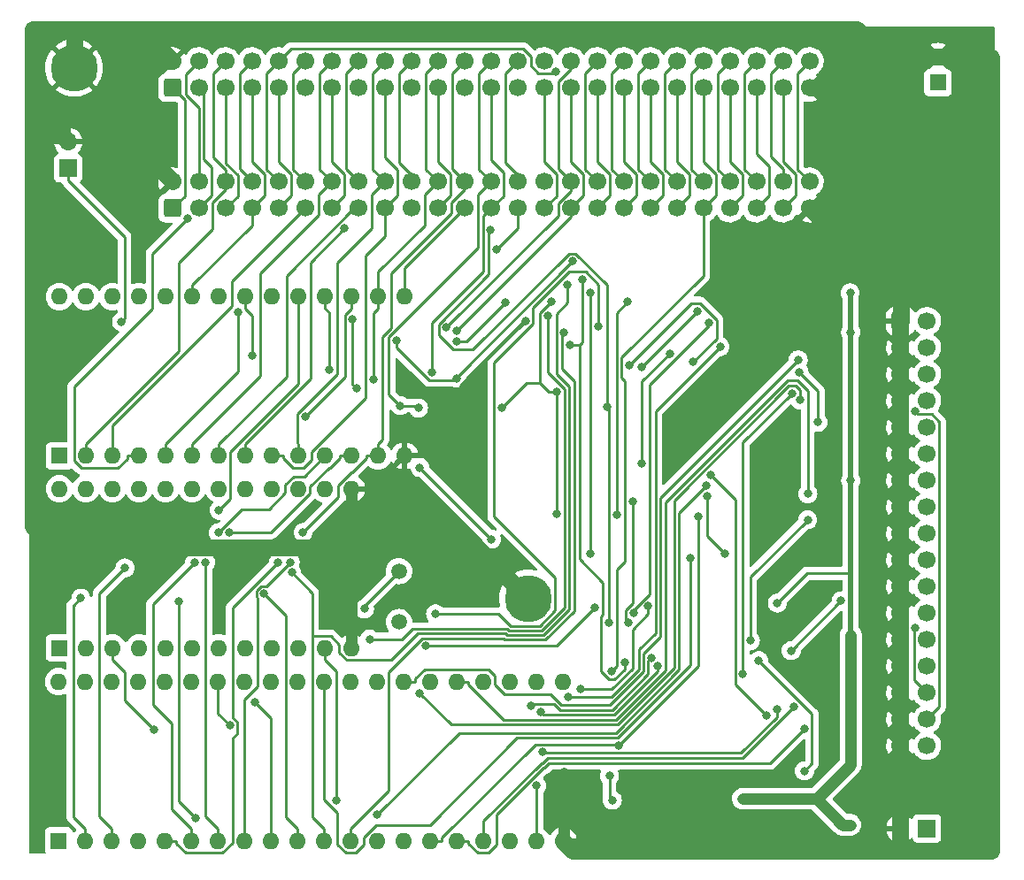
<source format=gbr>
%TF.GenerationSoftware,KiCad,Pcbnew,(6.0.7)*%
%TF.CreationDate,2022-12-20T23:04:02+00:00*%
%TF.ProjectId,CPC464-2MINIDDI,43504334-3634-42d3-924d-494e49444449,rev?*%
%TF.SameCoordinates,Original*%
%TF.FileFunction,Copper,L2,Bot*%
%TF.FilePolarity,Positive*%
%FSLAX46Y46*%
G04 Gerber Fmt 4.6, Leading zero omitted, Abs format (unit mm)*
G04 Created by KiCad (PCBNEW (6.0.7)) date 2022-12-20 23:04:02*
%MOMM*%
%LPD*%
G01*
G04 APERTURE LIST*
G04 Aperture macros list*
%AMRoundRect*
0 Rectangle with rounded corners*
0 $1 Rounding radius*
0 $2 $3 $4 $5 $6 $7 $8 $9 X,Y pos of 4 corners*
0 Add a 4 corners polygon primitive as box body*
4,1,4,$2,$3,$4,$5,$6,$7,$8,$9,$2,$3,0*
0 Add four circle primitives for the rounded corners*
1,1,$1+$1,$2,$3*
1,1,$1+$1,$4,$5*
1,1,$1+$1,$6,$7*
1,1,$1+$1,$8,$9*
0 Add four rect primitives between the rounded corners*
20,1,$1+$1,$2,$3,$4,$5,0*
20,1,$1+$1,$4,$5,$6,$7,0*
20,1,$1+$1,$6,$7,$8,$9,0*
20,1,$1+$1,$8,$9,$2,$3,0*%
G04 Aperture macros list end*
%TA.AperFunction,ComponentPad*%
%ADD10C,4.500000*%
%TD*%
%TA.AperFunction,ComponentPad*%
%ADD11R,1.600000X1.600000*%
%TD*%
%TA.AperFunction,ComponentPad*%
%ADD12C,1.600000*%
%TD*%
%TA.AperFunction,ComponentPad*%
%ADD13O,1.600000X1.600000*%
%TD*%
%TA.AperFunction,ComponentPad*%
%ADD14C,1.500000*%
%TD*%
%TA.AperFunction,ComponentPad*%
%ADD15R,1.700000X1.700000*%
%TD*%
%TA.AperFunction,ComponentPad*%
%ADD16O,1.700000X1.700000*%
%TD*%
%TA.AperFunction,ComponentPad*%
%ADD17RoundRect,0.250000X0.600000X-0.600000X0.600000X0.600000X-0.600000X0.600000X-0.600000X-0.600000X0*%
%TD*%
%TA.AperFunction,ComponentPad*%
%ADD18C,1.700000*%
%TD*%
%TA.AperFunction,ComponentPad*%
%ADD19RoundRect,0.250000X-0.600000X-0.600000X0.600000X-0.600000X0.600000X0.600000X-0.600000X0.600000X0*%
%TD*%
%TA.AperFunction,ViaPad*%
%ADD20C,0.800000*%
%TD*%
%TA.AperFunction,Conductor*%
%ADD21C,1.080000*%
%TD*%
%TA.AperFunction,Conductor*%
%ADD22C,0.250000*%
%TD*%
%TA.AperFunction,Conductor*%
%ADD23C,0.540000*%
%TD*%
%TA.AperFunction,Conductor*%
%ADD24C,1.620000*%
%TD*%
G04 APERTURE END LIST*
D10*
%TO.P,H7,1,1*%
%TO.N,GND*%
X81706800Y-76779200D03*
%TD*%
%TO.P,H1,1,1*%
%TO.N,GND*%
X38272800Y-25979200D03*
%TD*%
D11*
%TO.P,C401,1*%
%TO.N,5V*%
X120929400Y-27392000D03*
D12*
%TO.P,C401,2*%
%TO.N,GND*%
X120929400Y-24892000D03*
%TD*%
D11*
%TO.P,IC404,1,VPP*%
%TO.N,5V*%
X36880800Y-63114000D03*
D13*
%TO.P,IC404,2,A12*%
%TO.N,/A12*%
X39420800Y-63114000D03*
%TO.P,IC404,3,A7*%
%TO.N,/A7*%
X41960800Y-63114000D03*
%TO.P,IC404,4,A6*%
%TO.N,/A6*%
X44500800Y-63114000D03*
%TO.P,IC404,5,A5*%
%TO.N,/A5*%
X47040800Y-63114000D03*
%TO.P,IC404,6,A4*%
%TO.N,/A4*%
X49580800Y-63114000D03*
%TO.P,IC404,7,A3*%
%TO.N,/A3*%
X52120800Y-63114000D03*
%TO.P,IC404,8,A2*%
%TO.N,/A2*%
X54660800Y-63114000D03*
%TO.P,IC404,9,A1*%
%TO.N,/A1*%
X57200800Y-63114000D03*
%TO.P,IC404,10,A0*%
%TO.N,/A0*%
X59740800Y-63114000D03*
%TO.P,IC404,11,D0*%
%TO.N,/D0*%
X62280800Y-63114000D03*
%TO.P,IC404,12,D1*%
%TO.N,/D1*%
X64820800Y-63114000D03*
%TO.P,IC404,13,D2*%
%TO.N,/D2*%
X67360800Y-63114000D03*
%TO.P,IC404,14,GND*%
%TO.N,GND*%
X69900800Y-63114000D03*
%TO.P,IC404,15,D3*%
%TO.N,/D3*%
X69900800Y-47874000D03*
%TO.P,IC404,16,D4*%
%TO.N,/D4*%
X67360800Y-47874000D03*
%TO.P,IC404,17,D5*%
%TO.N,/D5*%
X64820800Y-47874000D03*
%TO.P,IC404,18,D6*%
%TO.N,/D6*%
X62280800Y-47874000D03*
%TO.P,IC404,19,D7*%
%TO.N,/D7*%
X59740800Y-47874000D03*
%TO.P,IC404,20,~{CE}*%
%TO.N,ROMEN*%
X57200800Y-47874000D03*
%TO.P,IC404,21,A10*%
%TO.N,/A10*%
X54660800Y-47874000D03*
%TO.P,IC404,22,~{OE}*%
%TO.N,IC404EN*%
X52120800Y-47874000D03*
%TO.P,IC404,23,A11*%
%TO.N,/A11*%
X49580800Y-47874000D03*
%TO.P,IC404,24,A9*%
%TO.N,/A9*%
X47040800Y-47874000D03*
%TO.P,IC404,25,A8*%
%TO.N,/A8*%
X44500800Y-47874000D03*
%TO.P,IC404,26,A13*%
%TO.N,/A13*%
X41960800Y-47874000D03*
%TO.P,IC404,27,~{PGM}*%
%TO.N,5V*%
X39420800Y-47874000D03*
%TO.P,IC404,28,VCC*%
X36880800Y-47874000D03*
%TD*%
D14*
%TO.P,X451,1,1*%
%TO.N,Net-(C452-Pad1)*%
X69367400Y-79031000D03*
%TO.P,X451,2,2*%
%TO.N,Net-(C451-Pad1)*%
X69367400Y-74151000D03*
%TD*%
D15*
%TO.P,LK401,1,Pin_1*%
%TO.N,EXP*%
X37719000Y-35590400D03*
D16*
%TO.P,LK401,2,Pin_2*%
%TO.N,GND*%
X37719000Y-33050400D03*
%TD*%
D11*
%TO.P,IC451,1,OSC1*%
%TO.N,Net-(C451-Pad1)*%
X36880800Y-81508600D03*
D13*
%TO.P,IC451,2,OSC2*%
%TO.N,Net-(C452-Pad1)*%
X39420800Y-81508600D03*
%TO.P,IC451,3,CLK1*%
%TO.N,uCLK*%
X41960800Y-81508600D03*
%TO.P,IC451,4,TEST2*%
%TO.N,unconnected-(IC451-Pad4)*%
X44500800Y-81508600D03*
%TO.P,IC451,5,DRQ*%
%TO.N,Net-(IC451-Pad5)*%
X47040800Y-81508600D03*
%TO.P,IC451,6,SYNC*%
%TO.N,uSYNC*%
X49580800Y-81508600D03*
%TO.P,IC451,7,RD_DATA*%
%TO.N,Net-(IC403-Pad18)*%
X52120800Y-81508600D03*
%TO.P,IC451,8,WINDOW*%
%TO.N,uWINDOW*%
X54660800Y-81508600D03*
%TO.P,IC451,9,DATA*%
%TO.N,uRDATA*%
X57200800Y-81508600D03*
%TO.P,IC451,10,MFM/FM*%
%TO.N,5V*%
X59740800Y-81508600D03*
%TO.P,IC451,11,MIN/STD*%
X62280800Y-81508600D03*
%TO.P,IC451,12,GND1*%
%TO.N,GND*%
X64820800Y-81508600D03*
%TO.P,IC451,13,GND2*%
X64820800Y-66268600D03*
%TO.P,IC451,14,CONTROL*%
%TO.N,Net-(C454-Pad1)*%
X62280800Y-66268600D03*
%TO.P,IC451,15,OFFSET*%
%TO.N,Net-(C453-Pad2)*%
X59740800Y-66268600D03*
%TO.P,IC451,16,LPF1*%
%TO.N,Net-(IC451-Pad16)*%
X57200800Y-66268600D03*
%TO.P,IC451,17,LPF2*%
%TO.N,Net-(IC451-Pad17)*%
X54660800Y-66268600D03*
%TO.P,IC451,18,TEST1*%
%TO.N,unconnected-(IC451-Pad18)*%
X52120800Y-66268600D03*
%TO.P,IC451,19,WCLK*%
%TO.N,uWCLK*%
X49580800Y-66268600D03*
%TO.P,IC451,20,CR*%
%TO.N,unconnected-(IC451-Pad20)*%
X47040800Y-66268600D03*
%TO.P,IC451,21,CLK2*%
%TO.N,unconnected-(IC451-Pad21)*%
X44500800Y-66268600D03*
%TO.P,IC451,22,TRIG_IN*%
%TO.N,unconnected-(IC451-Pad22)*%
X41960800Y-66268600D03*
%TO.P,IC451,23,TM_OUT*%
%TO.N,unconnected-(IC451-Pad23)*%
X39420800Y-66268600D03*
%TO.P,IC451,24,VCC*%
%TO.N,5V*%
X36880800Y-66268600D03*
%TD*%
D17*
%TO.P,CE402,1,Pin_1*%
%TO.N,SOUND*%
X47675800Y-39420800D03*
D18*
%TO.P,CE402,2,Pin_2*%
%TO.N,GND*%
X47675800Y-36880800D03*
%TO.P,CE402,3,Pin_3*%
%TO.N,/A15*%
X50215800Y-39420800D03*
%TO.P,CE402,4,Pin_4*%
%TO.N,/A14*%
X50215800Y-36880800D03*
%TO.P,CE402,5,Pin_5*%
%TO.N,/A13*%
X52755800Y-39420800D03*
%TO.P,CE402,6,Pin_6*%
%TO.N,/A12*%
X52755800Y-36880800D03*
%TO.P,CE402,7,Pin_7*%
%TO.N,/A11*%
X55295800Y-39420800D03*
%TO.P,CE402,8,Pin_8*%
%TO.N,/A10*%
X55295800Y-36880800D03*
%TO.P,CE402,9,Pin_9*%
%TO.N,/A9*%
X57835800Y-39420800D03*
%TO.P,CE402,10,Pin_10*%
%TO.N,/A8*%
X57835800Y-36880800D03*
%TO.P,CE402,11,Pin_11*%
%TO.N,/A7*%
X60375800Y-39420800D03*
%TO.P,CE402,12,Pin_12*%
%TO.N,/A6*%
X60375800Y-36880800D03*
%TO.P,CE402,13,Pin_13*%
%TO.N,/A5*%
X62915800Y-39420800D03*
%TO.P,CE402,14,Pin_14*%
%TO.N,/A4*%
X62915800Y-36880800D03*
%TO.P,CE402,15,Pin_15*%
%TO.N,/A3*%
X65455800Y-39420800D03*
%TO.P,CE402,16,Pin_16*%
%TO.N,/A2*%
X65455800Y-36880800D03*
%TO.P,CE402,17,Pin_17*%
%TO.N,/A1*%
X67995800Y-39420800D03*
%TO.P,CE402,18,Pin_18*%
%TO.N,/A0*%
X67995800Y-36880800D03*
%TO.P,CE402,19,Pin_19*%
%TO.N,/D7*%
X70535800Y-39420800D03*
%TO.P,CE402,20,Pin_20*%
%TO.N,/D6*%
X70535800Y-36880800D03*
%TO.P,CE402,21,Pin_21*%
%TO.N,/D5*%
X73075800Y-39420800D03*
%TO.P,CE402,22,Pin_22*%
%TO.N,/D4*%
X73075800Y-36880800D03*
%TO.P,CE402,23,Pin_23*%
%TO.N,/D3*%
X75615800Y-39420800D03*
%TO.P,CE402,24,Pin_24*%
%TO.N,/D2*%
X75615800Y-36880800D03*
%TO.P,CE402,25,Pin_25*%
%TO.N,/D1*%
X78155800Y-39420800D03*
%TO.P,CE402,26,Pin_26*%
%TO.N,/D0*%
X78155800Y-36880800D03*
%TO.P,CE402,27,Pin_27*%
%TO.N,5V*%
X80695800Y-39420800D03*
%TO.P,CE402,28,Pin_28*%
%TO.N,MREQ*%
X80695800Y-36880800D03*
%TO.P,CE402,29,Pin_29*%
%TO.N,M1*%
X83235800Y-39420800D03*
%TO.P,CE402,30,Pin_30*%
%TO.N,RFSH*%
X83235800Y-36880800D03*
%TO.P,CE402,31,Pin_31*%
%TO.N,IORQ*%
X85775800Y-39420800D03*
%TO.P,CE402,32,Pin_32*%
%TO.N,RD*%
X85775800Y-36880800D03*
%TO.P,CE402,33,Pin_33*%
%TO.N,WR*%
X88315800Y-39420800D03*
%TO.P,CE402,34,Pin_34*%
%TO.N,HALT*%
X88315800Y-36880800D03*
%TO.P,CE402,35,Pin_35*%
%TO.N,INT*%
X90855800Y-39420800D03*
%TO.P,CE402,36,Pin_36*%
%TO.N,NMI*%
X90855800Y-36880800D03*
%TO.P,CE402,37,Pin_37*%
%TO.N,BUSRQ*%
X93395800Y-39420800D03*
%TO.P,CE402,38,Pin_38*%
%TO.N,BUSAK*%
X93395800Y-36880800D03*
%TO.P,CE402,39,Pin_39*%
%TO.N,READY*%
X95935800Y-39420800D03*
%TO.P,CE402,40,Pin_40*%
%TO.N,BUS*%
X95935800Y-36880800D03*
%TO.P,CE402,41,Pin_41*%
%TO.N,RESET*%
X98475800Y-39420800D03*
%TO.P,CE402,42,Pin_42*%
%TO.N,ROMEN*%
X98475800Y-36880800D03*
%TO.P,CE402,43,Pin_43*%
%TO.N,ROMDIS*%
X101015800Y-39420800D03*
%TO.P,CE402,44,Pin_44*%
%TO.N,RAMRD*%
X101015800Y-36880800D03*
%TO.P,CE402,45,Pin_45*%
%TO.N,RAMDIS*%
X103555800Y-39420800D03*
%TO.P,CE402,46,Pin_46*%
%TO.N,CURSOR*%
X103555800Y-36880800D03*
%TO.P,CE402,47,Pin_47*%
%TO.N,LPEN*%
X106095800Y-39420800D03*
%TO.P,CE402,48,Pin_48*%
%TO.N,EXP*%
X106095800Y-36880800D03*
%TO.P,CE402,49,Pin_49*%
%TO.N,GND*%
X108635800Y-39420800D03*
%TO.P,CE402,50,Pin_50*%
%TO.N,A100*%
X108635800Y-36880800D03*
%TD*%
D17*
%TO.P,CE401,1,Pin_1*%
%TO.N,SOUND*%
X47675800Y-27889200D03*
D18*
%TO.P,CE401,2,Pin_2*%
%TO.N,GND*%
X47675800Y-25349200D03*
%TO.P,CE401,3,Pin_3*%
%TO.N,/A15*%
X50215800Y-27889200D03*
%TO.P,CE401,4,Pin_4*%
%TO.N,/A14*%
X50215800Y-25349200D03*
%TO.P,CE401,5,Pin_5*%
%TO.N,/A13*%
X52755800Y-27889200D03*
%TO.P,CE401,6,Pin_6*%
%TO.N,/A12*%
X52755800Y-25349200D03*
%TO.P,CE401,7,Pin_7*%
%TO.N,/A11*%
X55295800Y-27889200D03*
%TO.P,CE401,8,Pin_8*%
%TO.N,/A10*%
X55295800Y-25349200D03*
%TO.P,CE401,9,Pin_9*%
%TO.N,/A9*%
X57835800Y-27889200D03*
%TO.P,CE401,10,Pin_10*%
%TO.N,/A8*%
X57835800Y-25349200D03*
%TO.P,CE401,11,Pin_11*%
%TO.N,/A7*%
X60375800Y-27889200D03*
%TO.P,CE401,12,Pin_12*%
%TO.N,/A6*%
X60375800Y-25349200D03*
%TO.P,CE401,13,Pin_13*%
%TO.N,/A5*%
X62915800Y-27889200D03*
%TO.P,CE401,14,Pin_14*%
%TO.N,/A4*%
X62915800Y-25349200D03*
%TO.P,CE401,15,Pin_15*%
%TO.N,/A3*%
X65455800Y-27889200D03*
%TO.P,CE401,16,Pin_16*%
%TO.N,/A2*%
X65455800Y-25349200D03*
%TO.P,CE401,17,Pin_17*%
%TO.N,/A1*%
X67995800Y-27889200D03*
%TO.P,CE401,18,Pin_18*%
%TO.N,/A0*%
X67995800Y-25349200D03*
%TO.P,CE401,19,Pin_19*%
%TO.N,/D7*%
X70535800Y-27889200D03*
%TO.P,CE401,20,Pin_20*%
%TO.N,/D6*%
X70535800Y-25349200D03*
%TO.P,CE401,21,Pin_21*%
%TO.N,/D5*%
X73075800Y-27889200D03*
%TO.P,CE401,22,Pin_22*%
%TO.N,/D4*%
X73075800Y-25349200D03*
%TO.P,CE401,23,Pin_23*%
%TO.N,/D3*%
X75615800Y-27889200D03*
%TO.P,CE401,24,Pin_24*%
%TO.N,/D2*%
X75615800Y-25349200D03*
%TO.P,CE401,25,Pin_25*%
%TO.N,/D1*%
X78155800Y-27889200D03*
%TO.P,CE401,26,Pin_26*%
%TO.N,/D0*%
X78155800Y-25349200D03*
%TO.P,CE401,27,Pin_27*%
%TO.N,5V*%
X80695800Y-27889200D03*
%TO.P,CE401,28,Pin_28*%
%TO.N,MREQ*%
X80695800Y-25349200D03*
%TO.P,CE401,29,Pin_29*%
%TO.N,M1*%
X83235800Y-27889200D03*
%TO.P,CE401,30,Pin_30*%
%TO.N,RFSH*%
X83235800Y-25349200D03*
%TO.P,CE401,31,Pin_31*%
%TO.N,IORQ*%
X85775800Y-27889200D03*
%TO.P,CE401,32,Pin_32*%
%TO.N,RD*%
X85775800Y-25349200D03*
%TO.P,CE401,33,Pin_33*%
%TO.N,WR*%
X88315800Y-27889200D03*
%TO.P,CE401,34,Pin_34*%
%TO.N,HALT*%
X88315800Y-25349200D03*
%TO.P,CE401,35,Pin_35*%
%TO.N,INT*%
X90855800Y-27889200D03*
%TO.P,CE401,36,Pin_36*%
%TO.N,NMI*%
X90855800Y-25349200D03*
%TO.P,CE401,37,Pin_37*%
%TO.N,BUSRQ*%
X93395800Y-27889200D03*
%TO.P,CE401,38,Pin_38*%
%TO.N,BUSAK*%
X93395800Y-25349200D03*
%TO.P,CE401,39,Pin_39*%
%TO.N,READY*%
X95935800Y-27889200D03*
%TO.P,CE401,40,Pin_40*%
%TO.N,BUS*%
X95935800Y-25349200D03*
%TO.P,CE401,41,Pin_41*%
%TO.N,RESET*%
X98475800Y-27889200D03*
%TO.P,CE401,42,Pin_42*%
%TO.N,ROMEN*%
X98475800Y-25349200D03*
%TO.P,CE401,43,Pin_43*%
%TO.N,ROMDIS*%
X101015800Y-27889200D03*
%TO.P,CE401,44,Pin_44*%
%TO.N,RAMRD*%
X101015800Y-25349200D03*
%TO.P,CE401,45,Pin_45*%
%TO.N,RAMDIS*%
X103555800Y-27889200D03*
%TO.P,CE401,46,Pin_46*%
%TO.N,CURSOR*%
X103555800Y-25349200D03*
%TO.P,CE401,47,Pin_47*%
%TO.N,LPEN*%
X106095800Y-27889200D03*
%TO.P,CE401,48,Pin_48*%
%TO.N,EXP*%
X106095800Y-25349200D03*
%TO.P,CE401,49,Pin_49*%
%TO.N,GND*%
X108635800Y-27889200D03*
%TO.P,CE401,50,Pin_50*%
%TO.N,A100*%
X108635800Y-25349200D03*
%TD*%
D15*
%TO.P,LK402,1,Pin_1*%
%TO.N,fREADY*%
X119867600Y-98780600D03*
D16*
%TO.P,LK402,2,Pin_2*%
%TO.N,GND*%
X117327600Y-98780600D03*
%TD*%
D19*
%TO.P,CD402,1,Pin_1*%
%TO.N,GND*%
X117332100Y-50241200D03*
D18*
%TO.P,CD402,2,Pin_2*%
%TO.N,unconnected-(CD402-Pad2)*%
X119872100Y-50241200D03*
%TO.P,CD402,3,Pin_3*%
%TO.N,GND*%
X117332100Y-52781200D03*
%TO.P,CD402,4,Pin_4*%
%TO.N,unconnected-(CD402-Pad4)*%
X119872100Y-52781200D03*
%TO.P,CD402,5,Pin_5*%
%TO.N,GND*%
X117332100Y-55321200D03*
%TO.P,CD402,6,Pin_6*%
%TO.N,unconnected-(CD402-Pad6)*%
X119872100Y-55321200D03*
%TO.P,CD402,7,Pin_7*%
%TO.N,GND*%
X117332100Y-57861200D03*
%TO.P,CD402,8,Pin_8*%
%TO.N,fINDEX*%
X119872100Y-57861200D03*
%TO.P,CD402,9,Pin_9*%
%TO.N,GND*%
X117332100Y-60401200D03*
%TO.P,CD402,10,Pin_10*%
%TO.N,fDRIVE0*%
X119872100Y-60401200D03*
%TO.P,CD402,11,Pin_11*%
%TO.N,GND*%
X117332100Y-62941200D03*
%TO.P,CD402,12,Pin_12*%
%TO.N,fDRIVE1*%
X119872100Y-62941200D03*
%TO.P,CD402,13,Pin_13*%
%TO.N,GND*%
X117332100Y-65481200D03*
%TO.P,CD402,14,Pin_14*%
%TO.N,unconnected-(CD402-Pad14)*%
X119872100Y-65481200D03*
%TO.P,CD402,15,Pin_15*%
%TO.N,GND*%
X117332100Y-68021200D03*
%TO.P,CD402,16,Pin_16*%
%TO.N,fMOTOR1*%
X119872100Y-68021200D03*
%TO.P,CD402,17,Pin_17*%
%TO.N,GND*%
X117332100Y-70561200D03*
%TO.P,CD402,18,Pin_18*%
%TO.N,fDIR*%
X119872100Y-70561200D03*
%TO.P,CD402,19,Pin_19*%
%TO.N,GND*%
X117332100Y-73101200D03*
%TO.P,CD402,20,Pin_20*%
%TO.N,fSTEP*%
X119872100Y-73101200D03*
%TO.P,CD402,21,Pin_21*%
%TO.N,GND*%
X117332100Y-75641200D03*
%TO.P,CD402,22,Pin_22*%
%TO.N,fWDATA*%
X119872100Y-75641200D03*
%TO.P,CD402,23,Pin_23*%
%TO.N,GND*%
X117332100Y-78181200D03*
%TO.P,CD402,24,Pin_24*%
%TO.N,fWGATE*%
X119872100Y-78181200D03*
%TO.P,CD402,25,Pin_25*%
%TO.N,GND*%
X117332100Y-80721200D03*
%TO.P,CD402,26,Pin_26*%
%TO.N,fTRACK0*%
X119872100Y-80721200D03*
%TO.P,CD402,27,Pin_27*%
%TO.N,GND*%
X117332100Y-83261200D03*
%TO.P,CD402,28,Pin_28*%
%TO.N,fWRITEPROT*%
X119872100Y-83261200D03*
%TO.P,CD402,29,Pin_29*%
%TO.N,GND*%
X117332100Y-85801200D03*
%TO.P,CD402,30,Pin_30*%
%TO.N,fREAD*%
X119872100Y-85801200D03*
%TO.P,CD402,31,Pin_31*%
%TO.N,GND*%
X117332100Y-88341200D03*
%TO.P,CD402,32,Pin_32*%
%TO.N,fSIDE1*%
X119872100Y-88341200D03*
%TO.P,CD402,33,Pin_33*%
%TO.N,GND*%
X117332100Y-90881200D03*
%TO.P,CD402,34,Pin_34*%
%TO.N,fREADY*%
X119872100Y-90881200D03*
%TD*%
D11*
%TO.P,IC401,1,RESET*%
%TO.N,uRESET*%
X36799600Y-99969400D03*
D13*
%TO.P,IC401,2,~{RD}*%
%TO.N,uRD*%
X39339600Y-99969400D03*
%TO.P,IC401,3,~{WR}*%
%TO.N,uWR*%
X41879600Y-99969400D03*
%TO.P,IC401,4,~{CS}*%
%TO.N,uCS*%
X44419600Y-99969400D03*
%TO.P,IC401,5,A0*%
%TO.N,/A0*%
X46959600Y-99969400D03*
%TO.P,IC401,6,D0*%
%TO.N,/D0*%
X49499600Y-99969400D03*
%TO.P,IC401,7,D1*%
%TO.N,/D1*%
X52039600Y-99969400D03*
%TO.P,IC401,8,D2*%
%TO.N,/D2*%
X54579600Y-99969400D03*
%TO.P,IC401,9,D3*%
%TO.N,/D3*%
X57119600Y-99969400D03*
%TO.P,IC401,10,D4*%
%TO.N,/D4*%
X59659600Y-99969400D03*
%TO.P,IC401,11,D5*%
%TO.N,/D5*%
X62199600Y-99969400D03*
%TO.P,IC401,12,D6*%
%TO.N,/D6*%
X64739600Y-99969400D03*
%TO.P,IC401,13,D7*%
%TO.N,/D7*%
X67279600Y-99969400D03*
%TO.P,IC401,14,DRQ*%
%TO.N,unconnected-(IC401-Pad14)*%
X69819600Y-99969400D03*
%TO.P,IC401,15,~{DACK}*%
%TO.N,uDACK*%
X72359600Y-99969400D03*
%TO.P,IC401,16,TC*%
%TO.N,uRESET*%
X74899600Y-99969400D03*
%TO.P,IC401,17,INDEX*%
%TO.N,Net-(IC401-Pad17)*%
X77439600Y-99969400D03*
%TO.P,IC401,18,INT*%
%TO.N,unconnected-(IC401-Pad18)*%
X79979600Y-99969400D03*
%TO.P,IC401,19,CLK*%
%TO.N,uCLK*%
X82519600Y-99969400D03*
%TO.P,IC401,20,GND*%
%TO.N,GND*%
X85059600Y-99969400D03*
%TO.P,IC401,21,WCLK*%
%TO.N,uWCLK*%
X85059600Y-84729400D03*
%TO.P,IC401,22,WINDOW*%
%TO.N,uWINDOW*%
X82519600Y-84729400D03*
%TO.P,IC401,23,RDATA*%
%TO.N,uRDATA*%
X79979600Y-84729400D03*
%TO.P,IC401,24,SYNC*%
%TO.N,uSYNC*%
X77439600Y-84729400D03*
%TO.P,IC401,25,WE*%
%TO.N,Net-(IC401-Pad25)*%
X74899600Y-84729400D03*
%TO.P,IC401,26,MFM*%
%TO.N,uMFM*%
X72359600Y-84729400D03*
%TO.P,IC401,27,SIDE*%
%TO.N,Net-(IC401-Pad27)*%
X69819600Y-84729400D03*
%TO.P,IC401,28,US1*%
%TO.N,unconnected-(IC401-Pad28)*%
X67279600Y-84729400D03*
%TO.P,IC401,29,US0*%
%TO.N,Net-(IC401-Pad29)*%
X64739600Y-84729400D03*
%TO.P,IC401,30,WDATA*%
%TO.N,uWDATA*%
X62199600Y-84729400D03*
%TO.P,IC401,31,PS1*%
%TO.N,uPS1*%
X59659600Y-84729400D03*
%TO.P,IC401,32,PS0*%
%TO.N,uPS0*%
X57119600Y-84729400D03*
%TO.P,IC401,33,FLTR/TRK0*%
%TO.N,Net-(IC401-Pad33)*%
X54579600Y-84729400D03*
%TO.P,IC401,34,WPRT/2SIDE*%
%TO.N,Net-(IC401-Pad34)*%
X52039600Y-84729400D03*
%TO.P,IC401,35,READY*%
%TO.N,Net-(IC401-Pad35)*%
X49499600Y-84729400D03*
%TO.P,IC401,36,HOLD*%
%TO.N,unconnected-(IC401-Pad36)*%
X46959600Y-84729400D03*
%TO.P,IC401,37,FLTR/STEP*%
%TO.N,Net-(IC401-Pad37)*%
X44419600Y-84729400D03*
%TO.P,IC401,38,LCT/DIR*%
%TO.N,Net-(IC401-Pad38)*%
X41879600Y-84729400D03*
%TO.P,IC401,39,~{RW}/SEEK*%
%TO.N,Net-(IC401-Pad39)*%
X39339600Y-84729400D03*
%TO.P,IC401,40,VCC*%
%TO.N,5V*%
X36799600Y-84729400D03*
%TD*%
D20*
%TO.N,5V*%
X79184800Y-58539100D03*
X89769700Y-96088200D03*
X112573000Y-65481200D03*
X63383300Y-96088200D03*
X112522000Y-47523400D03*
X89503100Y-93776300D03*
X112573000Y-51282600D03*
X102260000Y-95935800D03*
X84467300Y-56990000D03*
X78699700Y-43345200D03*
X112522000Y-98450400D03*
X112573000Y-80264000D03*
X84467300Y-68708000D03*
X105560300Y-77207900D03*
X83982500Y-48326000D03*
%TO.N,GND*%
X75260200Y-63169800D03*
X90574200Y-100912000D03*
X100129000Y-100912000D03*
X81466000Y-50180100D03*
X85115400Y-93472000D03*
%TO.N,Net-(C451-Pad1)*%
X66068500Y-77776500D03*
%TO.N,fSIDE1*%
X118754200Y-58884300D03*
%TO.N,fREAD*%
X106885500Y-81775300D03*
X111658700Y-77002100D03*
X118777800Y-79623600D03*
%TO.N,fINDEX*%
X102258700Y-83997800D03*
X106963800Y-57136500D03*
%TO.N,fDRIVE1*%
X107629100Y-55089200D03*
X109450200Y-59910400D03*
%TO.N,/A15*%
X78118500Y-41491300D03*
X89260800Y-58437700D03*
X89419800Y-79094400D03*
%TO.N,/A10*%
X55334700Y-53536900D03*
%TO.N,/A8*%
X84359500Y-26382100D03*
%TO.N,/A6*%
X49121200Y-40410700D03*
%TO.N,/A5*%
X53949800Y-49330700D03*
%TO.N,/A2*%
X64158600Y-41370800D03*
%TO.N,/A0*%
X57809300Y-73327900D03*
%TO.N,/D7*%
X88462000Y-50708100D03*
X48286700Y-77039600D03*
X52142400Y-68322700D03*
X49935200Y-97823700D03*
X72867200Y-78242800D03*
%TO.N,/D6*%
X62690900Y-54891400D03*
X85170600Y-51328400D03*
%TO.N,/D5*%
X60380400Y-59391800D03*
X85502100Y-46736400D03*
X59105300Y-74297000D03*
%TO.N,/D4*%
X66911400Y-55770200D03*
X56445200Y-76307400D03*
%TO.N,/D3*%
X66557600Y-80661300D03*
X83590000Y-49746700D03*
X55607400Y-86738700D03*
%TO.N,/D2*%
X60195000Y-70462400D03*
X58959900Y-73292800D03*
%TO.N,/D1*%
X72546900Y-55153500D03*
X50850900Y-73306200D03*
X53118000Y-70467300D03*
%TO.N,/D0*%
X49809800Y-73331300D03*
X71229500Y-58544700D03*
X69470700Y-58323600D03*
X52090200Y-70465300D03*
%TO.N,IORQ*%
X74915800Y-51113100D03*
%TO.N,RD*%
X73897800Y-50847500D03*
%TO.N,RESET*%
X89721900Y-83747200D03*
%TO.N,EXP*%
X69115600Y-52077300D03*
X42826700Y-50265300D03*
X85995100Y-44501600D03*
X74900200Y-55702000D03*
%TO.N,Net-(D401-Pad2)*%
X98983700Y-50399300D03*
X91782100Y-78175600D03*
%TO.N,uRESET*%
X108147100Y-89272400D03*
%TO.N,uRD*%
X38931100Y-76754100D03*
%TO.N,uWR*%
X79534400Y-48420800D03*
X74905800Y-52162200D03*
X43144600Y-73854800D03*
%TO.N,uCS*%
X98773100Y-65967600D03*
X67297900Y-97481100D03*
%TO.N,Net-(IC401-Pad25)*%
X108482200Y-66751200D03*
%TO.N,Net-(IC401-Pad27)*%
X107561200Y-53924200D03*
%TO.N,Net-(IC401-Pad29)*%
X71364200Y-85854600D03*
X107738400Y-57776200D03*
%TO.N,uWDATA*%
X97253200Y-72936900D03*
%TO.N,Net-(IC401-Pad33)*%
X81968900Y-87030800D03*
X93489200Y-82442800D03*
%TO.N,Net-(IC401-Pad34)*%
X53201200Y-88930100D03*
%TO.N,uDACK*%
X98001100Y-68903900D03*
X90412500Y-90845300D03*
%TO.N,Net-(IC401-Pad35)*%
X82911700Y-87625900D03*
X108459400Y-69247000D03*
X94110900Y-83235700D03*
X102979900Y-80813700D03*
%TO.N,Net-(IC401-Pad17)*%
X107114900Y-87117000D03*
%TO.N,Net-(IC401-Pad37)*%
X93176900Y-77519400D03*
X86760400Y-85471000D03*
%TO.N,Net-(IC401-Pad38)*%
X85528200Y-86197100D03*
X100075600Y-52660700D03*
%TO.N,uCLK*%
X82519600Y-94699700D03*
X45898300Y-89316300D03*
%TO.N,Net-(IC401-Pad39)*%
X71915300Y-81323900D03*
X88118500Y-77670400D03*
%TO.N,Net-(IC403-Pad3)*%
X103772000Y-82727800D03*
X108157400Y-93272400D03*
%TO.N,!R*%
X91699800Y-67448500D03*
X91310700Y-79118700D03*
%TO.N,Net-(IC403-Pad8)*%
X90930400Y-82899100D03*
X86878300Y-46243700D03*
X85719500Y-52510200D03*
%TO.N,Net-(IC403-Pad12)*%
X99148400Y-64955700D03*
X104553100Y-88019400D03*
%TO.N,Net-(IC403-Pad17)*%
X98873700Y-66979600D03*
X100534700Y-72466300D03*
%TO.N,Net-(IC403-Pad18)*%
X83125400Y-91488200D03*
X105529500Y-87363800D03*
%TO.N,IC404EN*%
X91372200Y-54424600D03*
X97525700Y-54112200D03*
X65322000Y-56695100D03*
X64923200Y-50071400D03*
%TO.N,Net-(IC407-Pad8)*%
X87667000Y-47506100D03*
X87667000Y-72526400D03*
%TO.N,uDACK2K*%
X92588400Y-54603200D03*
X97878100Y-49277200D03*
%TO.N,Net-(IC411-Pad8)*%
X92589900Y-63876200D03*
X95252000Y-53329200D03*
%TO.N,Net-(IC411-Pad12)*%
X90175400Y-68787400D03*
X91237700Y-48384500D03*
%TO.N,Net-(IC451-Pad17)*%
X78223800Y-71092500D03*
X71370500Y-64239200D03*
%TD*%
D21*
%TO.N,5V*%
X102260000Y-95935800D02*
X109322000Y-95935800D01*
D22*
X63383300Y-83736200D02*
X63383300Y-96088200D01*
X84467300Y-56990000D02*
X84467300Y-68708000D01*
D23*
X112573000Y-74354600D02*
X112573000Y-65481200D01*
D22*
X82840500Y-56158800D02*
X81565100Y-56158800D01*
X108413600Y-74354600D02*
X105560300Y-77207900D01*
X81565100Y-56158800D02*
X79184800Y-58539100D01*
X82840500Y-49468000D02*
X83982500Y-48326000D01*
X84467300Y-56990000D02*
X83671700Y-56990000D01*
D21*
X111836000Y-98450400D02*
X112522000Y-98450400D01*
D22*
X83671700Y-56990000D02*
X82840500Y-56158800D01*
X82840500Y-56158800D02*
X82840500Y-49468000D01*
X80695800Y-41349100D02*
X78699700Y-43345200D01*
D23*
X112573000Y-51282600D02*
X112573000Y-47574200D01*
X112573000Y-65481200D02*
X112573000Y-51282600D01*
D22*
X80695800Y-39420800D02*
X80695800Y-41349100D01*
D21*
X109322000Y-95935800D02*
X111836000Y-98450400D01*
D23*
X112573000Y-80264000D02*
X112573000Y-74354600D01*
D21*
X112573000Y-92684600D02*
X112573000Y-80264000D01*
D22*
X62280800Y-81508600D02*
X62280800Y-82633700D01*
D21*
X109322000Y-95935800D02*
X112573000Y-92684600D01*
D22*
X62280800Y-82633700D02*
X63383300Y-83736200D01*
D23*
X112573000Y-47574200D02*
X112522000Y-47523400D01*
D22*
X89503100Y-95821600D02*
X89503100Y-93776300D01*
X112573000Y-74354600D02*
X108413600Y-74354600D01*
X89769700Y-96088200D02*
X89503100Y-95821600D01*
D24*
%TO.N,GND*%
X126035000Y-100912000D02*
X117422000Y-100912000D01*
X44940400Y-34145400D02*
X47675800Y-36880800D01*
X117328000Y-87688100D02*
X117328000Y-84927300D01*
X125908000Y-24892000D02*
X126035000Y-25019000D01*
X64465200Y-71882000D02*
X64541400Y-71805800D01*
X117373000Y-48158400D02*
X108636000Y-39420800D01*
D22*
X108635800Y-27889200D02*
X108636000Y-27889200D01*
D24*
X44940400Y-22318800D02*
X44940400Y-22613800D01*
X111658000Y-28778200D02*
X110769000Y-27889200D01*
X111658000Y-27355800D02*
X114122000Y-24892000D01*
D22*
X117328000Y-73091200D02*
X117332100Y-73095300D01*
D24*
X120929400Y-24892000D02*
X125908000Y-24892000D01*
X117328000Y-60401200D02*
X117328000Y-57861200D01*
X34340800Y-29672200D02*
X37719000Y-33050400D01*
D22*
X117328000Y-75621300D02*
X117332100Y-75625400D01*
D24*
X117328000Y-80365900D02*
X117328000Y-78181200D01*
D22*
X117328000Y-82550600D02*
X117332100Y-82554700D01*
D24*
X117328000Y-90881200D02*
X117328000Y-87688100D01*
D22*
X117332100Y-50241200D02*
X117332000Y-50241200D01*
D24*
X100129000Y-100912000D02*
X90574200Y-100912000D01*
D22*
X117332100Y-84931400D02*
X117332100Y-85801200D01*
D24*
X117328000Y-62941200D02*
X117328000Y-60401200D01*
D22*
X117332100Y-87692200D02*
X117332100Y-88341200D01*
D21*
X85115400Y-93472000D02*
X85115400Y-99913600D01*
D22*
X117328000Y-68021200D02*
X117332100Y-68021200D01*
D24*
X44940400Y-22613800D02*
X47675800Y-25349200D01*
X117328000Y-98780600D02*
X117328000Y-90881200D01*
X44940400Y-26882500D02*
X44940400Y-27643000D01*
D22*
X117332100Y-65481200D02*
X117328000Y-65481200D01*
D24*
X38244600Y-22318800D02*
X34340800Y-22318800D01*
X36322000Y-71882000D02*
X64465200Y-71882000D01*
X117328000Y-84927300D02*
X117328000Y-82550600D01*
X76733400Y-71805800D02*
X81706800Y-76779200D01*
D23*
X66746200Y-66268600D02*
X64820800Y-66268600D01*
X69900800Y-63114000D02*
X75204400Y-63114000D01*
D21*
X85115400Y-99913600D02*
X85059600Y-99969400D01*
D22*
X117332100Y-82554700D02*
X117332100Y-83261200D01*
D24*
X114122000Y-24892000D02*
X115748000Y-24892000D01*
D22*
X117332100Y-90881200D02*
X117328000Y-90881200D01*
D24*
X44940400Y-22613800D02*
X44940400Y-26882500D01*
D22*
X75260200Y-63169800D02*
X75260200Y-56385900D01*
D24*
X44940400Y-22318800D02*
X44940400Y-22613800D01*
X64541400Y-71805800D02*
X64820800Y-71805800D01*
X34340800Y-69900800D02*
X36322000Y-71882000D01*
X117373000Y-50199900D02*
X117373000Y-48158400D01*
D22*
X117328000Y-80365900D02*
X117332100Y-80370000D01*
D24*
X117332000Y-50241200D02*
X117373000Y-50199900D01*
D22*
X117328000Y-60401200D02*
X117332100Y-60401200D01*
D24*
X38272800Y-22347000D02*
X38272800Y-25979200D01*
X117328000Y-57861200D02*
X117328000Y-55321200D01*
X110490000Y-39420800D02*
X111658000Y-38252400D01*
X38244600Y-22318800D02*
X38272800Y-22347000D01*
D23*
X69900800Y-63114000D02*
X66746200Y-66268600D01*
D22*
X117332100Y-80370000D02*
X117332100Y-80721200D01*
X117332100Y-73095300D02*
X117332100Y-73101200D01*
D24*
X34340800Y-22318800D02*
X34340800Y-29672200D01*
D22*
X117332100Y-52781200D02*
X117328000Y-52781200D01*
D24*
X117422000Y-100912000D02*
X117328000Y-100818000D01*
D22*
X117332100Y-57861200D02*
X117328000Y-57861200D01*
D24*
X47675800Y-25349200D02*
X46473700Y-25349200D01*
D22*
X117332100Y-75625400D02*
X117332100Y-75641200D01*
D24*
X115748000Y-24892000D02*
X120929400Y-24892000D01*
D22*
X117328000Y-84927300D02*
X117332100Y-84931400D01*
X117332100Y-78181200D02*
X117328000Y-78181200D01*
D24*
X64820800Y-71805800D02*
X76733400Y-71805800D01*
X117328000Y-50245700D02*
X117332000Y-50241200D01*
X117328000Y-82550600D02*
X117328000Y-80365900D01*
D22*
X117332100Y-70561200D02*
X117328000Y-70561200D01*
D24*
X44940400Y-26882500D02*
X44940400Y-27643000D01*
D21*
X64820800Y-81508600D02*
X64820800Y-71805800D01*
D24*
X117328000Y-65481200D02*
X117328000Y-62941200D01*
D23*
X75204400Y-63114000D02*
X75260200Y-63169800D01*
D24*
X86002200Y-100912000D02*
X85059600Y-99969400D01*
X117328000Y-55321200D02*
X117328000Y-52781200D01*
X117328000Y-68021200D02*
X117328000Y-65481200D01*
X117328000Y-100818000D02*
X117328000Y-98780600D01*
X111658000Y-38252400D02*
X111658000Y-28778200D01*
X117328000Y-70561200D02*
X117328000Y-68021200D01*
X108636000Y-39420800D02*
X110490000Y-39420800D01*
D22*
X117327600Y-98780600D02*
X117328000Y-98780600D01*
X117328000Y-87688100D02*
X117332100Y-87692200D01*
D24*
X34340800Y-29672200D02*
X34340800Y-69900800D01*
X117328000Y-78181200D02*
X117328000Y-75621300D01*
X117328000Y-73091200D02*
X117328000Y-70561200D01*
X44940400Y-27643000D02*
X44940400Y-34145400D01*
X46473700Y-25349200D02*
X44940400Y-26882500D01*
X117328000Y-52781200D02*
X117328000Y-50245700D01*
X126035000Y-25019000D02*
X126035000Y-100912000D01*
X115748000Y-24892000D02*
X113175000Y-22318800D01*
X113175000Y-22318800D02*
X44940400Y-22318800D01*
D22*
X117332100Y-55321200D02*
X117328000Y-55321200D01*
D21*
X64820800Y-71805800D02*
X64820800Y-66268600D01*
D24*
X44940400Y-22318800D02*
X38244600Y-22318800D01*
X117422000Y-100912000D02*
X100129000Y-100912000D01*
X111658000Y-28778200D02*
X111658000Y-27355800D01*
D22*
X108635800Y-39420800D02*
X108636000Y-39420800D01*
D24*
X117328000Y-75621300D02*
X117328000Y-73091200D01*
D22*
X117332100Y-62941200D02*
X117328000Y-62941200D01*
D24*
X110769000Y-27889200D02*
X108636000Y-27889200D01*
X90574200Y-100912000D02*
X86002200Y-100912000D01*
D22*
X75260200Y-56385900D02*
X81466000Y-50180100D01*
%TO.N,Net-(C451-Pad1)*%
X69367400Y-74151000D02*
X66068500Y-77449900D01*
X66068500Y-77449900D02*
X66068500Y-77776500D01*
%TO.N,fSIDE1*%
X119001000Y-59131100D02*
X118754200Y-58884300D01*
X119001000Y-59131200D02*
X119001000Y-59131100D01*
X119872100Y-88341200D02*
X121047300Y-87166000D01*
X121047300Y-87166000D02*
X121047300Y-59859800D01*
X120318700Y-59131200D02*
X119001000Y-59131200D01*
X121047300Y-59859800D02*
X120318700Y-59131200D01*
%TO.N,fREAD*%
X118687600Y-84616700D02*
X118687600Y-79713800D01*
X111658700Y-77002100D02*
X106885500Y-81775300D01*
X118687600Y-79713800D02*
X118777800Y-79623600D01*
X119872100Y-85801200D02*
X118687600Y-84616700D01*
%TO.N,fINDEX*%
X102254800Y-61845500D02*
X106963800Y-57136500D01*
X102254800Y-83993900D02*
X102254800Y-61845500D01*
X102258700Y-83997800D02*
X102254800Y-83993900D01*
%TO.N,fDRIVE1*%
X107629100Y-55089200D02*
X109450200Y-56910300D01*
X109450200Y-56910300D02*
X109450200Y-59910400D01*
%TO.N,SOUND*%
X47675800Y-27889200D02*
X48856400Y-29069800D01*
X48856400Y-29069800D02*
X48856400Y-38240200D01*
X48856400Y-38240200D02*
X47675800Y-39420800D01*
%TO.N,/A15*%
X74552900Y-52919400D02*
X73168600Y-51535100D01*
X86270900Y-43747600D02*
X85599600Y-43747600D01*
X89419800Y-58596700D02*
X89419800Y-79094400D01*
X89260800Y-58437700D02*
X89419800Y-58596700D01*
X73168600Y-51535100D02*
X73168600Y-50551300D01*
X51429500Y-35519200D02*
X51429500Y-38207100D01*
X50666000Y-28339400D02*
X50666000Y-34755700D01*
X73168600Y-50551300D02*
X77974600Y-45745300D01*
X76427800Y-52919400D02*
X74552900Y-52919400D01*
X50215800Y-27889200D02*
X50666000Y-28339400D01*
X51429500Y-38207100D02*
X50215800Y-39420800D01*
X89260800Y-58437700D02*
X89260800Y-46737500D01*
X77974600Y-45745300D02*
X77974600Y-41635200D01*
X85599600Y-43747600D02*
X76427800Y-52919400D01*
X89260800Y-46737500D02*
X86270900Y-43747600D01*
X50666000Y-34755700D02*
X51429500Y-35519200D01*
X77974600Y-41635200D02*
X78118500Y-41491300D01*
%TO.N,/A14*%
X50215800Y-36880800D02*
X50215800Y-29792500D01*
X48999000Y-26566000D02*
X50215800Y-25349200D01*
X50215800Y-29792500D02*
X48999000Y-28575700D01*
X48999000Y-28575700D02*
X48999000Y-26566000D01*
%TO.N,/A13*%
X53936300Y-38240300D02*
X53936300Y-36289800D01*
X52755800Y-39420800D02*
X53936300Y-38240300D01*
X52755800Y-35109300D02*
X52755800Y-27889200D01*
X53936300Y-36289800D02*
X52755800Y-35109300D01*
%TO.N,/A12*%
X52755800Y-25349200D02*
X51566400Y-26538600D01*
X51566400Y-26538600D02*
X51566400Y-34556600D01*
X52755800Y-35746000D02*
X52755800Y-36880800D01*
X48305500Y-53104200D02*
X39420800Y-61988900D01*
X39420800Y-63114000D02*
X39420800Y-61988900D01*
X51566400Y-34556600D02*
X52755800Y-35746000D01*
X48305500Y-44608900D02*
X48305500Y-53104200D01*
X52755800Y-37638200D02*
X51485800Y-38908200D01*
X52755800Y-36880800D02*
X52755800Y-37638200D01*
X51485800Y-41428600D02*
X48305500Y-44608900D01*
X51485800Y-38908200D02*
X51485800Y-41428600D01*
%TO.N,/A11*%
X55295800Y-34977500D02*
X56486400Y-36168100D01*
X55295800Y-27889200D02*
X55295800Y-34977500D01*
X56486400Y-38230200D02*
X55295800Y-39420800D01*
X55295800Y-41033900D02*
X49580800Y-46748900D01*
X56486400Y-36168100D02*
X56486400Y-38230200D01*
X49580800Y-47874000D02*
X49580800Y-46748900D01*
X55295800Y-39420800D02*
X55295800Y-41033900D01*
%TO.N,/A10*%
X55295800Y-36880800D02*
X54105200Y-35690200D01*
X54660800Y-47874000D02*
X54660800Y-48999100D01*
X55334700Y-53536900D02*
X55334700Y-49673000D01*
X54105200Y-35690200D02*
X54105200Y-26539800D01*
X54105200Y-26539800D02*
X55295800Y-25349200D01*
X55334700Y-49673000D02*
X54660800Y-48999100D01*
%TO.N,/A9*%
X59026400Y-36168100D02*
X59026400Y-38230200D01*
X57835800Y-27889200D02*
X57835800Y-34977500D01*
X57835800Y-34977500D02*
X59026400Y-36168100D01*
X59026400Y-38230200D02*
X57835800Y-39420800D01*
%TO.N,/A8*%
X56658500Y-35703500D02*
X56658500Y-26526500D01*
X81263100Y-24174000D02*
X59011000Y-24174000D01*
X84217200Y-26524400D02*
X82710000Y-26524400D01*
X81965800Y-24876700D02*
X81263100Y-24174000D01*
X81965800Y-25780200D02*
X81965800Y-24876700D01*
X56658500Y-26526500D02*
X57835800Y-25349200D01*
X84359500Y-26382100D02*
X84217200Y-26524400D01*
X82710000Y-26524400D02*
X81965800Y-25780200D01*
X59011000Y-24174000D02*
X57835800Y-25349200D01*
X57835800Y-36880800D02*
X56658500Y-35703500D01*
%TO.N,/A7*%
X60375800Y-39420800D02*
X53390800Y-46405800D01*
X41960800Y-60181800D02*
X41960800Y-61988900D01*
X41960800Y-63114000D02*
X41960800Y-61988900D01*
X53390800Y-48751800D02*
X41960800Y-60181800D01*
X53390800Y-46405800D02*
X53390800Y-48751800D01*
%TO.N,/A6*%
X59198500Y-35703500D02*
X60375800Y-36880800D01*
X45770800Y-43761100D02*
X49121200Y-40410700D01*
X42488900Y-64282100D02*
X38970600Y-64282100D01*
X43375700Y-63395300D02*
X42488900Y-64282100D01*
X38288700Y-56481300D02*
X45770800Y-48999200D01*
X43375700Y-63114000D02*
X43375700Y-63395300D01*
X44500800Y-63114000D02*
X43375700Y-63114000D01*
X38288700Y-63600200D02*
X38288700Y-56481300D01*
X60375800Y-25349200D02*
X59198500Y-26526500D01*
X59198500Y-26526500D02*
X59198500Y-35703500D01*
X38970600Y-64282100D02*
X38288700Y-63600200D01*
X45770800Y-48999200D02*
X45770800Y-43761100D01*
%TO.N,/A5*%
X53949800Y-55079900D02*
X53949800Y-49330700D01*
X62915800Y-27889200D02*
X62915800Y-34977500D01*
X47040800Y-63114000D02*
X47040800Y-61988900D01*
X64106400Y-36168100D02*
X64106400Y-38230200D01*
X62915800Y-34977500D02*
X64106400Y-36168100D01*
X64106400Y-38230200D02*
X62915800Y-39420800D01*
X47040800Y-61988900D02*
X53949800Y-55079900D01*
%TO.N,/A4*%
X61740600Y-26524400D02*
X61740600Y-35705600D01*
X61645800Y-40087400D02*
X61645800Y-38150800D01*
X56059800Y-55509900D02*
X56059800Y-45673400D01*
X62915800Y-25349200D02*
X61740600Y-26524400D01*
X61645800Y-38150800D02*
X62915800Y-36880800D01*
X49580800Y-63114000D02*
X49580800Y-61988900D01*
X49580800Y-61988900D02*
X56059800Y-55509900D01*
X61740600Y-35705600D02*
X62915800Y-36880800D01*
X56059800Y-45673400D02*
X61645800Y-40087400D01*
%TO.N,/A3*%
X58594900Y-55514800D02*
X52120800Y-61988900D01*
X65455800Y-39420800D02*
X65048000Y-39420800D01*
X65048000Y-39420800D02*
X58594900Y-45873900D01*
X52120800Y-63114000D02*
X52120800Y-61988900D01*
X58594900Y-45873900D02*
X58594900Y-55514800D01*
%TO.N,/A2*%
X65455800Y-25349200D02*
X64265600Y-26539400D01*
X60918600Y-55731100D02*
X54660800Y-61988900D01*
X64158600Y-41370800D02*
X60918600Y-44610800D01*
X64265600Y-35690600D02*
X65455800Y-36880800D01*
X64265600Y-26539400D02*
X64265600Y-35690600D01*
X54660800Y-63114000D02*
X54660800Y-61988900D01*
X60918600Y-44610800D02*
X60918600Y-55731100D01*
%TO.N,/A1*%
X59218800Y-64240100D02*
X60280000Y-64240100D01*
X58325900Y-63114000D02*
X58325900Y-63347200D01*
X60280000Y-64240100D02*
X61010800Y-63509300D01*
X61010800Y-63509300D02*
X61010800Y-62790100D01*
X69186400Y-35745300D02*
X69186400Y-38230200D01*
X67995800Y-27889200D02*
X67995800Y-34554700D01*
X67995800Y-42116400D02*
X67995800Y-39420800D01*
X67995800Y-34554700D02*
X69186400Y-35745300D01*
X66180900Y-57620000D02*
X66180900Y-43931300D01*
X57200800Y-63114000D02*
X58325900Y-63114000D01*
X61010800Y-62790100D02*
X66180900Y-57620000D01*
X66180900Y-43931300D02*
X67995800Y-42116400D01*
X69186400Y-38230200D02*
X67995800Y-39420800D01*
X58325900Y-63347200D02*
X59218800Y-64240100D01*
%TO.N,/A0*%
X48084700Y-100250700D02*
X48084700Y-99969400D01*
X52484400Y-101115900D02*
X48949900Y-101115900D01*
X63416000Y-55330900D02*
X63416000Y-44601500D01*
X53441700Y-90139800D02*
X53441700Y-100158600D01*
X59740800Y-63114000D02*
X59740800Y-61988900D01*
X59740800Y-61988900D02*
X59655300Y-61903400D01*
X53441700Y-77648900D02*
X53441700Y-88145200D01*
X59655300Y-61903400D02*
X59655300Y-59091600D01*
X53926700Y-88630200D02*
X53926700Y-89654800D01*
X66820600Y-26524400D02*
X66820600Y-35705600D01*
X57762700Y-73327900D02*
X53441700Y-77648900D01*
X53441700Y-88145200D02*
X53926700Y-88630200D01*
X53926700Y-89654800D02*
X53441700Y-90139800D01*
X63416000Y-44601500D02*
X66725800Y-41291700D01*
X53441700Y-100158600D02*
X52484400Y-101115900D01*
X48949900Y-101115900D02*
X48084700Y-100250700D01*
X57809300Y-73327900D02*
X57762700Y-73327900D01*
X66820600Y-35705600D02*
X67995800Y-36880800D01*
X66725800Y-38150800D02*
X67995800Y-36880800D01*
X59655300Y-59091600D02*
X63416000Y-55330900D01*
X46959600Y-99969400D02*
X48084700Y-99969400D01*
X67995800Y-25349200D02*
X66820600Y-26524400D01*
X66725800Y-41291700D02*
X66725800Y-38150800D01*
%TO.N,/D7*%
X88462000Y-46728000D02*
X88462000Y-50708100D01*
X82191100Y-48989600D02*
X85662200Y-45518500D01*
X52142400Y-68322700D02*
X53246000Y-67219100D01*
X80045200Y-79390600D02*
X82807100Y-79390600D01*
X85662200Y-45518500D02*
X87252500Y-45518500D01*
X78897400Y-78242800D02*
X80045200Y-79390600D01*
X59740800Y-56272200D02*
X59740800Y-47874000D01*
X78444200Y-54227400D02*
X82191100Y-50480500D01*
X87252500Y-45518500D02*
X88462000Y-46728000D01*
X82807100Y-79390600D02*
X84319600Y-77878100D01*
X84319600Y-74781400D02*
X78444200Y-68906000D01*
X53246000Y-62767000D02*
X59740800Y-56272200D01*
X84319600Y-77878100D02*
X84319600Y-74781400D01*
X48286700Y-96175200D02*
X49935200Y-97823700D01*
X82191100Y-50480500D02*
X82191100Y-48989600D01*
X48286700Y-77039600D02*
X48286700Y-96175200D01*
X78444200Y-68906000D02*
X78444200Y-54227400D01*
X72867200Y-78242800D02*
X78897400Y-78242800D01*
X53246000Y-67219100D02*
X53246000Y-62767000D01*
%TO.N,/D6*%
X69345200Y-35053700D02*
X69345200Y-26539800D01*
X70535800Y-36244300D02*
X69345200Y-35053700D01*
X68404800Y-83809000D02*
X71615000Y-80598800D01*
X62280800Y-48999100D02*
X62690900Y-49409200D01*
X84992100Y-54820900D02*
X84992100Y-51506900D01*
X83366600Y-80740900D02*
X86131400Y-77976100D01*
X68404800Y-95179100D02*
X68404800Y-83809000D01*
X86131400Y-55960200D02*
X84992100Y-54820900D01*
X64739600Y-98844300D02*
X68404800Y-95179100D01*
X69345200Y-26539800D02*
X70535800Y-25349200D01*
X79343600Y-80598800D02*
X79485700Y-80740900D01*
X79485700Y-80740900D02*
X83366600Y-80740900D01*
X84992100Y-51506900D02*
X85170600Y-51328400D01*
X62690900Y-49409200D02*
X62690900Y-54891400D01*
X71615000Y-80598800D02*
X79343600Y-80598800D01*
X70535800Y-36880800D02*
X70535800Y-36244300D01*
X64739600Y-99969400D02*
X64739600Y-98844300D01*
X86131400Y-77976100D02*
X86131400Y-55960200D01*
X62280800Y-47874000D02*
X62280800Y-48999100D01*
%TO.N,/D5*%
X64820800Y-47874000D02*
X64820800Y-48999100D01*
X79515100Y-80133700D02*
X79672200Y-80290800D01*
X64198100Y-55574100D02*
X60380400Y-59391800D01*
X62199600Y-99969400D02*
X62199600Y-98844300D01*
X71144700Y-80133700D02*
X79515100Y-80133700D01*
X79672200Y-80290800D02*
X83180100Y-80290800D01*
X61065100Y-76256800D02*
X59105300Y-74297000D01*
X84445500Y-49518700D02*
X85502100Y-48462100D01*
X64198100Y-49621800D02*
X64198100Y-55574100D01*
X61065100Y-97709800D02*
X61065100Y-80379400D01*
X62199600Y-98844300D02*
X61065100Y-97709800D01*
X85675300Y-56513800D02*
X84445500Y-55284000D01*
X74266400Y-36168100D02*
X74266400Y-38230200D01*
X63643000Y-81964800D02*
X64360300Y-82682100D01*
X85502100Y-48462100D02*
X85502100Y-46736400D01*
X73075800Y-34977500D02*
X74266400Y-36168100D01*
X62823200Y-80379400D02*
X63643000Y-81199200D01*
X74266400Y-38230200D02*
X73075800Y-39420800D01*
X68596300Y-82682100D02*
X71144700Y-80133700D01*
X83180100Y-80290800D02*
X85675300Y-77795600D01*
X85675300Y-77795600D02*
X85675300Y-56513800D01*
X61065100Y-80379400D02*
X61065100Y-76256800D01*
X61065100Y-80379400D02*
X62823200Y-80379400D01*
X73075800Y-27889200D02*
X73075800Y-34977500D01*
X84445500Y-55284000D02*
X84445500Y-49518700D01*
X64360300Y-82682100D02*
X68596300Y-82682100D01*
X64820800Y-48999100D02*
X64198100Y-49621800D01*
X63643000Y-81199200D02*
X63643000Y-81964800D01*
%TO.N,/D4*%
X67360800Y-48999100D02*
X66911400Y-49448500D01*
X71805800Y-41038500D02*
X71805800Y-38150800D01*
X59659600Y-98844300D02*
X58534500Y-97719200D01*
X58534500Y-97719200D02*
X58534500Y-78396700D01*
X67360800Y-47874000D02*
X67360800Y-48999100D01*
X71900600Y-35705600D02*
X73075800Y-36880800D01*
X58534500Y-78396700D02*
X56445200Y-76307400D01*
X67360800Y-45483500D02*
X71805800Y-41038500D01*
X59659600Y-99969400D02*
X59659600Y-98844300D01*
X73075800Y-25349200D02*
X71900600Y-26524400D01*
X66911400Y-49448500D02*
X66911400Y-55770200D01*
X67360800Y-47874000D02*
X67360800Y-45483500D01*
X71805800Y-38150800D02*
X73075800Y-36880800D01*
X71900600Y-26524400D02*
X71900600Y-35705600D01*
%TO.N,/D3*%
X85199900Y-77634400D02*
X85199900Y-56697200D01*
X75615800Y-39420800D02*
X69900800Y-45135800D01*
X66557600Y-80661300D02*
X69662400Y-80661300D01*
X57119600Y-88250900D02*
X55607400Y-86738700D01*
X69900800Y-45135800D02*
X69900800Y-46748900D01*
X82993600Y-79840700D02*
X85199900Y-77634400D01*
X85199900Y-56697200D02*
X83590000Y-55087300D01*
X69662400Y-80661300D02*
X70640100Y-79683600D01*
X70640100Y-79683600D02*
X79701600Y-79683600D01*
X79858700Y-79840700D02*
X82993600Y-79840700D01*
X83590000Y-55087300D02*
X83590000Y-49746700D01*
X69900800Y-47874000D02*
X69900800Y-46748900D01*
X57119600Y-99969400D02*
X57119600Y-88250900D01*
X79701600Y-79683600D02*
X79858700Y-79840700D01*
%TO.N,/D2*%
X68636800Y-50894100D02*
X67810900Y-51720000D01*
X67360800Y-63114000D02*
X67360800Y-61988900D01*
X55825400Y-85216300D02*
X54579600Y-86462100D01*
X54579600Y-86462100D02*
X54579600Y-98844300D01*
X75615800Y-37638200D02*
X74345800Y-38908200D01*
X74345800Y-38908200D02*
X74345800Y-39910500D01*
X55720100Y-76007100D02*
X55720100Y-76607700D01*
X56670400Y-75582300D02*
X56144900Y-75582300D01*
X58959900Y-73292800D02*
X56670400Y-75582300D01*
X63550800Y-65947200D02*
X63550800Y-67106600D01*
X55825400Y-76713000D02*
X55825400Y-85216300D01*
X74345800Y-39910500D02*
X68636800Y-45619500D01*
X56144900Y-75582300D02*
X55720100Y-76007100D01*
X54579600Y-99969400D02*
X54579600Y-98844300D01*
X67810900Y-61538800D02*
X67360800Y-61988900D01*
X63550800Y-67106600D02*
X60195000Y-70462400D01*
X55720100Y-76607700D02*
X55825400Y-76713000D01*
X64806700Y-64691300D02*
X63550800Y-65947200D01*
X75615800Y-36880800D02*
X75615800Y-37638200D01*
X66235700Y-63114000D02*
X66235700Y-63341800D01*
X64886200Y-64691300D02*
X64806700Y-64691300D01*
X67360800Y-63114000D02*
X66235700Y-63114000D01*
X66235700Y-63341800D02*
X64886200Y-64691300D01*
X75615800Y-25349200D02*
X74425200Y-26539800D01*
X68636800Y-45619500D02*
X68636800Y-50894100D01*
X67810900Y-51720000D02*
X67810900Y-61538800D01*
X74425200Y-26539800D02*
X74425200Y-35690200D01*
X74425200Y-35690200D02*
X75615800Y-36880800D01*
%TO.N,/D1*%
X60866000Y-66741700D02*
X57140400Y-70467300D01*
X77391400Y-40185200D02*
X78155800Y-39420800D01*
X63695700Y-63114000D02*
X63695700Y-63333700D01*
X60866000Y-66033900D02*
X60866000Y-66741700D01*
X64820800Y-63114000D02*
X63695700Y-63114000D01*
X77391400Y-45511100D02*
X77391400Y-40185200D01*
X50850900Y-97655600D02*
X50850900Y-73306200D01*
X72546900Y-55153500D02*
X72546900Y-50355600D01*
X52039600Y-98844300D02*
X50850900Y-97655600D01*
X62660800Y-64239100D02*
X60866000Y-66033900D01*
X62790300Y-64239100D02*
X62660800Y-64239100D01*
X57140400Y-70467300D02*
X53118000Y-70467300D01*
X63695700Y-63333700D02*
X62790300Y-64239100D01*
X79333200Y-35983400D02*
X78155800Y-34806000D01*
X79333200Y-38243400D02*
X79333200Y-35983400D01*
X72546900Y-50355600D02*
X77391400Y-45511100D01*
X52039600Y-99969400D02*
X52039600Y-98844300D01*
X78155800Y-34806000D02*
X78155800Y-27889200D01*
X78155800Y-39420800D02*
X79333200Y-38243400D01*
%TO.N,/D0*%
X52090200Y-70465300D02*
X54335200Y-68220300D01*
X69470700Y-58323600D02*
X71008400Y-58323600D01*
X59285900Y-65092600D02*
X60302200Y-65092600D01*
X58470800Y-65907700D02*
X59285900Y-65092600D01*
X47634400Y-88779800D02*
X45822200Y-86967600D01*
X76979600Y-26525400D02*
X78155800Y-25349200D01*
X76979600Y-35704600D02*
X76979600Y-26525400D01*
X76941200Y-43226300D02*
X68390500Y-51777000D01*
X56907100Y-68220300D02*
X58470800Y-66656600D01*
X49499600Y-98844300D02*
X47634400Y-96979100D01*
X60302200Y-65092600D02*
X62280800Y-63114000D01*
X68390500Y-57243400D02*
X69470700Y-58323600D01*
X45822200Y-86967600D02*
X45822200Y-77318900D01*
X49499600Y-99969400D02*
X49499600Y-98844300D01*
X45822200Y-77318900D02*
X49809800Y-73331300D01*
X68390500Y-51777000D02*
X68390500Y-57243400D01*
X58470800Y-66656600D02*
X58470800Y-65907700D01*
X54335200Y-68220300D02*
X56907100Y-68220300D01*
X76941200Y-38095400D02*
X76941200Y-43226300D01*
X71008400Y-58323600D02*
X71229500Y-58544700D01*
X78155800Y-36880800D02*
X76941200Y-38095400D01*
X47634400Y-96979100D02*
X47634400Y-88779800D01*
X78155800Y-36880800D02*
X76979600Y-35704600D01*
%TO.N,MREQ*%
X79505600Y-26539400D02*
X80695800Y-25349200D01*
X80695800Y-36244300D02*
X79505600Y-35054100D01*
X79505600Y-35054100D02*
X79505600Y-26539400D01*
X80695800Y-36880800D02*
X80695800Y-36244300D01*
%TO.N,M1*%
X83235800Y-27889200D02*
X83235800Y-34977500D01*
X83235800Y-34977500D02*
X84416900Y-36158600D01*
X84416900Y-38239700D02*
X83235800Y-39420800D01*
X84416900Y-36158600D02*
X84416900Y-38239700D01*
%TO.N,IORQ*%
X85775800Y-40253100D02*
X74915800Y-51113100D01*
X86966400Y-38230200D02*
X85775800Y-39420800D01*
X86966400Y-36168100D02*
X86966400Y-38230200D01*
X85775800Y-34977500D02*
X86966400Y-36168100D01*
X85775800Y-27889200D02*
X85775800Y-34977500D01*
X85775800Y-39420800D02*
X85775800Y-40253100D01*
%TO.N,RD*%
X85775800Y-36880800D02*
X84585200Y-35690200D01*
X84600600Y-38934000D02*
X85775800Y-37758800D01*
X84585200Y-35690200D02*
X84585200Y-27287800D01*
X84585200Y-27287800D02*
X85775800Y-26097200D01*
X85775800Y-26097200D02*
X85775800Y-25349200D01*
X85775800Y-37758800D02*
X85775800Y-36880800D01*
X73897800Y-50847500D02*
X84600600Y-40144700D01*
X84600600Y-40144700D02*
X84600600Y-38934000D01*
%TO.N,WR*%
X89506400Y-36168100D02*
X89506400Y-38230200D01*
X89506400Y-38230200D02*
X88315800Y-39420800D01*
X88315800Y-34977500D02*
X89506400Y-36168100D01*
X88315800Y-27889200D02*
X88315800Y-34977500D01*
%TO.N,HALT*%
X88315800Y-25349200D02*
X87138500Y-26526500D01*
X87138500Y-35703500D02*
X88315800Y-36880800D01*
X87138500Y-26526500D02*
X87138500Y-35703500D01*
%TO.N,INT*%
X92046400Y-38230200D02*
X90855800Y-39420800D01*
X90855800Y-27889200D02*
X90855800Y-34977500D01*
X90855800Y-34977500D02*
X92046400Y-36168100D01*
X92046400Y-36168100D02*
X92046400Y-38230200D01*
%TO.N,NMI*%
X90855800Y-25349200D02*
X89678500Y-26526500D01*
X89678500Y-35703500D02*
X90855800Y-36880800D01*
X89678500Y-26526500D02*
X89678500Y-35703500D01*
%TO.N,BUSRQ*%
X94586400Y-38230200D02*
X93395800Y-39420800D01*
X93395800Y-34977500D02*
X94586400Y-36168100D01*
X93395800Y-27889200D02*
X93395800Y-34977500D01*
X94586400Y-36168100D02*
X94586400Y-38230200D01*
%TO.N,BUSAK*%
X93395800Y-25349200D02*
X92218500Y-26526500D01*
X92218500Y-35703500D02*
X93395800Y-36880800D01*
X92218500Y-26526500D02*
X92218500Y-35703500D01*
%TO.N,READY*%
X95935800Y-27889200D02*
X95935800Y-34977500D01*
X97126400Y-38230200D02*
X95935800Y-39420800D01*
X97126400Y-36168100D02*
X97126400Y-38230200D01*
X95935800Y-34977500D02*
X97126400Y-36168100D01*
%TO.N,BUS*%
X95935800Y-25349200D02*
X94758500Y-26526500D01*
X94758500Y-26526500D02*
X94758500Y-35703500D01*
X94758500Y-35703500D02*
X95935800Y-36880800D01*
%TO.N,RESET*%
X98475800Y-39420800D02*
X98475800Y-45875300D01*
X90647100Y-53704000D02*
X90647100Y-55623900D01*
X90199900Y-83269200D02*
X89721900Y-83747200D01*
X98475800Y-27889200D02*
X98475800Y-34977500D01*
X90964200Y-55941000D02*
X90964200Y-73238500D01*
X98475800Y-34977500D02*
X99670000Y-36171700D01*
X98475800Y-45875300D02*
X90647100Y-53704000D01*
X90199900Y-74002800D02*
X90199900Y-83269200D01*
X99670000Y-38226600D02*
X98475800Y-39420800D01*
X99670000Y-36171700D02*
X99670000Y-38226600D01*
X90964200Y-73238500D02*
X90199900Y-74002800D01*
X90647100Y-55623900D02*
X90964200Y-55941000D01*
%TO.N,ROMEN*%
X97298500Y-35703500D02*
X98475800Y-36880800D01*
X97298500Y-26526500D02*
X97298500Y-35703500D01*
X98475800Y-25349200D02*
X97298500Y-26526500D01*
%TO.N,ROMDIS*%
X101015800Y-34977500D02*
X102206400Y-36168100D01*
X102206400Y-36168100D02*
X102206400Y-38230200D01*
X101015800Y-27889200D02*
X101015800Y-34977500D01*
X102206400Y-38230200D02*
X101015800Y-39420800D01*
%TO.N,RAMRD*%
X99839400Y-26525600D02*
X99839400Y-35704400D01*
X101015800Y-25349200D02*
X99839400Y-26525600D01*
X99839400Y-35704400D02*
X101015800Y-36880800D01*
%TO.N,RAMDIS*%
X104744500Y-35416400D02*
X104744500Y-38232100D01*
X103555800Y-27889200D02*
X103555800Y-34227700D01*
X103555800Y-34227700D02*
X104744500Y-35416400D01*
X104744500Y-38232100D02*
X103555800Y-39420800D01*
%TO.N,CURSOR*%
X102378500Y-35703500D02*
X103555800Y-36880800D01*
X103555800Y-25349200D02*
X102378500Y-26526500D01*
X102378500Y-26526500D02*
X102378500Y-35703500D01*
%TO.N,LPEN*%
X107286400Y-36168100D02*
X107286400Y-38230200D01*
X106095800Y-27889200D02*
X106095800Y-34977500D01*
X106095800Y-34977500D02*
X107286400Y-36168100D01*
X107286400Y-38230200D02*
X106095800Y-39420800D01*
%TO.N,EXP*%
X106095800Y-25349200D02*
X104918000Y-26527000D01*
X74900200Y-55702000D02*
X74723600Y-55878600D01*
X43129800Y-49962200D02*
X43129800Y-42176300D01*
X69115600Y-52770100D02*
X69115600Y-52077300D01*
X104918000Y-26527000D02*
X104918000Y-34436400D01*
X43129800Y-42176300D02*
X37719000Y-36765500D01*
X37719000Y-35590400D02*
X37719000Y-36765500D01*
X42826700Y-50265300D02*
X43129800Y-49962200D01*
X74900200Y-55596500D02*
X85995100Y-44501600D01*
X74723600Y-55878600D02*
X72224100Y-55878600D01*
X72224100Y-55878600D02*
X69115600Y-52770100D01*
X74900200Y-55702000D02*
X74900200Y-55596500D01*
X106095800Y-35614200D02*
X106095800Y-36880800D01*
X104918000Y-34436400D02*
X106095800Y-35614200D01*
%TO.N,A100*%
X107458500Y-26526500D02*
X107458500Y-35703500D01*
X108635800Y-25349200D02*
X107458500Y-26526500D01*
X107458500Y-35703500D02*
X108635800Y-36880800D01*
%TO.N,Net-(D401-Pad2)*%
X98983700Y-50662800D02*
X93324900Y-56321600D01*
X93324900Y-76346000D02*
X91782100Y-77888800D01*
X91782100Y-77888800D02*
X91782100Y-78175600D01*
X93324900Y-56321600D02*
X93324900Y-76346000D01*
X98983700Y-50399300D02*
X98983700Y-50662800D01*
%TO.N,uRESET*%
X83299500Y-92976300D02*
X83728600Y-92547200D01*
X77945400Y-101132800D02*
X78709600Y-100368600D01*
X83202500Y-92976300D02*
X83299500Y-92976300D01*
X104872300Y-92547200D02*
X108147100Y-89272400D01*
X76024700Y-100250700D02*
X76906800Y-101132800D01*
X78709600Y-100368600D02*
X78709600Y-97469200D01*
X78709600Y-97469200D02*
X83202500Y-92976300D01*
X74899600Y-99969400D02*
X76024700Y-99969400D01*
X76024700Y-99969400D02*
X76024700Y-100250700D01*
X76906800Y-101132800D02*
X77945400Y-101132800D01*
X83728600Y-92547200D02*
X104872300Y-92547200D01*
%TO.N,uRD*%
X38182700Y-97687400D02*
X38182700Y-77502500D01*
X38182700Y-77502500D02*
X38931100Y-76754100D01*
X39339600Y-99969400D02*
X39339600Y-98844300D01*
X39339600Y-98844300D02*
X38182700Y-97687400D01*
%TO.N,uWR*%
X40690800Y-97655500D02*
X40690800Y-76308600D01*
X41879600Y-99969400D02*
X41879600Y-98844300D01*
X41879600Y-98844300D02*
X40690800Y-97655500D01*
X40690800Y-76308600D02*
X43144600Y-73854800D01*
X74905800Y-52162200D02*
X75793000Y-52162200D01*
X75793000Y-52162200D02*
X79534400Y-48420800D01*
%TO.N,uCS*%
X96152700Y-68588000D02*
X98773100Y-65967600D01*
X75108900Y-89670100D02*
X90100400Y-89670100D01*
X90100400Y-89670100D02*
X96152700Y-83617800D01*
X96152700Y-83617800D02*
X96152700Y-68588000D01*
X67297900Y-97481100D02*
X75108900Y-89670100D01*
%TO.N,Net-(IC401-Pad25)*%
X108482200Y-56906400D02*
X108482200Y-66751200D01*
X76024700Y-85010700D02*
X79400000Y-88386000D01*
X107502900Y-55927100D02*
X108482200Y-56906400D01*
X90111300Y-88386000D02*
X94836000Y-83661300D01*
X79400000Y-88386000D02*
X90111300Y-88386000D01*
X76024700Y-84729400D02*
X76024700Y-85010700D01*
X94836000Y-67602300D02*
X106511200Y-55927100D01*
X94836000Y-83661300D02*
X94836000Y-67602300D01*
X106511200Y-55927100D02*
X107502900Y-55927100D01*
X74899600Y-84729400D02*
X76024700Y-84729400D01*
%TO.N,Net-(IC401-Pad27)*%
X84912000Y-86954800D02*
X89561000Y-86954800D01*
X94352200Y-67133200D02*
X107561200Y-53924200D01*
X94352200Y-80486900D02*
X94352200Y-67133200D01*
X78564800Y-84198900D02*
X78564800Y-84984500D01*
X69819600Y-84729400D02*
X70944700Y-84729400D01*
X70944700Y-84729400D02*
X70944700Y-84448100D01*
X92764000Y-82075100D02*
X94352200Y-80486900D01*
X71800100Y-83592700D02*
X77958600Y-83592700D01*
X70944700Y-84448100D02*
X71800100Y-83592700D01*
X79493700Y-85913400D02*
X83870600Y-85913400D01*
X77958600Y-83592700D02*
X78564800Y-84198900D01*
X78564800Y-84984500D02*
X79493700Y-85913400D01*
X89561000Y-86954800D02*
X92764000Y-83751800D01*
X92764000Y-83751800D02*
X92764000Y-82075100D01*
X83870600Y-85913400D02*
X84912000Y-86954800D01*
%TO.N,Net-(IC401-Pad29)*%
X71364200Y-85854600D02*
X74345800Y-88836200D01*
X106663500Y-56411400D02*
X107349500Y-56411400D01*
X107738400Y-56800300D02*
X107738400Y-57776200D01*
X90297700Y-88836200D02*
X95702500Y-83431400D01*
X74345800Y-88836200D02*
X90297700Y-88836200D01*
X95702500Y-67372400D02*
X106663500Y-56411400D01*
X107349500Y-56411400D02*
X107738400Y-56800300D01*
X95702500Y-83431400D02*
X95702500Y-67372400D01*
%TO.N,uWDATA*%
X97253200Y-83153900D02*
X97253200Y-72936900D01*
X63469600Y-97317100D02*
X63469600Y-100317900D01*
X62199600Y-84729400D02*
X62199600Y-96047100D01*
X80682500Y-90120200D02*
X90286900Y-90120200D01*
X66009600Y-99635600D02*
X67193600Y-98451600D01*
X72351100Y-98451600D02*
X80682500Y-90120200D01*
X64284500Y-101132800D02*
X65245400Y-101132800D01*
X62199600Y-96047100D02*
X63469600Y-97317100D01*
X67193600Y-98451600D02*
X72351100Y-98451600D01*
X65245400Y-101132800D02*
X66009600Y-100368600D01*
X90286900Y-90120200D02*
X97253200Y-83153900D01*
X66009600Y-100368600D02*
X66009600Y-99635600D01*
X63469600Y-100317900D02*
X64284500Y-101132800D01*
%TO.N,Net-(IC401-Pad33)*%
X93214100Y-82717900D02*
X93489200Y-82442800D01*
X93214100Y-84010000D02*
X93214100Y-82717900D01*
X84192400Y-86872000D02*
X84776100Y-87455700D01*
X89768400Y-87455700D02*
X93214100Y-84010000D01*
X84776100Y-87455700D02*
X89768400Y-87455700D01*
X81968900Y-87030800D02*
X82127700Y-86872000D01*
X82127700Y-86872000D02*
X84192400Y-86872000D01*
%TO.N,Net-(IC401-Pad34)*%
X52039600Y-84729400D02*
X52039600Y-87768500D01*
X52039600Y-87768500D02*
X53201200Y-88930100D01*
%TO.N,uDACK*%
X72359600Y-99969400D02*
X73484700Y-99969400D01*
X82409700Y-90763100D02*
X90330300Y-90763100D01*
X90412500Y-90845300D02*
X98001100Y-83256700D01*
X98001100Y-83256700D02*
X98001100Y-68903900D01*
X73484700Y-99969400D02*
X73484700Y-99688100D01*
X73484700Y-99688100D02*
X82409700Y-90763100D01*
X90330300Y-90763100D02*
X90412500Y-90845300D01*
%TO.N,Net-(IC401-Pad35)*%
X83191600Y-87905800D02*
X89954900Y-87905800D01*
X94110900Y-83749800D02*
X94110900Y-83235700D01*
X89954900Y-87905800D02*
X94110900Y-83749800D01*
X108459400Y-69247000D02*
X102979900Y-74726500D01*
X102979900Y-74726500D02*
X102979900Y-80813700D01*
X82911700Y-87625900D02*
X83191600Y-87905800D01*
%TO.N,Net-(IC401-Pad17)*%
X77439600Y-98095800D02*
X77439600Y-98844300D01*
X83580200Y-92059000D02*
X83113000Y-92526200D01*
X77439600Y-99969400D02*
X77439600Y-98844300D01*
X83113000Y-92526200D02*
X83009200Y-92526200D01*
X102228300Y-92059000D02*
X83580200Y-92059000D01*
X107114900Y-87172400D02*
X102228300Y-92059000D01*
X107114900Y-87117000D02*
X107114900Y-87172400D01*
X83009200Y-92526200D02*
X77439600Y-98095800D01*
%TO.N,Net-(IC401-Pad37)*%
X93176900Y-78278000D02*
X93176900Y-77519400D01*
X91694900Y-79760000D02*
X93176900Y-78278000D01*
X86760400Y-85471000D02*
X89713500Y-85471000D01*
X91694900Y-83489600D02*
X91694900Y-79760000D01*
X89713500Y-85471000D02*
X91694900Y-83489600D01*
%TO.N,Net-(IC401-Pad38)*%
X85528200Y-86197100D02*
X89674400Y-86197100D01*
X92313900Y-83557600D02*
X92313900Y-81655800D01*
X93902100Y-80067600D02*
X93902100Y-58834200D01*
X92313900Y-81655800D02*
X93902100Y-80067600D01*
X89674400Y-86197100D02*
X92313900Y-83557600D01*
X93902100Y-58834200D02*
X100075600Y-52660700D01*
%TO.N,uCLK*%
X43149600Y-83822500D02*
X41960800Y-82633700D01*
X82519600Y-99969400D02*
X82519600Y-94699700D01*
X43149600Y-86567600D02*
X43149600Y-83822500D01*
X41960800Y-81508600D02*
X41960800Y-82633700D01*
X45898300Y-89316300D02*
X43149600Y-86567600D01*
%TO.N,Net-(IC401-Pad39)*%
X84465000Y-81323900D02*
X71915300Y-81323900D01*
X88118500Y-77670400D02*
X84465000Y-81323900D01*
%TO.N,Net-(IC403-Pad3)*%
X108157400Y-93272400D02*
X108872200Y-92557600D01*
X108872200Y-87828000D02*
X103772000Y-82727800D01*
X108872200Y-92557600D02*
X108872200Y-87828000D01*
%TO.N,!R*%
X91057000Y-77875300D02*
X91699800Y-77232500D01*
X91057000Y-78865000D02*
X91057000Y-77875300D01*
X91699800Y-77232500D02*
X91699800Y-67448500D01*
X91310700Y-79118700D02*
X91057000Y-78865000D01*
%TO.N,Net-(IC403-Pad8)*%
X90930400Y-83580900D02*
X90930400Y-82899100D01*
X88850300Y-78298900D02*
X88665800Y-78483400D01*
X86617400Y-52510200D02*
X86617400Y-73018500D01*
X88850300Y-75251400D02*
X88850300Y-78298900D01*
X86878300Y-52249300D02*
X86617400Y-52510200D01*
X89462600Y-84525800D02*
X89985500Y-84525800D01*
X89985500Y-84525800D02*
X90930400Y-83580900D01*
X85719500Y-52510200D02*
X86617400Y-52510200D01*
X88665800Y-78483400D02*
X88665800Y-83729000D01*
X86878300Y-46243700D02*
X86878300Y-52249300D01*
X86617400Y-73018500D02*
X88850300Y-75251400D01*
X88665800Y-83729000D02*
X89462600Y-84525800D01*
%TO.N,Net-(IC403-Pad12)*%
X101516000Y-67323300D02*
X99148400Y-64955700D01*
X101516000Y-84982300D02*
X101516000Y-67323300D01*
X104553100Y-88019400D02*
X101516000Y-84982300D01*
%TO.N,Net-(IC403-Pad17)*%
X98873700Y-66979600D02*
X98873700Y-70805300D01*
X98873700Y-70805300D02*
X100534700Y-72466300D01*
%TO.N,Net-(IC403-Pad18)*%
X105529500Y-87363800D02*
X105529500Y-88121100D01*
X102074600Y-91576000D02*
X83213200Y-91576000D01*
X83213200Y-91576000D02*
X83125400Y-91488200D01*
X105529500Y-88121100D02*
X102074600Y-91576000D01*
%TO.N,IC404EN*%
X64923200Y-56296300D02*
X65322000Y-56695100D01*
X64923200Y-50071400D02*
X64923200Y-56296300D01*
X91372200Y-54424600D02*
X97286900Y-48509900D01*
X99744500Y-50117900D02*
X99744500Y-51893400D01*
X99744500Y-51893400D02*
X97525700Y-54112200D01*
X97286900Y-48509900D02*
X98136500Y-48509900D01*
X98136500Y-48509900D02*
X99744500Y-50117900D01*
%TO.N,Net-(IC407-Pad8)*%
X87667000Y-72526400D02*
X87667000Y-47506100D01*
%TO.N,uDACK2K*%
X92588400Y-54603200D02*
X97878100Y-49313500D01*
X97878100Y-49313500D02*
X97878100Y-49277200D01*
%TO.N,Net-(IC411-Pad8)*%
X92589900Y-63876200D02*
X92589900Y-55991300D01*
X92589900Y-55991300D02*
X95252000Y-53329200D01*
%TO.N,Net-(IC411-Pad12)*%
X90175400Y-49446800D02*
X90175400Y-68787400D01*
X91237700Y-48384500D02*
X90175400Y-49446800D01*
%TO.N,Net-(IC451-Pad17)*%
X78223800Y-71092500D02*
X71370500Y-64239200D01*
%TD*%
%TA.AperFunction,Conductor*%
%TO.N,GND*%
G36*
X126301621Y-22037302D02*
G01*
X126348114Y-22090958D01*
X126359500Y-22143300D01*
X126359500Y-101087500D01*
X126339498Y-101155621D01*
X126285842Y-101202114D01*
X126233500Y-101213500D01*
X85962890Y-101213500D01*
X85894769Y-101193498D01*
X85848276Y-101139842D01*
X85838172Y-101069568D01*
X85867666Y-101004988D01*
X85890619Y-100984287D01*
X85899067Y-100978372D01*
X85907475Y-100971316D01*
X86061516Y-100817275D01*
X86068572Y-100808867D01*
X86193531Y-100630407D01*
X86199014Y-100620911D01*
X86291090Y-100423453D01*
X86294836Y-100413161D01*
X86340994Y-100240897D01*
X86340658Y-100226801D01*
X86332716Y-100223400D01*
X84931600Y-100223400D01*
X84863479Y-100203398D01*
X84816986Y-100149742D01*
X84805600Y-100097400D01*
X84805600Y-99697285D01*
X85313600Y-99697285D01*
X85318075Y-99712524D01*
X85319465Y-99713729D01*
X85327148Y-99715400D01*
X86327567Y-99715400D01*
X86341098Y-99711427D01*
X86342327Y-99702878D01*
X86294836Y-99525639D01*
X86291090Y-99515347D01*
X86199014Y-99317889D01*
X86193531Y-99308393D01*
X86068572Y-99129933D01*
X86061516Y-99121525D01*
X85907475Y-98967484D01*
X85899067Y-98960428D01*
X85720607Y-98835469D01*
X85711111Y-98829986D01*
X85513653Y-98737910D01*
X85503361Y-98734164D01*
X85331097Y-98688006D01*
X85317001Y-98688342D01*
X85313600Y-98696284D01*
X85313600Y-99697285D01*
X84805600Y-99697285D01*
X84805600Y-98701433D01*
X84801627Y-98687902D01*
X84793078Y-98686673D01*
X84615839Y-98734164D01*
X84605547Y-98737910D01*
X84408089Y-98829986D01*
X84398593Y-98835469D01*
X84220133Y-98960428D01*
X84211725Y-98967484D01*
X84057684Y-99121525D01*
X84050628Y-99129933D01*
X83925669Y-99308393D01*
X83920186Y-99317889D01*
X83904071Y-99352449D01*
X83857154Y-99405734D01*
X83788877Y-99425195D01*
X83720917Y-99404653D01*
X83675681Y-99352449D01*
X83659449Y-99317638D01*
X83659446Y-99317633D01*
X83657123Y-99312651D01*
X83559248Y-99172871D01*
X83528957Y-99129611D01*
X83528955Y-99129608D01*
X83525798Y-99125100D01*
X83363900Y-98963202D01*
X83359392Y-98960045D01*
X83359389Y-98960043D01*
X83206829Y-98853219D01*
X83162501Y-98797762D01*
X83153100Y-98750006D01*
X83153100Y-95402224D01*
X83173102Y-95334103D01*
X83185458Y-95317921D01*
X83258640Y-95236644D01*
X83354127Y-95071256D01*
X83413142Y-94889628D01*
X83415783Y-94864506D01*
X83432414Y-94706265D01*
X83433104Y-94699700D01*
X83424319Y-94616114D01*
X83413832Y-94516335D01*
X83413832Y-94516333D01*
X83413142Y-94509772D01*
X83354127Y-94328144D01*
X83345525Y-94313244D01*
X83261941Y-94168474D01*
X83258640Y-94162756D01*
X83174384Y-94069180D01*
X83143669Y-94005176D01*
X83152432Y-93934723D01*
X83178927Y-93895778D01*
X83472842Y-93601863D01*
X83526785Y-93569961D01*
X83527332Y-93569802D01*
X83553093Y-93562318D01*
X83559912Y-93558285D01*
X83559917Y-93558283D01*
X83570528Y-93552007D01*
X83588276Y-93543312D01*
X83607117Y-93535852D01*
X83642887Y-93509864D01*
X83652807Y-93503348D01*
X83656187Y-93501349D01*
X83690862Y-93480842D01*
X83696469Y-93475236D01*
X83705185Y-93466520D01*
X83720219Y-93453679D01*
X83730195Y-93446431D01*
X83730196Y-93446430D01*
X83736607Y-93441772D01*
X83764788Y-93407707D01*
X83772778Y-93398926D01*
X83954101Y-93217604D01*
X84016413Y-93183579D01*
X84043196Y-93180700D01*
X88579687Y-93180700D01*
X88647808Y-93200702D01*
X88694301Y-93254358D01*
X88704405Y-93324632D01*
X88688807Y-93369697D01*
X88668573Y-93404744D01*
X88609558Y-93586372D01*
X88589596Y-93776300D01*
X88590286Y-93782865D01*
X88608394Y-93955149D01*
X88609558Y-93966228D01*
X88668573Y-94147856D01*
X88671876Y-94153578D01*
X88671877Y-94153579D01*
X88680477Y-94168474D01*
X88764060Y-94313244D01*
X88837237Y-94394515D01*
X88867953Y-94458521D01*
X88869600Y-94478824D01*
X88869600Y-95742833D01*
X88869073Y-95754016D01*
X88867398Y-95761509D01*
X88867647Y-95769435D01*
X88867647Y-95769436D01*
X88869538Y-95829586D01*
X88869600Y-95833545D01*
X88869600Y-95861456D01*
X88870097Y-95865390D01*
X88870097Y-95865391D01*
X88870105Y-95865456D01*
X88871038Y-95877293D01*
X88872154Y-95912795D01*
X88872427Y-95921490D01*
X88871415Y-95921522D01*
X88871870Y-95939068D01*
X88862843Y-96024959D01*
X88856196Y-96088200D01*
X88856886Y-96094765D01*
X88860283Y-96127081D01*
X88876158Y-96278128D01*
X88935173Y-96459756D01*
X89030660Y-96625144D01*
X89035078Y-96630051D01*
X89035079Y-96630052D01*
X89078317Y-96678073D01*
X89158447Y-96767066D01*
X89312948Y-96879318D01*
X89318976Y-96882002D01*
X89318978Y-96882003D01*
X89419900Y-96926936D01*
X89487412Y-96956994D01*
X89566125Y-96973725D01*
X89667756Y-96995328D01*
X89667761Y-96995328D01*
X89674213Y-96996700D01*
X89865187Y-96996700D01*
X89871639Y-96995328D01*
X89871644Y-96995328D01*
X89973275Y-96973725D01*
X90051988Y-96956994D01*
X90119500Y-96926936D01*
X90220422Y-96882003D01*
X90220424Y-96882002D01*
X90226452Y-96879318D01*
X90380953Y-96767066D01*
X90461083Y-96678073D01*
X90504321Y-96630052D01*
X90504322Y-96630051D01*
X90508740Y-96625144D01*
X90604227Y-96459756D01*
X90663242Y-96278128D01*
X90679118Y-96127081D01*
X90682514Y-96094765D01*
X90683204Y-96088200D01*
X90666413Y-95928445D01*
X101206453Y-95928445D01*
X101225089Y-96133220D01*
X101226827Y-96139126D01*
X101226828Y-96139130D01*
X101269585Y-96284406D01*
X101283144Y-96330475D01*
X101378408Y-96512698D01*
X101507251Y-96672946D01*
X101664766Y-96805117D01*
X101670158Y-96808081D01*
X101670162Y-96808084D01*
X101800964Y-96879993D01*
X101844953Y-96904176D01*
X101850820Y-96906037D01*
X101850822Y-96906038D01*
X102002992Y-96954309D01*
X102040950Y-96966350D01*
X102200981Y-96984300D01*
X108835424Y-96984300D01*
X108903545Y-97004302D01*
X108924530Y-97021215D01*
X111049296Y-99146487D01*
X111058387Y-99156621D01*
X111083251Y-99187546D01*
X111123186Y-99221055D01*
X111126847Y-99224250D01*
X111128919Y-99226129D01*
X111131091Y-99228302D01*
X111133461Y-99230249D01*
X111133463Y-99230251D01*
X111165694Y-99256733D01*
X111166696Y-99257565D01*
X111227399Y-99308501D01*
X111240766Y-99319717D01*
X111245563Y-99322354D01*
X111249797Y-99325833D01*
X111298318Y-99351857D01*
X111335055Y-99371561D01*
X111336163Y-99372162D01*
X111420953Y-99418776D01*
X111426172Y-99420432D01*
X111431000Y-99423021D01*
X111523510Y-99451316D01*
X111524682Y-99451681D01*
X111616950Y-99480950D01*
X111622395Y-99481561D01*
X111627630Y-99483162D01*
X111633762Y-99483786D01*
X111633764Y-99483786D01*
X111680142Y-99488502D01*
X111723863Y-99492949D01*
X111725097Y-99493080D01*
X111776981Y-99498900D01*
X111780504Y-99498900D01*
X111781809Y-99498973D01*
X111787524Y-99499424D01*
X111814072Y-99502124D01*
X111832196Y-99503967D01*
X111838329Y-99503388D01*
X111838332Y-99503388D01*
X111879956Y-99499458D01*
X111891799Y-99498900D01*
X112573739Y-99498900D01*
X112726640Y-99483908D01*
X112923485Y-99424477D01*
X112930698Y-99420642D01*
X113099596Y-99330837D01*
X113099599Y-99330835D01*
X113105038Y-99327943D01*
X113264384Y-99197985D01*
X113327637Y-99121525D01*
X113387995Y-99048566D01*
X115995857Y-99048566D01*
X116026165Y-99183046D01*
X116029245Y-99192875D01*
X116109370Y-99390203D01*
X116114013Y-99399394D01*
X116225294Y-99580988D01*
X116231377Y-99589299D01*
X116370813Y-99750267D01*
X116378180Y-99757483D01*
X116542034Y-99893516D01*
X116550481Y-99899431D01*
X116734356Y-100006879D01*
X116743642Y-100011329D01*
X116942601Y-100087303D01*
X116952499Y-100090179D01*
X117055850Y-100111206D01*
X117069899Y-100110010D01*
X117073600Y-100099665D01*
X117073600Y-100099117D01*
X117581600Y-100099117D01*
X117585664Y-100112959D01*
X117599078Y-100114993D01*
X117605784Y-100114134D01*
X117615862Y-100111992D01*
X117819855Y-100050791D01*
X117829442Y-100047033D01*
X118020695Y-99953339D01*
X118029545Y-99948064D01*
X118202928Y-99824392D01*
X118210793Y-99817745D01*
X118315497Y-99713405D01*
X118377868Y-99679489D01*
X118448675Y-99684677D01*
X118505437Y-99727323D01*
X118522419Y-99758426D01*
X118566985Y-99877305D01*
X118654339Y-99993861D01*
X118770895Y-100081215D01*
X118907284Y-100132345D01*
X118969466Y-100139100D01*
X120765734Y-100139100D01*
X120827916Y-100132345D01*
X120964305Y-100081215D01*
X121080861Y-99993861D01*
X121168215Y-99877305D01*
X121219345Y-99740916D01*
X121226100Y-99678734D01*
X121226100Y-97882466D01*
X121219345Y-97820284D01*
X121168215Y-97683895D01*
X121080861Y-97567339D01*
X120964305Y-97479985D01*
X120827916Y-97428855D01*
X120765734Y-97422100D01*
X118969466Y-97422100D01*
X118907284Y-97428855D01*
X118770895Y-97479985D01*
X118654339Y-97567339D01*
X118566985Y-97683895D01*
X118563833Y-97692303D01*
X118563832Y-97692305D01*
X118522322Y-97803033D01*
X118479681Y-97859798D01*
X118413119Y-97884498D01*
X118343770Y-97869291D01*
X118311146Y-97843604D01*
X118260399Y-97787834D01*
X118252873Y-97780815D01*
X118085739Y-97648822D01*
X118077152Y-97643117D01*
X117890717Y-97540199D01*
X117881305Y-97535969D01*
X117680559Y-97464880D01*
X117670588Y-97462246D01*
X117599437Y-97449572D01*
X117586140Y-97451032D01*
X117581600Y-97465589D01*
X117581600Y-100099117D01*
X117073600Y-100099117D01*
X117073600Y-99052715D01*
X117069125Y-99037476D01*
X117067735Y-99036271D01*
X117060052Y-99034600D01*
X116010825Y-99034600D01*
X115997294Y-99038573D01*
X115995857Y-99048566D01*
X113387995Y-99048566D01*
X113391524Y-99044300D01*
X113391527Y-99044295D01*
X113395452Y-99039551D01*
X113493250Y-98858676D01*
X113554054Y-98662250D01*
X113555931Y-98644388D01*
X113569553Y-98514783D01*
X115991989Y-98514783D01*
X115993512Y-98523207D01*
X116005892Y-98526600D01*
X117055485Y-98526600D01*
X117070724Y-98522125D01*
X117071929Y-98520735D01*
X117073600Y-98513052D01*
X117073600Y-97463702D01*
X117069682Y-97450358D01*
X117055406Y-97448371D01*
X117016924Y-97454260D01*
X117006888Y-97456651D01*
X116804468Y-97522812D01*
X116794959Y-97526809D01*
X116606063Y-97625142D01*
X116597338Y-97630636D01*
X116427033Y-97758505D01*
X116419326Y-97765348D01*
X116272190Y-97919317D01*
X116265704Y-97927327D01*
X116145698Y-98103249D01*
X116140600Y-98112223D01*
X116050938Y-98305383D01*
X116047375Y-98315070D01*
X115991989Y-98514783D01*
X113569553Y-98514783D01*
X113574903Y-98463884D01*
X113574903Y-98463882D01*
X113575547Y-98457755D01*
X113565634Y-98348826D01*
X113557470Y-98259119D01*
X113557469Y-98259116D01*
X113556911Y-98252980D01*
X113539108Y-98192488D01*
X113507823Y-98086194D01*
X113498856Y-98055725D01*
X113440598Y-97944287D01*
X113406446Y-97878961D01*
X113406446Y-97878960D01*
X113403592Y-97873502D01*
X113274749Y-97713254D01*
X113117234Y-97581083D01*
X113111842Y-97578119D01*
X113111838Y-97578116D01*
X112942442Y-97484990D01*
X112942443Y-97484990D01*
X112937047Y-97482024D01*
X112931180Y-97480163D01*
X112931178Y-97480162D01*
X112746920Y-97421712D01*
X112746919Y-97421712D01*
X112741050Y-97419850D01*
X112581019Y-97401900D01*
X112322576Y-97401900D01*
X112254455Y-97381898D01*
X112233470Y-97364985D01*
X110893764Y-96024959D01*
X110859746Y-95962643D01*
X110864820Y-95891827D01*
X110893772Y-95846781D01*
X113269141Y-93471265D01*
X113279285Y-93462163D01*
X113305344Y-93441210D01*
X113310146Y-93437349D01*
X113343664Y-93397403D01*
X113346840Y-93393763D01*
X113348818Y-93391582D01*
X113351008Y-93389392D01*
X113379382Y-93354848D01*
X113380185Y-93353881D01*
X113438352Y-93284561D01*
X113438358Y-93284552D01*
X113442317Y-93279834D01*
X113444993Y-93274966D01*
X113448521Y-93270671D01*
X113494207Y-93185462D01*
X113494819Y-93184335D01*
X113538404Y-93105055D01*
X113538408Y-93105046D01*
X113541376Y-93099647D01*
X113543055Y-93094353D01*
X113545682Y-93089454D01*
X113547482Y-93083567D01*
X113547487Y-93083554D01*
X113573952Y-92996981D01*
X113574345Y-92995718D01*
X113601685Y-92909530D01*
X113601685Y-92909528D01*
X113603550Y-92903650D01*
X113604170Y-92898125D01*
X113605793Y-92892815D01*
X113615551Y-92796723D01*
X113615689Y-92795422D01*
X113621108Y-92747118D01*
X113621108Y-92747109D01*
X113621500Y-92743619D01*
X113621500Y-92740097D01*
X113621584Y-92738593D01*
X113622033Y-92732894D01*
X113625944Y-92694377D01*
X113626567Y-92688245D01*
X113622058Y-92640559D01*
X113621500Y-92628718D01*
X113621500Y-92006053D01*
X116572077Y-92006053D01*
X116577358Y-92013107D01*
X116738856Y-92107479D01*
X116748142Y-92111929D01*
X116947101Y-92187903D01*
X116956999Y-92190779D01*
X117165695Y-92233238D01*
X117175923Y-92234457D01*
X117388750Y-92242262D01*
X117399036Y-92241795D01*
X117610285Y-92214734D01*
X117620362Y-92212592D01*
X117824355Y-92151391D01*
X117833942Y-92147633D01*
X118025198Y-92053938D01*
X118034044Y-92048665D01*
X118081347Y-92014923D01*
X118089748Y-92004223D01*
X118082760Y-91991070D01*
X117344912Y-91253222D01*
X117330968Y-91245608D01*
X117329135Y-91245739D01*
X117322520Y-91249990D01*
X116578837Y-91993673D01*
X116572077Y-92006053D01*
X113621500Y-92006053D01*
X113621500Y-90853063D01*
X115970150Y-90853063D01*
X115982409Y-91065677D01*
X115983845Y-91075897D01*
X116030665Y-91283646D01*
X116033745Y-91293475D01*
X116113870Y-91490803D01*
X116118513Y-91499994D01*
X116198560Y-91630620D01*
X116209016Y-91640080D01*
X116217794Y-91636296D01*
X116960078Y-90894012D01*
X116967692Y-90880068D01*
X116967561Y-90878235D01*
X116963310Y-90871620D01*
X116221949Y-90130259D01*
X116210413Y-90123959D01*
X116198131Y-90133582D01*
X116150189Y-90203862D01*
X116145104Y-90212813D01*
X116055438Y-90405983D01*
X116051875Y-90415670D01*
X115994964Y-90620881D01*
X115993033Y-90631000D01*
X115970402Y-90842774D01*
X115970150Y-90853063D01*
X113621500Y-90853063D01*
X113621500Y-89466053D01*
X116572077Y-89466053D01*
X116577358Y-89473107D01*
X116624579Y-89500701D01*
X116673303Y-89552339D01*
X116686374Y-89622122D01*
X116659643Y-89687894D01*
X116619187Y-89721253D01*
X116610566Y-89725741D01*
X116601834Y-89731239D01*
X116581777Y-89746299D01*
X116573323Y-89757627D01*
X116580068Y-89769958D01*
X117319288Y-90509178D01*
X117333232Y-90516792D01*
X117335065Y-90516661D01*
X117341680Y-90512410D01*
X118085489Y-89768601D01*
X118092510Y-89755744D01*
X118085711Y-89746413D01*
X118081659Y-89743721D01*
X118044216Y-89723052D01*
X117994245Y-89672620D01*
X117979473Y-89603177D01*
X118004589Y-89536772D01*
X118031940Y-89510165D01*
X118081347Y-89474923D01*
X118089748Y-89464223D01*
X118082760Y-89451070D01*
X117344912Y-88713222D01*
X117330968Y-88705608D01*
X117329135Y-88705739D01*
X117322520Y-88709990D01*
X116578837Y-89453673D01*
X116572077Y-89466053D01*
X113621500Y-89466053D01*
X113621500Y-88313063D01*
X115970150Y-88313063D01*
X115982409Y-88525677D01*
X115983845Y-88535897D01*
X116030665Y-88743646D01*
X116033745Y-88753475D01*
X116113870Y-88950803D01*
X116118513Y-88959994D01*
X116198560Y-89090620D01*
X116209016Y-89100080D01*
X116217794Y-89096296D01*
X116960078Y-88354012D01*
X116967692Y-88340068D01*
X116967561Y-88338235D01*
X116963310Y-88331620D01*
X116221949Y-87590259D01*
X116210413Y-87583959D01*
X116198131Y-87593582D01*
X116150189Y-87663862D01*
X116145104Y-87672813D01*
X116055438Y-87865983D01*
X116051875Y-87875670D01*
X115994964Y-88080881D01*
X115993033Y-88091000D01*
X115970402Y-88302774D01*
X115970150Y-88313063D01*
X113621500Y-88313063D01*
X113621500Y-86926053D01*
X116572077Y-86926053D01*
X116577358Y-86933107D01*
X116624579Y-86960701D01*
X116673303Y-87012339D01*
X116686374Y-87082122D01*
X116659643Y-87147894D01*
X116619187Y-87181253D01*
X116610566Y-87185741D01*
X116601834Y-87191239D01*
X116581777Y-87206299D01*
X116573323Y-87217627D01*
X116580068Y-87229958D01*
X117319288Y-87969178D01*
X117333232Y-87976792D01*
X117335065Y-87976661D01*
X117341680Y-87972410D01*
X118085489Y-87228601D01*
X118092510Y-87215744D01*
X118085711Y-87206413D01*
X118081659Y-87203721D01*
X118044216Y-87183052D01*
X117994245Y-87132620D01*
X117979473Y-87063177D01*
X118004589Y-86996772D01*
X118031940Y-86970165D01*
X118081347Y-86934923D01*
X118089748Y-86924223D01*
X118082760Y-86911070D01*
X117344912Y-86173222D01*
X117330968Y-86165608D01*
X117329135Y-86165739D01*
X117322520Y-86169990D01*
X116578837Y-86913673D01*
X116572077Y-86926053D01*
X113621500Y-86926053D01*
X113621500Y-85773063D01*
X115970150Y-85773063D01*
X115982409Y-85985677D01*
X115983845Y-85995897D01*
X116030665Y-86203646D01*
X116033745Y-86213475D01*
X116113870Y-86410803D01*
X116118513Y-86419994D01*
X116198560Y-86550620D01*
X116209016Y-86560080D01*
X116217794Y-86556296D01*
X116960078Y-85814012D01*
X116967692Y-85800068D01*
X116967561Y-85798235D01*
X116963310Y-85791620D01*
X116221949Y-85050259D01*
X116210413Y-85043959D01*
X116198131Y-85053582D01*
X116150189Y-85123862D01*
X116145104Y-85132813D01*
X116055438Y-85325983D01*
X116051875Y-85335670D01*
X115994964Y-85540881D01*
X115993033Y-85551000D01*
X115970402Y-85762774D01*
X115970150Y-85773063D01*
X113621500Y-85773063D01*
X113621500Y-83233063D01*
X115970150Y-83233063D01*
X115982409Y-83445677D01*
X115983845Y-83455897D01*
X116030665Y-83663646D01*
X116033745Y-83673475D01*
X116113870Y-83870803D01*
X116118513Y-83879994D01*
X116198560Y-84010620D01*
X116209016Y-84020080D01*
X116217794Y-84016296D01*
X116960078Y-83274012D01*
X116967692Y-83260068D01*
X116967561Y-83258235D01*
X116963310Y-83251620D01*
X116221949Y-82510259D01*
X116210413Y-82503959D01*
X116198131Y-82513582D01*
X116150189Y-82583862D01*
X116145104Y-82592813D01*
X116055438Y-82785983D01*
X116051875Y-82795670D01*
X115994964Y-83000881D01*
X115993033Y-83011000D01*
X115970402Y-83222774D01*
X115970150Y-83233063D01*
X113621500Y-83233063D01*
X113621500Y-80693063D01*
X115970150Y-80693063D01*
X115982409Y-80905677D01*
X115983845Y-80915897D01*
X116030665Y-81123646D01*
X116033745Y-81133475D01*
X116113870Y-81330803D01*
X116118513Y-81339994D01*
X116198560Y-81470620D01*
X116209016Y-81480080D01*
X116217794Y-81476296D01*
X116960078Y-80734012D01*
X116967692Y-80720068D01*
X116967561Y-80718235D01*
X116963310Y-80711620D01*
X116221949Y-79970259D01*
X116210413Y-79963959D01*
X116198131Y-79973582D01*
X116150189Y-80043862D01*
X116145104Y-80052813D01*
X116055438Y-80245983D01*
X116051875Y-80255670D01*
X115994964Y-80460881D01*
X115993033Y-80471000D01*
X115970402Y-80682774D01*
X115970150Y-80693063D01*
X113621500Y-80693063D01*
X113621500Y-80212261D01*
X113606508Y-80059360D01*
X113547077Y-79862515D01*
X113520338Y-79812226D01*
X113453437Y-79686404D01*
X113453435Y-79686401D01*
X113450543Y-79680962D01*
X113379855Y-79594289D01*
X113352303Y-79528859D01*
X113351500Y-79514656D01*
X113351500Y-78153063D01*
X115970150Y-78153063D01*
X115982409Y-78365677D01*
X115983845Y-78375897D01*
X116030665Y-78583646D01*
X116033745Y-78593475D01*
X116113870Y-78790803D01*
X116118513Y-78799994D01*
X116198560Y-78930620D01*
X116209016Y-78940080D01*
X116217794Y-78936296D01*
X116960078Y-78194012D01*
X116967692Y-78180068D01*
X116967561Y-78178235D01*
X116963310Y-78171620D01*
X116221949Y-77430259D01*
X116210413Y-77423959D01*
X116198131Y-77433582D01*
X116150189Y-77503862D01*
X116145104Y-77512813D01*
X116055438Y-77705983D01*
X116051875Y-77715670D01*
X115994964Y-77920881D01*
X115993033Y-77931000D01*
X115970402Y-78142774D01*
X115970150Y-78153063D01*
X113351500Y-78153063D01*
X113351500Y-76766053D01*
X116572077Y-76766053D01*
X116577358Y-76773107D01*
X116624579Y-76800701D01*
X116673303Y-76852339D01*
X116686374Y-76922122D01*
X116659643Y-76987894D01*
X116619187Y-77021253D01*
X116610566Y-77025741D01*
X116601834Y-77031239D01*
X116581777Y-77046299D01*
X116573323Y-77057627D01*
X116580068Y-77069958D01*
X117319288Y-77809178D01*
X117333232Y-77816792D01*
X117335065Y-77816661D01*
X117341680Y-77812410D01*
X118085489Y-77068601D01*
X118092510Y-77055744D01*
X118085711Y-77046413D01*
X118081659Y-77043721D01*
X118044216Y-77023052D01*
X117994245Y-76972620D01*
X117979473Y-76903177D01*
X118004589Y-76836772D01*
X118031940Y-76810165D01*
X118081347Y-76774923D01*
X118089748Y-76764223D01*
X118082760Y-76751070D01*
X117344912Y-76013222D01*
X117330968Y-76005608D01*
X117329135Y-76005739D01*
X117322520Y-76009990D01*
X116578837Y-76753673D01*
X116572077Y-76766053D01*
X113351500Y-76766053D01*
X113351500Y-75613063D01*
X115970150Y-75613063D01*
X115982409Y-75825677D01*
X115983845Y-75835897D01*
X116030665Y-76043646D01*
X116033745Y-76053475D01*
X116113870Y-76250803D01*
X116118513Y-76259994D01*
X116198560Y-76390620D01*
X116209016Y-76400080D01*
X116217794Y-76396296D01*
X116960078Y-75654012D01*
X116967692Y-75640068D01*
X116967561Y-75638235D01*
X116963310Y-75631620D01*
X116221949Y-74890259D01*
X116210413Y-74883959D01*
X116198131Y-74893582D01*
X116150189Y-74963862D01*
X116145104Y-74972813D01*
X116055438Y-75165983D01*
X116051875Y-75175670D01*
X115994964Y-75380881D01*
X115993033Y-75391000D01*
X115970402Y-75602774D01*
X115970150Y-75613063D01*
X113351500Y-75613063D01*
X113351500Y-74226053D01*
X116572077Y-74226053D01*
X116577358Y-74233107D01*
X116624579Y-74260701D01*
X116673303Y-74312339D01*
X116686374Y-74382122D01*
X116659643Y-74447894D01*
X116619187Y-74481253D01*
X116610566Y-74485741D01*
X116601834Y-74491239D01*
X116581777Y-74506299D01*
X116573323Y-74517627D01*
X116580068Y-74529958D01*
X117319288Y-75269178D01*
X117333232Y-75276792D01*
X117335065Y-75276661D01*
X117341680Y-75272410D01*
X118085489Y-74528601D01*
X118092510Y-74515744D01*
X118085711Y-74506413D01*
X118081659Y-74503721D01*
X118044216Y-74483052D01*
X117994245Y-74432620D01*
X117979473Y-74363177D01*
X118004589Y-74296772D01*
X118031940Y-74270165D01*
X118081347Y-74234923D01*
X118089748Y-74224223D01*
X118082760Y-74211070D01*
X117344912Y-73473222D01*
X117330968Y-73465608D01*
X117329135Y-73465739D01*
X117322520Y-73469990D01*
X116578837Y-74213673D01*
X116572077Y-74226053D01*
X113351500Y-74226053D01*
X113351500Y-73073063D01*
X115970150Y-73073063D01*
X115982409Y-73285677D01*
X115983845Y-73295897D01*
X116030665Y-73503646D01*
X116033745Y-73513475D01*
X116113870Y-73710803D01*
X116118513Y-73719994D01*
X116198560Y-73850620D01*
X116209016Y-73860080D01*
X116217794Y-73856296D01*
X116960078Y-73114012D01*
X116967692Y-73100068D01*
X116967561Y-73098235D01*
X116963310Y-73091620D01*
X116221949Y-72350259D01*
X116210413Y-72343959D01*
X116198131Y-72353582D01*
X116150189Y-72423862D01*
X116145104Y-72432813D01*
X116055438Y-72625983D01*
X116051875Y-72635670D01*
X115994964Y-72840881D01*
X115993033Y-72851000D01*
X115970402Y-73062774D01*
X115970150Y-73073063D01*
X113351500Y-73073063D01*
X113351500Y-71686053D01*
X116572077Y-71686053D01*
X116577358Y-71693107D01*
X116624579Y-71720701D01*
X116673303Y-71772339D01*
X116686374Y-71842122D01*
X116659643Y-71907894D01*
X116619187Y-71941253D01*
X116610566Y-71945741D01*
X116601834Y-71951239D01*
X116581777Y-71966299D01*
X116573323Y-71977627D01*
X116580068Y-71989958D01*
X117319288Y-72729178D01*
X117333232Y-72736792D01*
X117335065Y-72736661D01*
X117341680Y-72732410D01*
X118085489Y-71988601D01*
X118092510Y-71975744D01*
X118085711Y-71966413D01*
X118081659Y-71963721D01*
X118044216Y-71943052D01*
X117994245Y-71892620D01*
X117979473Y-71823177D01*
X118004589Y-71756772D01*
X118031940Y-71730165D01*
X118081347Y-71694923D01*
X118089748Y-71684223D01*
X118082760Y-71671070D01*
X117344912Y-70933222D01*
X117330968Y-70925608D01*
X117329135Y-70925739D01*
X117322520Y-70929990D01*
X116578837Y-71673673D01*
X116572077Y-71686053D01*
X113351500Y-71686053D01*
X113351500Y-70533063D01*
X115970150Y-70533063D01*
X115982409Y-70745677D01*
X115983845Y-70755897D01*
X116030665Y-70963646D01*
X116033745Y-70973475D01*
X116113870Y-71170803D01*
X116118513Y-71179994D01*
X116198560Y-71310620D01*
X116209016Y-71320080D01*
X116217794Y-71316296D01*
X116960078Y-70574012D01*
X116967692Y-70560068D01*
X116967561Y-70558235D01*
X116963310Y-70551620D01*
X116221949Y-69810259D01*
X116210413Y-69803959D01*
X116198131Y-69813582D01*
X116150189Y-69883862D01*
X116145104Y-69892813D01*
X116055438Y-70085983D01*
X116051875Y-70095670D01*
X115994964Y-70300881D01*
X115993033Y-70311000D01*
X115970402Y-70522774D01*
X115970150Y-70533063D01*
X113351500Y-70533063D01*
X113351500Y-69146053D01*
X116572077Y-69146053D01*
X116577358Y-69153107D01*
X116624579Y-69180701D01*
X116673303Y-69232339D01*
X116686374Y-69302122D01*
X116659643Y-69367894D01*
X116619187Y-69401253D01*
X116610566Y-69405741D01*
X116601834Y-69411239D01*
X116581777Y-69426299D01*
X116573323Y-69437627D01*
X116580068Y-69449958D01*
X117319288Y-70189178D01*
X117333232Y-70196792D01*
X117335065Y-70196661D01*
X117341680Y-70192410D01*
X118085489Y-69448601D01*
X118092510Y-69435744D01*
X118085711Y-69426413D01*
X118081659Y-69423721D01*
X118044216Y-69403052D01*
X117994245Y-69352620D01*
X117979473Y-69283177D01*
X118004589Y-69216772D01*
X118031940Y-69190165D01*
X118081347Y-69154923D01*
X118089748Y-69144223D01*
X118082760Y-69131070D01*
X117344912Y-68393222D01*
X117330968Y-68385608D01*
X117329135Y-68385739D01*
X117322520Y-68389990D01*
X116578837Y-69133673D01*
X116572077Y-69146053D01*
X113351500Y-69146053D01*
X113351500Y-67993063D01*
X115970150Y-67993063D01*
X115982409Y-68205677D01*
X115983845Y-68215897D01*
X116030665Y-68423646D01*
X116033745Y-68433475D01*
X116113870Y-68630803D01*
X116118513Y-68639994D01*
X116198560Y-68770620D01*
X116209016Y-68780080D01*
X116217794Y-68776296D01*
X116960078Y-68034012D01*
X116967692Y-68020068D01*
X116967561Y-68018235D01*
X116963310Y-68011620D01*
X116221949Y-67270259D01*
X116210413Y-67263959D01*
X116198131Y-67273582D01*
X116150189Y-67343862D01*
X116145104Y-67352813D01*
X116055438Y-67545983D01*
X116051875Y-67555670D01*
X115994964Y-67760881D01*
X115993033Y-67771000D01*
X115970402Y-67982774D01*
X115970150Y-67993063D01*
X113351500Y-67993063D01*
X113351500Y-66606053D01*
X116572077Y-66606053D01*
X116577358Y-66613107D01*
X116624579Y-66640701D01*
X116673303Y-66692339D01*
X116686374Y-66762122D01*
X116659643Y-66827894D01*
X116619187Y-66861253D01*
X116610566Y-66865741D01*
X116601834Y-66871239D01*
X116581777Y-66886299D01*
X116573323Y-66897627D01*
X116580068Y-66909958D01*
X117319288Y-67649178D01*
X117333232Y-67656792D01*
X117335065Y-67656661D01*
X117341680Y-67652410D01*
X118085489Y-66908601D01*
X118092510Y-66895744D01*
X118085711Y-66886413D01*
X118081659Y-66883721D01*
X118044216Y-66863052D01*
X117994245Y-66812620D01*
X117979473Y-66743177D01*
X118004589Y-66676772D01*
X118031940Y-66650165D01*
X118081347Y-66614923D01*
X118089748Y-66604223D01*
X118082760Y-66591070D01*
X117344912Y-65853222D01*
X117330968Y-65845608D01*
X117329135Y-65845739D01*
X117322520Y-65849990D01*
X116578837Y-66593673D01*
X116572077Y-66606053D01*
X113351500Y-66606053D01*
X113351500Y-65983558D01*
X113368380Y-65920560D01*
X113407527Y-65852756D01*
X113466542Y-65671128D01*
X113486504Y-65481200D01*
X113483547Y-65453063D01*
X115970150Y-65453063D01*
X115982409Y-65665677D01*
X115983845Y-65675897D01*
X116030665Y-65883646D01*
X116033745Y-65893475D01*
X116113870Y-66090803D01*
X116118513Y-66099994D01*
X116198560Y-66230620D01*
X116209016Y-66240080D01*
X116217794Y-66236296D01*
X116960078Y-65494012D01*
X116967692Y-65480068D01*
X116967561Y-65478235D01*
X116963310Y-65471620D01*
X116221949Y-64730259D01*
X116210413Y-64723959D01*
X116198131Y-64733582D01*
X116150189Y-64803862D01*
X116145104Y-64812813D01*
X116055438Y-65005983D01*
X116051875Y-65015670D01*
X115994964Y-65220881D01*
X115993033Y-65231000D01*
X115970402Y-65442774D01*
X115970150Y-65453063D01*
X113483547Y-65453063D01*
X113466542Y-65291272D01*
X113407527Y-65109644D01*
X113368380Y-65041840D01*
X113351500Y-64978842D01*
X113351500Y-64066053D01*
X116572077Y-64066053D01*
X116577358Y-64073107D01*
X116624579Y-64100701D01*
X116673303Y-64152339D01*
X116686374Y-64222122D01*
X116659643Y-64287894D01*
X116619187Y-64321253D01*
X116610566Y-64325741D01*
X116601834Y-64331239D01*
X116581777Y-64346299D01*
X116573323Y-64357627D01*
X116580068Y-64369958D01*
X117319288Y-65109178D01*
X117333232Y-65116792D01*
X117335065Y-65116661D01*
X117341680Y-65112410D01*
X118085489Y-64368601D01*
X118092510Y-64355744D01*
X118085711Y-64346413D01*
X118081659Y-64343721D01*
X118044216Y-64323052D01*
X117994245Y-64272620D01*
X117979473Y-64203177D01*
X118004589Y-64136772D01*
X118031940Y-64110165D01*
X118081347Y-64074923D01*
X118089748Y-64064223D01*
X118082760Y-64051070D01*
X117344912Y-63313222D01*
X117330968Y-63305608D01*
X117329135Y-63305739D01*
X117322520Y-63309990D01*
X116578837Y-64053673D01*
X116572077Y-64066053D01*
X113351500Y-64066053D01*
X113351500Y-62913063D01*
X115970150Y-62913063D01*
X115982409Y-63125677D01*
X115983845Y-63135897D01*
X116030665Y-63343646D01*
X116033745Y-63353475D01*
X116113870Y-63550803D01*
X116118513Y-63559994D01*
X116198560Y-63690620D01*
X116209016Y-63700080D01*
X116217794Y-63696296D01*
X116960078Y-62954012D01*
X116967692Y-62940068D01*
X116967561Y-62938235D01*
X116963310Y-62931620D01*
X116221949Y-62190259D01*
X116210413Y-62183959D01*
X116198131Y-62193582D01*
X116150189Y-62263862D01*
X116145104Y-62272813D01*
X116055438Y-62465983D01*
X116051875Y-62475670D01*
X115994964Y-62680881D01*
X115993033Y-62691000D01*
X115970402Y-62902774D01*
X115970150Y-62913063D01*
X113351500Y-62913063D01*
X113351500Y-61526053D01*
X116572077Y-61526053D01*
X116577358Y-61533107D01*
X116624579Y-61560701D01*
X116673303Y-61612339D01*
X116686374Y-61682122D01*
X116659643Y-61747894D01*
X116619187Y-61781253D01*
X116610566Y-61785741D01*
X116601834Y-61791239D01*
X116581777Y-61806299D01*
X116573323Y-61817627D01*
X116580068Y-61829958D01*
X117319288Y-62569178D01*
X117333232Y-62576792D01*
X117335065Y-62576661D01*
X117341680Y-62572410D01*
X118085489Y-61828601D01*
X118092510Y-61815744D01*
X118085711Y-61806413D01*
X118081659Y-61803721D01*
X118044216Y-61783052D01*
X117994245Y-61732620D01*
X117979473Y-61663177D01*
X118004589Y-61596772D01*
X118031940Y-61570165D01*
X118081347Y-61534923D01*
X118089748Y-61524223D01*
X118082760Y-61511070D01*
X117344912Y-60773222D01*
X117330968Y-60765608D01*
X117329135Y-60765739D01*
X117322520Y-60769990D01*
X116578837Y-61513673D01*
X116572077Y-61526053D01*
X113351500Y-61526053D01*
X113351500Y-60373063D01*
X115970150Y-60373063D01*
X115982409Y-60585677D01*
X115983845Y-60595897D01*
X116030665Y-60803646D01*
X116033745Y-60813475D01*
X116113870Y-61010803D01*
X116118513Y-61019994D01*
X116198560Y-61150620D01*
X116209016Y-61160080D01*
X116217794Y-61156296D01*
X116960078Y-60414012D01*
X116967692Y-60400068D01*
X116967561Y-60398235D01*
X116963310Y-60391620D01*
X116221949Y-59650259D01*
X116210413Y-59643959D01*
X116198131Y-59653582D01*
X116150189Y-59723862D01*
X116145104Y-59732813D01*
X116055438Y-59925983D01*
X116051875Y-59935670D01*
X115994964Y-60140881D01*
X115993033Y-60151000D01*
X115970402Y-60362774D01*
X115970150Y-60373063D01*
X113351500Y-60373063D01*
X113351500Y-57833063D01*
X115970150Y-57833063D01*
X115982409Y-58045677D01*
X115983845Y-58055897D01*
X116030665Y-58263646D01*
X116033745Y-58273475D01*
X116113870Y-58470803D01*
X116118513Y-58479994D01*
X116198560Y-58610620D01*
X116209016Y-58620080D01*
X116217794Y-58616296D01*
X116960078Y-57874012D01*
X116967692Y-57860068D01*
X116967561Y-57858235D01*
X116963310Y-57851620D01*
X116221949Y-57110259D01*
X116210413Y-57103959D01*
X116198131Y-57113582D01*
X116150189Y-57183862D01*
X116145104Y-57192813D01*
X116055438Y-57385983D01*
X116051875Y-57395670D01*
X115994964Y-57600881D01*
X115993033Y-57611000D01*
X115970402Y-57822774D01*
X115970150Y-57833063D01*
X113351500Y-57833063D01*
X113351500Y-56446053D01*
X116572077Y-56446053D01*
X116577358Y-56453107D01*
X116624579Y-56480701D01*
X116673303Y-56532339D01*
X116686374Y-56602122D01*
X116659643Y-56667894D01*
X116619187Y-56701253D01*
X116610566Y-56705741D01*
X116601834Y-56711239D01*
X116581777Y-56726299D01*
X116573323Y-56737627D01*
X116580068Y-56749958D01*
X117319288Y-57489178D01*
X117333232Y-57496792D01*
X117335065Y-57496661D01*
X117341680Y-57492410D01*
X118085489Y-56748601D01*
X118092510Y-56735744D01*
X118085711Y-56726413D01*
X118081659Y-56723721D01*
X118044216Y-56703052D01*
X117994245Y-56652620D01*
X117979473Y-56583177D01*
X118004589Y-56516772D01*
X118031940Y-56490165D01*
X118081347Y-56454923D01*
X118089748Y-56444223D01*
X118082760Y-56431070D01*
X117344912Y-55693222D01*
X117330968Y-55685608D01*
X117329135Y-55685739D01*
X117322520Y-55689990D01*
X116578837Y-56433673D01*
X116572077Y-56446053D01*
X113351500Y-56446053D01*
X113351500Y-55293063D01*
X115970150Y-55293063D01*
X115982409Y-55505677D01*
X115983845Y-55515897D01*
X116030665Y-55723646D01*
X116033745Y-55733475D01*
X116113870Y-55930803D01*
X116118513Y-55939994D01*
X116198560Y-56070620D01*
X116209016Y-56080080D01*
X116217794Y-56076296D01*
X116960078Y-55334012D01*
X116967692Y-55320068D01*
X116967561Y-55318235D01*
X116963310Y-55311620D01*
X116221949Y-54570259D01*
X116210413Y-54563959D01*
X116198131Y-54573582D01*
X116150189Y-54643862D01*
X116145104Y-54652813D01*
X116055438Y-54845983D01*
X116051875Y-54855670D01*
X115994964Y-55060881D01*
X115993033Y-55071000D01*
X115970402Y-55282774D01*
X115970150Y-55293063D01*
X113351500Y-55293063D01*
X113351500Y-53906053D01*
X116572077Y-53906053D01*
X116577358Y-53913107D01*
X116624579Y-53940701D01*
X116673303Y-53992339D01*
X116686374Y-54062122D01*
X116659643Y-54127894D01*
X116619187Y-54161253D01*
X116610566Y-54165741D01*
X116601834Y-54171239D01*
X116581777Y-54186299D01*
X116573323Y-54197627D01*
X116580068Y-54209958D01*
X117319288Y-54949178D01*
X117333232Y-54956792D01*
X117335065Y-54956661D01*
X117341680Y-54952410D01*
X118085489Y-54208601D01*
X118092510Y-54195744D01*
X118085711Y-54186413D01*
X118081659Y-54183721D01*
X118044216Y-54163052D01*
X117994245Y-54112620D01*
X117979473Y-54043177D01*
X118004589Y-53976772D01*
X118031940Y-53950165D01*
X118081347Y-53914923D01*
X118089748Y-53904223D01*
X118082760Y-53891070D01*
X117344912Y-53153222D01*
X117330968Y-53145608D01*
X117329135Y-53145739D01*
X117322520Y-53149990D01*
X116578837Y-53893673D01*
X116572077Y-53906053D01*
X113351500Y-53906053D01*
X113351500Y-52753063D01*
X115970150Y-52753063D01*
X115982409Y-52965677D01*
X115983845Y-52975897D01*
X116030665Y-53183646D01*
X116033745Y-53193475D01*
X116113870Y-53390803D01*
X116118513Y-53399994D01*
X116198560Y-53530620D01*
X116209016Y-53540080D01*
X116217794Y-53536296D01*
X116960078Y-52794012D01*
X116967692Y-52780068D01*
X116967561Y-52778235D01*
X116963310Y-52771620D01*
X116221949Y-52030259D01*
X116210413Y-52023959D01*
X116198131Y-52033582D01*
X116150189Y-52103862D01*
X116145104Y-52112813D01*
X116055438Y-52305983D01*
X116051875Y-52315670D01*
X115994964Y-52520881D01*
X115993033Y-52531000D01*
X115970402Y-52742774D01*
X115970150Y-52753063D01*
X113351500Y-52753063D01*
X113351500Y-51784958D01*
X113368380Y-51721960D01*
X113407527Y-51654156D01*
X113466542Y-51472528D01*
X113473103Y-51410109D01*
X113485814Y-51289165D01*
X113486504Y-51282600D01*
X113474224Y-51165763D01*
X113467232Y-51099235D01*
X113467232Y-51099233D01*
X113466542Y-51092672D01*
X113407527Y-50911044D01*
X113394393Y-50888295D01*
X115974101Y-50888295D01*
X115974438Y-50894814D01*
X115984357Y-50990406D01*
X115987249Y-51003800D01*
X116038688Y-51157984D01*
X116044861Y-51171162D01*
X116130163Y-51309007D01*
X116139199Y-51320408D01*
X116253929Y-51434939D01*
X116265340Y-51443951D01*
X116403343Y-51529016D01*
X116416524Y-51535163D01*
X116484356Y-51557662D01*
X116542715Y-51598093D01*
X116553602Y-51624300D01*
X116554750Y-51623672D01*
X116580068Y-51669958D01*
X117319288Y-52409178D01*
X117333232Y-52416792D01*
X117335065Y-52416661D01*
X117341680Y-52412410D01*
X118085489Y-51668601D01*
X118108034Y-51627315D01*
X118110418Y-51616355D01*
X118160620Y-51566153D01*
X118181129Y-51557217D01*
X118248884Y-51534612D01*
X118262062Y-51528439D01*
X118399907Y-51443137D01*
X118411308Y-51434101D01*
X118525839Y-51319371D01*
X118534851Y-51307960D01*
X118619918Y-51169955D01*
X118628500Y-51151550D01*
X118675416Y-51098265D01*
X118743693Y-51078803D01*
X118811654Y-51099344D01*
X118837932Y-51122301D01*
X118848147Y-51134094D01*
X118914966Y-51211232D01*
X118914969Y-51211235D01*
X118918350Y-51215138D01*
X119090226Y-51357832D01*
X119146509Y-51390721D01*
X119163545Y-51400676D01*
X119212269Y-51452314D01*
X119225340Y-51522097D01*
X119198609Y-51587869D01*
X119158155Y-51621227D01*
X119145707Y-51627707D01*
X119141574Y-51630810D01*
X119141571Y-51630812D01*
X118971200Y-51758730D01*
X118967065Y-51761835D01*
X118812729Y-51923338D01*
X118809815Y-51927610D01*
X118809814Y-51927611D01*
X118772826Y-51981834D01*
X118706534Y-52079015D01*
X118704998Y-52081266D01*
X118650087Y-52126269D01*
X118579562Y-52134440D01*
X118515815Y-52103186D01*
X118495117Y-52078701D01*
X118465162Y-52032397D01*
X118454477Y-52023195D01*
X118444912Y-52027598D01*
X117704122Y-52768388D01*
X117696508Y-52782332D01*
X117696639Y-52784165D01*
X117700890Y-52790780D01*
X118442574Y-53532464D01*
X118454584Y-53539023D01*
X118466323Y-53530055D01*
X118500122Y-53483019D01*
X118501377Y-53483921D01*
X118548491Y-53440555D01*
X118618430Y-53428348D01*
X118683867Y-53455891D01*
X118711680Y-53487713D01*
X118769387Y-53581883D01*
X118769391Y-53581888D01*
X118772087Y-53586288D01*
X118918350Y-53755138D01*
X119090226Y-53897832D01*
X119116366Y-53913107D01*
X119163545Y-53940676D01*
X119212269Y-53992314D01*
X119225340Y-54062097D01*
X119198609Y-54127869D01*
X119158155Y-54161227D01*
X119145707Y-54167707D01*
X119141574Y-54170810D01*
X119141571Y-54170812D01*
X118975161Y-54295756D01*
X118967065Y-54301835D01*
X118963493Y-54305573D01*
X118838924Y-54435927D01*
X118812729Y-54463338D01*
X118809815Y-54467610D01*
X118809814Y-54467611D01*
X118804955Y-54474734D01*
X118711556Y-54611653D01*
X118704998Y-54621266D01*
X118650087Y-54666269D01*
X118579562Y-54674440D01*
X118515815Y-54643186D01*
X118495117Y-54618701D01*
X118465162Y-54572397D01*
X118454477Y-54563195D01*
X118444912Y-54567598D01*
X117704122Y-55308388D01*
X117696508Y-55322332D01*
X117696639Y-55324165D01*
X117700890Y-55330780D01*
X118442574Y-56072464D01*
X118454584Y-56079023D01*
X118466323Y-56070055D01*
X118500122Y-56023019D01*
X118501377Y-56023921D01*
X118548491Y-55980555D01*
X118618430Y-55968348D01*
X118683867Y-55995891D01*
X118711680Y-56027713D01*
X118769387Y-56121883D01*
X118769391Y-56121888D01*
X118772087Y-56126288D01*
X118918350Y-56295138D01*
X119090226Y-56437832D01*
X119142092Y-56468140D01*
X119163545Y-56480676D01*
X119212269Y-56532314D01*
X119225340Y-56602097D01*
X119198609Y-56667869D01*
X119158155Y-56701227D01*
X119145707Y-56707707D01*
X119141574Y-56710810D01*
X119141571Y-56710812D01*
X118971200Y-56838730D01*
X118967065Y-56841835D01*
X118963493Y-56845573D01*
X118826371Y-56989063D01*
X118812729Y-57003338D01*
X118739793Y-57110259D01*
X118704998Y-57161266D01*
X118650087Y-57206269D01*
X118579562Y-57214440D01*
X118515815Y-57183186D01*
X118495117Y-57158701D01*
X118465162Y-57112397D01*
X118454477Y-57103195D01*
X118444912Y-57107598D01*
X116578837Y-58973673D01*
X116572077Y-58986053D01*
X116577358Y-58993107D01*
X116624579Y-59020701D01*
X116673303Y-59072339D01*
X116686374Y-59142122D01*
X116659643Y-59207894D01*
X116619187Y-59241253D01*
X116610566Y-59245741D01*
X116601834Y-59251239D01*
X116581777Y-59266299D01*
X116573323Y-59277627D01*
X116580068Y-59289958D01*
X118442574Y-61152464D01*
X118454584Y-61159023D01*
X118466323Y-61150055D01*
X118500122Y-61103019D01*
X118501377Y-61103921D01*
X118548491Y-61060555D01*
X118618430Y-61048348D01*
X118683867Y-61075891D01*
X118711680Y-61107713D01*
X118769387Y-61201883D01*
X118769391Y-61201888D01*
X118772087Y-61206288D01*
X118918350Y-61375138D01*
X119060601Y-61493237D01*
X119071977Y-61502681D01*
X119090226Y-61517832D01*
X119146927Y-61550965D01*
X119163545Y-61560676D01*
X119212269Y-61612314D01*
X119225340Y-61682097D01*
X119198609Y-61747869D01*
X119158155Y-61781227D01*
X119145707Y-61787707D01*
X119141574Y-61790810D01*
X119141571Y-61790812D01*
X118971200Y-61918730D01*
X118967065Y-61921835D01*
X118934950Y-61955441D01*
X118857767Y-62036209D01*
X118812729Y-62083338D01*
X118809815Y-62087610D01*
X118809814Y-62087611D01*
X118800724Y-62100936D01*
X118723701Y-62213849D01*
X118704998Y-62241266D01*
X118650087Y-62286269D01*
X118579562Y-62294440D01*
X118515815Y-62263186D01*
X118495117Y-62238701D01*
X118465162Y-62192397D01*
X118454477Y-62183195D01*
X118444912Y-62187598D01*
X117704122Y-62928388D01*
X117696508Y-62942332D01*
X117696639Y-62944165D01*
X117700890Y-62950780D01*
X118442574Y-63692464D01*
X118454584Y-63699023D01*
X118466323Y-63690055D01*
X118500122Y-63643019D01*
X118501377Y-63643921D01*
X118548491Y-63600555D01*
X118618430Y-63588348D01*
X118683867Y-63615891D01*
X118711680Y-63647713D01*
X118769387Y-63741883D01*
X118769391Y-63741888D01*
X118772087Y-63746288D01*
X118918350Y-63915138D01*
X118974957Y-63962134D01*
X119072354Y-64042994D01*
X119090226Y-64057832D01*
X119101163Y-64064223D01*
X119163545Y-64100676D01*
X119212269Y-64152314D01*
X119225340Y-64222097D01*
X119198609Y-64287869D01*
X119158155Y-64321227D01*
X119145707Y-64327707D01*
X119141574Y-64330810D01*
X119141571Y-64330812D01*
X118971200Y-64458730D01*
X118967065Y-64461835D01*
X118963493Y-64465573D01*
X118819284Y-64616479D01*
X118812729Y-64623338D01*
X118712393Y-64770426D01*
X118704998Y-64781266D01*
X118650087Y-64826269D01*
X118579562Y-64834440D01*
X118515815Y-64803186D01*
X118495117Y-64778701D01*
X118465162Y-64732397D01*
X118454477Y-64723195D01*
X118444912Y-64727598D01*
X117704122Y-65468388D01*
X117696508Y-65482332D01*
X117696639Y-65484165D01*
X117700890Y-65490780D01*
X118442574Y-66232464D01*
X118454584Y-66239023D01*
X118466323Y-66230055D01*
X118500122Y-66183019D01*
X118501377Y-66183921D01*
X118548491Y-66140555D01*
X118618430Y-66128348D01*
X118683867Y-66155891D01*
X118711680Y-66187713D01*
X118769387Y-66281883D01*
X118769391Y-66281888D01*
X118772087Y-66286288D01*
X118918350Y-66455138D01*
X119090226Y-66597832D01*
X119101163Y-66604223D01*
X119163545Y-66640676D01*
X119212269Y-66692314D01*
X119225340Y-66762097D01*
X119198609Y-66827869D01*
X119158155Y-66861227D01*
X119145707Y-66867707D01*
X119141574Y-66870810D01*
X119141571Y-66870812D01*
X118978327Y-66993379D01*
X118967065Y-67001835D01*
X118963493Y-67005573D01*
X118865240Y-67108389D01*
X118812729Y-67163338D01*
X118727298Y-67288576D01*
X118704998Y-67321266D01*
X118650087Y-67366269D01*
X118579562Y-67374440D01*
X118515815Y-67343186D01*
X118495117Y-67318701D01*
X118465162Y-67272397D01*
X118454477Y-67263195D01*
X118444912Y-67267598D01*
X117704122Y-68008388D01*
X117696508Y-68022332D01*
X117696639Y-68024165D01*
X117700890Y-68030780D01*
X118442574Y-68772464D01*
X118454584Y-68779023D01*
X118466323Y-68770055D01*
X118500122Y-68723019D01*
X118501377Y-68723921D01*
X118548491Y-68680555D01*
X118618430Y-68668348D01*
X118683867Y-68695891D01*
X118711680Y-68727713D01*
X118769387Y-68821883D01*
X118769391Y-68821888D01*
X118772087Y-68826288D01*
X118775467Y-68830190D01*
X118783179Y-68839093D01*
X118918350Y-68995138D01*
X119090226Y-69137832D01*
X119127466Y-69159593D01*
X119163545Y-69180676D01*
X119212269Y-69232314D01*
X119225340Y-69302097D01*
X119198609Y-69367869D01*
X119158155Y-69401227D01*
X119145707Y-69407707D01*
X119141574Y-69410810D01*
X119141571Y-69410812D01*
X118996286Y-69519895D01*
X118967065Y-69541835D01*
X118812729Y-69703338D01*
X118731852Y-69821900D01*
X118704998Y-69861266D01*
X118650087Y-69906269D01*
X118579562Y-69914440D01*
X118515815Y-69883186D01*
X118495117Y-69858701D01*
X118465162Y-69812397D01*
X118454477Y-69803195D01*
X118444912Y-69807598D01*
X117704122Y-70548388D01*
X117696508Y-70562332D01*
X117696639Y-70564165D01*
X117700890Y-70570780D01*
X118442574Y-71312464D01*
X118454584Y-71319023D01*
X118466323Y-71310055D01*
X118500122Y-71263019D01*
X118501377Y-71263921D01*
X118548491Y-71220555D01*
X118618430Y-71208348D01*
X118683867Y-71235891D01*
X118711680Y-71267713D01*
X118769387Y-71361883D01*
X118769391Y-71361888D01*
X118772087Y-71366288D01*
X118918350Y-71535138D01*
X119090226Y-71677832D01*
X119101163Y-71684223D01*
X119163545Y-71720676D01*
X119212269Y-71772314D01*
X119225340Y-71842097D01*
X119198609Y-71907869D01*
X119158155Y-71941227D01*
X119145707Y-71947707D01*
X119141574Y-71950810D01*
X119141571Y-71950812D01*
X118971200Y-72078730D01*
X118967065Y-72081835D01*
X118812729Y-72243338D01*
X118706495Y-72399072D01*
X118704998Y-72401266D01*
X118650087Y-72446269D01*
X118579562Y-72454440D01*
X118515815Y-72423186D01*
X118495117Y-72398701D01*
X118465162Y-72352397D01*
X118454477Y-72343195D01*
X118444912Y-72347598D01*
X117704122Y-73088388D01*
X117696508Y-73102332D01*
X117696639Y-73104165D01*
X117700890Y-73110780D01*
X118442574Y-73852464D01*
X118454584Y-73859023D01*
X118466323Y-73850055D01*
X118500122Y-73803019D01*
X118501377Y-73803921D01*
X118548491Y-73760555D01*
X118618430Y-73748348D01*
X118683867Y-73775891D01*
X118711680Y-73807713D01*
X118769387Y-73901883D01*
X118769391Y-73901888D01*
X118772087Y-73906288D01*
X118918350Y-74075138D01*
X119090226Y-74217832D01*
X119114607Y-74232079D01*
X119163545Y-74260676D01*
X119212269Y-74312314D01*
X119225340Y-74382097D01*
X119198609Y-74447869D01*
X119158155Y-74481227D01*
X119145707Y-74487707D01*
X119141574Y-74490810D01*
X119141571Y-74490812D01*
X118971200Y-74618730D01*
X118967065Y-74621835D01*
X118963493Y-74625573D01*
X118829127Y-74766179D01*
X118812729Y-74783338D01*
X118739793Y-74890259D01*
X118704998Y-74941266D01*
X118650087Y-74986269D01*
X118579562Y-74994440D01*
X118515815Y-74963186D01*
X118495117Y-74938701D01*
X118465162Y-74892397D01*
X118454477Y-74883195D01*
X118444912Y-74887598D01*
X117704122Y-75628388D01*
X117696508Y-75642332D01*
X117696639Y-75644165D01*
X117700890Y-75650780D01*
X118442574Y-76392464D01*
X118454584Y-76399023D01*
X118466323Y-76390055D01*
X118500122Y-76343019D01*
X118501377Y-76343921D01*
X118548491Y-76300555D01*
X118618430Y-76288348D01*
X118683867Y-76315891D01*
X118711680Y-76347713D01*
X118769387Y-76441883D01*
X118769391Y-76441888D01*
X118772087Y-76446288D01*
X118918350Y-76615138D01*
X119090226Y-76757832D01*
X119101163Y-76764223D01*
X119163545Y-76800676D01*
X119212269Y-76852314D01*
X119225340Y-76922097D01*
X119198609Y-76987869D01*
X119158155Y-77021227D01*
X119153766Y-77023512D01*
X119145707Y-77027707D01*
X119141574Y-77030810D01*
X119141571Y-77030812D01*
X118971200Y-77158730D01*
X118967065Y-77161835D01*
X118916771Y-77214465D01*
X118843619Y-77291014D01*
X118812729Y-77323338D01*
X118809815Y-77327610D01*
X118809814Y-77327611D01*
X118778245Y-77373889D01*
X118705540Y-77480472D01*
X118704998Y-77481266D01*
X118650087Y-77526269D01*
X118579562Y-77534440D01*
X118515815Y-77503186D01*
X118495117Y-77478701D01*
X118465162Y-77432397D01*
X118454477Y-77423195D01*
X118444912Y-77427598D01*
X116578837Y-79293673D01*
X116572077Y-79306053D01*
X116577358Y-79313107D01*
X116624579Y-79340701D01*
X116673303Y-79392339D01*
X116686374Y-79462122D01*
X116659643Y-79527894D01*
X116619187Y-79561253D01*
X116610566Y-79565741D01*
X116601834Y-79571239D01*
X116581777Y-79586299D01*
X116573323Y-79597627D01*
X116580068Y-79609958D01*
X117602215Y-80632105D01*
X117636241Y-80694417D01*
X117631176Y-80765232D01*
X117602215Y-80810295D01*
X116578837Y-81833673D01*
X116572077Y-81846053D01*
X116577358Y-81853107D01*
X116624579Y-81880701D01*
X116673303Y-81932339D01*
X116686374Y-82002122D01*
X116659643Y-82067894D01*
X116619187Y-82101253D01*
X116610566Y-82105741D01*
X116601834Y-82111239D01*
X116581777Y-82126299D01*
X116573323Y-82137627D01*
X116580068Y-82149958D01*
X117602215Y-83172105D01*
X117636241Y-83234417D01*
X117631176Y-83305232D01*
X117602215Y-83350295D01*
X116578837Y-84373673D01*
X116572077Y-84386053D01*
X116577358Y-84393107D01*
X116624579Y-84420701D01*
X116673303Y-84472339D01*
X116686374Y-84542122D01*
X116659643Y-84607894D01*
X116619187Y-84641253D01*
X116610566Y-84645741D01*
X116601834Y-84651239D01*
X116581777Y-84666299D01*
X116573323Y-84677627D01*
X116580068Y-84689958D01*
X118442574Y-86552464D01*
X118454584Y-86559023D01*
X118466323Y-86550055D01*
X118500122Y-86503019D01*
X118501377Y-86503921D01*
X118548491Y-86460555D01*
X118618430Y-86448348D01*
X118683867Y-86475891D01*
X118711680Y-86507713D01*
X118769387Y-86601883D01*
X118769391Y-86601888D01*
X118772087Y-86606288D01*
X118918350Y-86775138D01*
X119090226Y-86917832D01*
X119101163Y-86924223D01*
X119163545Y-86960676D01*
X119212269Y-87012314D01*
X119225340Y-87082097D01*
X119198609Y-87147869D01*
X119158155Y-87181227D01*
X119145707Y-87187707D01*
X119141574Y-87190810D01*
X119141571Y-87190812D01*
X118971200Y-87318730D01*
X118967065Y-87321835D01*
X118945745Y-87344145D01*
X118850833Y-87443465D01*
X118812729Y-87483338D01*
X118809815Y-87487610D01*
X118809814Y-87487611D01*
X118768321Y-87548437D01*
X118739793Y-87590259D01*
X118704998Y-87641266D01*
X118650087Y-87686269D01*
X118579562Y-87694440D01*
X118515815Y-87663186D01*
X118495117Y-87638701D01*
X118465162Y-87592397D01*
X118454477Y-87583195D01*
X118444912Y-87587598D01*
X117704122Y-88328388D01*
X117696508Y-88342332D01*
X117696639Y-88344165D01*
X117700890Y-88350780D01*
X118442574Y-89092464D01*
X118454584Y-89099023D01*
X118466323Y-89090055D01*
X118500122Y-89043019D01*
X118501377Y-89043921D01*
X118548491Y-89000555D01*
X118618430Y-88988348D01*
X118683867Y-89015891D01*
X118711680Y-89047713D01*
X118769387Y-89141883D01*
X118769391Y-89141888D01*
X118772087Y-89146288D01*
X118918350Y-89315138D01*
X119090226Y-89457832D01*
X119101163Y-89464223D01*
X119163545Y-89500676D01*
X119212269Y-89552314D01*
X119225340Y-89622097D01*
X119198609Y-89687869D01*
X119158155Y-89721227D01*
X119153011Y-89723905D01*
X119145707Y-89727707D01*
X119141574Y-89730810D01*
X119141571Y-89730812D01*
X118978507Y-89853244D01*
X118967065Y-89861835D01*
X118963493Y-89865573D01*
X118829944Y-90005324D01*
X118812729Y-90023338D01*
X118809815Y-90027610D01*
X118809814Y-90027611D01*
X118758253Y-90103197D01*
X118739793Y-90130259D01*
X118704998Y-90181266D01*
X118650087Y-90226269D01*
X118579562Y-90234440D01*
X118515815Y-90203186D01*
X118495117Y-90178701D01*
X118465162Y-90132397D01*
X118454477Y-90123195D01*
X118444912Y-90127598D01*
X117704122Y-90868388D01*
X117696508Y-90882332D01*
X117696639Y-90884165D01*
X117700890Y-90890780D01*
X118442574Y-91632464D01*
X118454584Y-91639023D01*
X118466323Y-91630055D01*
X118500122Y-91583019D01*
X118501377Y-91583921D01*
X118548491Y-91540555D01*
X118618430Y-91528348D01*
X118683867Y-91555891D01*
X118711680Y-91587713D01*
X118769387Y-91681883D01*
X118769391Y-91681888D01*
X118772087Y-91686288D01*
X118918350Y-91855138D01*
X119090226Y-91997832D01*
X119283100Y-92110538D01*
X119491792Y-92190230D01*
X119496860Y-92191261D01*
X119496863Y-92191262D01*
X119601704Y-92212592D01*
X119710697Y-92234767D01*
X119715872Y-92234957D01*
X119715874Y-92234957D01*
X119928773Y-92242764D01*
X119928777Y-92242764D01*
X119933937Y-92242953D01*
X119939057Y-92242297D01*
X119939059Y-92242297D01*
X120150388Y-92215225D01*
X120150389Y-92215225D01*
X120155516Y-92214568D01*
X120160466Y-92213083D01*
X120364529Y-92151861D01*
X120364534Y-92151859D01*
X120369484Y-92150374D01*
X120570094Y-92052096D01*
X120751960Y-91922373D01*
X120760664Y-91913700D01*
X120906535Y-91768337D01*
X120910196Y-91764689D01*
X121040553Y-91583277D01*
X121061668Y-91540555D01*
X121137236Y-91387653D01*
X121137237Y-91387651D01*
X121139530Y-91383011D01*
X121204470Y-91169269D01*
X121233629Y-90947790D01*
X121235256Y-90881200D01*
X121216952Y-90658561D01*
X121162531Y-90441902D01*
X121073454Y-90237040D01*
X120987087Y-90103537D01*
X120954922Y-90053817D01*
X120954920Y-90053814D01*
X120952114Y-90049477D01*
X120801770Y-89884251D01*
X120797719Y-89881052D01*
X120797715Y-89881048D01*
X120630514Y-89749000D01*
X120630510Y-89748998D01*
X120626459Y-89745798D01*
X120585153Y-89722996D01*
X120535184Y-89672564D01*
X120520412Y-89603121D01*
X120545528Y-89536716D01*
X120572880Y-89510109D01*
X120641271Y-89461326D01*
X120751960Y-89382373D01*
X120760966Y-89373399D01*
X120862318Y-89272400D01*
X120910196Y-89224689D01*
X121040553Y-89043277D01*
X121061668Y-89000555D01*
X121137236Y-88847653D01*
X121137237Y-88847651D01*
X121139530Y-88843011D01*
X121204470Y-88629269D01*
X121233629Y-88407790D01*
X121233878Y-88397588D01*
X121235174Y-88344565D01*
X121235174Y-88344561D01*
X121235256Y-88341200D01*
X121216952Y-88118561D01*
X121188921Y-88006966D01*
X121191725Y-87936025D01*
X121222030Y-87887175D01*
X121439553Y-87669652D01*
X121447839Y-87662112D01*
X121454318Y-87658000D01*
X121500944Y-87608348D01*
X121503698Y-87605507D01*
X121523435Y-87585770D01*
X121525915Y-87582573D01*
X121533620Y-87573551D01*
X121539224Y-87567583D01*
X121563886Y-87541321D01*
X121567705Y-87534375D01*
X121567707Y-87534372D01*
X121573648Y-87523566D01*
X121584499Y-87507047D01*
X121592058Y-87497301D01*
X121596914Y-87491041D01*
X121600059Y-87483772D01*
X121600062Y-87483768D01*
X121614474Y-87450463D01*
X121619691Y-87439813D01*
X121640995Y-87401060D01*
X121643606Y-87390893D01*
X121646033Y-87381438D01*
X121652437Y-87362734D01*
X121657333Y-87351420D01*
X121657333Y-87351419D01*
X121660481Y-87344145D01*
X121661720Y-87336322D01*
X121661723Y-87336312D01*
X121667399Y-87300476D01*
X121669805Y-87288856D01*
X121678828Y-87253711D01*
X121678828Y-87253710D01*
X121680800Y-87246030D01*
X121680800Y-87225776D01*
X121682351Y-87206065D01*
X121684280Y-87193886D01*
X121685520Y-87186057D01*
X121681359Y-87142038D01*
X121680800Y-87130181D01*
X121680800Y-59938567D01*
X121681327Y-59927384D01*
X121683002Y-59919891D01*
X121680862Y-59851814D01*
X121680800Y-59847855D01*
X121680800Y-59819944D01*
X121680295Y-59815944D01*
X121679362Y-59804101D01*
X121678222Y-59767830D01*
X121677973Y-59759911D01*
X121672321Y-59740457D01*
X121668313Y-59721100D01*
X121666768Y-59708870D01*
X121666768Y-59708869D01*
X121665774Y-59701003D01*
X121662855Y-59693630D01*
X121649496Y-59659888D01*
X121645651Y-59648658D01*
X121635529Y-59613817D01*
X121635529Y-59613816D01*
X121633318Y-59606207D01*
X121629285Y-59599388D01*
X121629283Y-59599383D01*
X121623007Y-59588772D01*
X121614312Y-59571024D01*
X121606852Y-59552183D01*
X121580864Y-59516413D01*
X121574348Y-59506493D01*
X121555880Y-59475265D01*
X121555878Y-59475262D01*
X121551842Y-59468438D01*
X121537521Y-59454117D01*
X121524680Y-59439083D01*
X121517432Y-59429107D01*
X121512772Y-59422693D01*
X121478707Y-59394512D01*
X121469926Y-59386522D01*
X120951559Y-58868154D01*
X120917534Y-58805842D01*
X120922599Y-58735026D01*
X120938332Y-58705533D01*
X120956881Y-58679720D01*
X121040553Y-58563277D01*
X121049735Y-58544700D01*
X121137236Y-58367653D01*
X121137237Y-58367651D01*
X121139530Y-58363011D01*
X121190666Y-58194703D01*
X121202965Y-58154223D01*
X121202965Y-58154221D01*
X121204470Y-58149269D01*
X121233629Y-57927790D01*
X121234199Y-57904475D01*
X121235174Y-57864565D01*
X121235174Y-57864561D01*
X121235256Y-57861200D01*
X121216952Y-57638561D01*
X121162531Y-57421902D01*
X121073454Y-57217040D01*
X120952114Y-57029477D01*
X120801770Y-56864251D01*
X120797719Y-56861052D01*
X120797715Y-56861048D01*
X120630514Y-56729000D01*
X120630510Y-56728998D01*
X120626459Y-56725798D01*
X120585153Y-56702996D01*
X120535184Y-56652564D01*
X120520412Y-56583121D01*
X120545528Y-56516716D01*
X120572880Y-56490109D01*
X120641409Y-56441228D01*
X120751960Y-56362373D01*
X120767564Y-56346824D01*
X120860797Y-56253916D01*
X120910196Y-56204689D01*
X120914332Y-56198934D01*
X121037535Y-56027477D01*
X121040553Y-56023277D01*
X121046650Y-56010942D01*
X121137236Y-55827653D01*
X121137237Y-55827651D01*
X121139530Y-55823011D01*
X121192018Y-55650253D01*
X121202965Y-55614223D01*
X121202965Y-55614221D01*
X121204470Y-55609269D01*
X121233629Y-55387790D01*
X121234201Y-55364375D01*
X121235174Y-55324565D01*
X121235174Y-55324561D01*
X121235256Y-55321200D01*
X121216952Y-55098561D01*
X121162531Y-54881902D01*
X121073454Y-54677040D01*
X121005757Y-54572397D01*
X120954922Y-54493817D01*
X120954920Y-54493814D01*
X120952114Y-54489477D01*
X120801770Y-54324251D01*
X120797719Y-54321052D01*
X120797715Y-54321048D01*
X120630514Y-54189000D01*
X120630510Y-54188998D01*
X120626459Y-54185798D01*
X120585153Y-54162996D01*
X120535184Y-54112564D01*
X120520412Y-54043121D01*
X120545528Y-53976716D01*
X120572880Y-53950109D01*
X120639823Y-53902359D01*
X120751960Y-53822373D01*
X120763555Y-53810819D01*
X120906535Y-53668337D01*
X120910196Y-53664689D01*
X120987133Y-53557620D01*
X121037535Y-53487477D01*
X121040553Y-53483277D01*
X121043864Y-53476579D01*
X121137236Y-53287653D01*
X121137237Y-53287651D01*
X121139530Y-53283011D01*
X121204470Y-53069269D01*
X121233629Y-52847790D01*
X121233720Y-52844065D01*
X121235174Y-52784565D01*
X121235174Y-52784561D01*
X121235256Y-52781200D01*
X121216952Y-52558561D01*
X121162531Y-52341902D01*
X121073454Y-52137040D01*
X120952114Y-51949477D01*
X120801770Y-51784251D01*
X120797719Y-51781052D01*
X120797715Y-51781048D01*
X120630514Y-51649000D01*
X120630510Y-51648998D01*
X120626459Y-51645798D01*
X120585153Y-51622996D01*
X120535184Y-51572564D01*
X120520412Y-51503121D01*
X120545528Y-51436716D01*
X120572880Y-51410109D01*
X120642422Y-51360505D01*
X120751960Y-51282373D01*
X120800814Y-51233690D01*
X120863560Y-51171162D01*
X120910196Y-51124689D01*
X120918524Y-51113100D01*
X121037535Y-50947477D01*
X121040553Y-50943277D01*
X121056484Y-50911044D01*
X121137236Y-50747653D01*
X121137237Y-50747651D01*
X121139530Y-50743011D01*
X121200856Y-50541163D01*
X121202965Y-50534223D01*
X121202965Y-50534221D01*
X121204470Y-50529269D01*
X121233629Y-50307790D01*
X121233718Y-50304147D01*
X121235174Y-50244565D01*
X121235174Y-50244561D01*
X121235256Y-50241200D01*
X121216952Y-50018561D01*
X121162531Y-49801902D01*
X121073454Y-49597040D01*
X121007291Y-49494768D01*
X120954922Y-49413817D01*
X120954920Y-49413814D01*
X120952114Y-49409477D01*
X120801770Y-49244251D01*
X120797719Y-49241052D01*
X120797715Y-49241048D01*
X120630514Y-49109000D01*
X120630510Y-49108998D01*
X120626459Y-49105798D01*
X120614125Y-49098989D01*
X120540697Y-49058455D01*
X120430889Y-48997838D01*
X120426020Y-48996114D01*
X120426016Y-48996112D01*
X120225187Y-48924995D01*
X120225183Y-48924994D01*
X120220312Y-48923269D01*
X120215219Y-48922362D01*
X120215216Y-48922361D01*
X120005473Y-48885000D01*
X120005467Y-48884999D01*
X120000384Y-48884094D01*
X119926552Y-48883192D01*
X119782181Y-48881428D01*
X119782179Y-48881428D01*
X119777011Y-48881365D01*
X119556191Y-48915155D01*
X119343856Y-48984557D01*
X119313543Y-49000337D01*
X119183445Y-49068062D01*
X119145707Y-49087707D01*
X119141574Y-49090810D01*
X119141571Y-49090812D01*
X118971200Y-49218730D01*
X118967065Y-49221835D01*
X118832752Y-49362385D01*
X118771230Y-49397814D01*
X118700317Y-49394357D01*
X118642531Y-49353111D01*
X118627560Y-49328786D01*
X118619341Y-49311242D01*
X118534037Y-49173393D01*
X118525001Y-49161992D01*
X118410271Y-49047461D01*
X118398860Y-49038449D01*
X118260857Y-48953384D01*
X118247676Y-48947237D01*
X118093390Y-48896062D01*
X118080014Y-48893195D01*
X117985662Y-48883528D01*
X117979245Y-48883200D01*
X117604215Y-48883200D01*
X117588976Y-48887675D01*
X117587771Y-48889065D01*
X117586100Y-48896748D01*
X117586100Y-50369200D01*
X117566098Y-50437321D01*
X117512442Y-50483814D01*
X117460100Y-50495200D01*
X115992216Y-50495200D01*
X115976977Y-50499675D01*
X115975772Y-50501065D01*
X115974101Y-50508748D01*
X115974101Y-50888295D01*
X113394393Y-50888295D01*
X113368380Y-50843240D01*
X113351500Y-50780242D01*
X113351500Y-49969085D01*
X115974100Y-49969085D01*
X115978575Y-49984324D01*
X115979965Y-49985529D01*
X115987648Y-49987200D01*
X117059985Y-49987200D01*
X117075224Y-49982725D01*
X117076429Y-49981335D01*
X117078100Y-49973652D01*
X117078100Y-48901316D01*
X117073625Y-48886077D01*
X117072235Y-48884872D01*
X117064552Y-48883201D01*
X116685005Y-48883201D01*
X116678486Y-48883538D01*
X116582894Y-48893457D01*
X116569500Y-48896349D01*
X116415316Y-48947788D01*
X116402138Y-48953961D01*
X116264293Y-49039263D01*
X116252892Y-49048299D01*
X116138361Y-49163029D01*
X116129349Y-49174440D01*
X116044284Y-49312443D01*
X116038137Y-49325624D01*
X115986962Y-49479910D01*
X115984095Y-49493286D01*
X115974428Y-49587638D01*
X115974100Y-49594055D01*
X115974100Y-49969085D01*
X113351500Y-49969085D01*
X113351500Y-47930383D01*
X113357667Y-47891446D01*
X113358277Y-47889571D01*
X113415542Y-47713328D01*
X113422052Y-47651394D01*
X113434814Y-47529965D01*
X113435504Y-47523400D01*
X113430522Y-47476000D01*
X113416232Y-47340035D01*
X113416232Y-47340033D01*
X113415542Y-47333472D01*
X113356527Y-47151844D01*
X113261040Y-46986456D01*
X113157713Y-46871699D01*
X113137675Y-46849445D01*
X113137674Y-46849444D01*
X113133253Y-46844534D01*
X112978752Y-46732282D01*
X112972724Y-46729598D01*
X112972722Y-46729597D01*
X112810319Y-46657291D01*
X112810318Y-46657291D01*
X112804288Y-46654606D01*
X112688527Y-46630000D01*
X112623944Y-46616272D01*
X112623939Y-46616272D01*
X112617487Y-46614900D01*
X112426513Y-46614900D01*
X112420061Y-46616272D01*
X112420056Y-46616272D01*
X112355473Y-46630000D01*
X112239712Y-46654606D01*
X112233682Y-46657291D01*
X112233681Y-46657291D01*
X112071278Y-46729597D01*
X112071276Y-46729598D01*
X112065248Y-46732282D01*
X111910747Y-46844534D01*
X111906326Y-46849444D01*
X111906325Y-46849445D01*
X111886288Y-46871699D01*
X111782960Y-46986456D01*
X111687473Y-47151844D01*
X111628458Y-47333472D01*
X111627768Y-47340033D01*
X111627768Y-47340035D01*
X111613478Y-47476000D01*
X111608496Y-47523400D01*
X111609186Y-47529965D01*
X111621949Y-47651394D01*
X111628458Y-47713328D01*
X111687473Y-47894956D01*
X111769234Y-48036569D01*
X111777619Y-48051093D01*
X111794500Y-48114093D01*
X111794500Y-50780242D01*
X111777620Y-50843240D01*
X111738473Y-50911044D01*
X111679458Y-51092672D01*
X111678768Y-51099233D01*
X111678768Y-51099235D01*
X111671776Y-51165763D01*
X111659496Y-51282600D01*
X111660186Y-51289165D01*
X111672898Y-51410109D01*
X111679458Y-51472528D01*
X111738473Y-51654156D01*
X111777620Y-51721960D01*
X111794500Y-51784958D01*
X111794500Y-64978842D01*
X111777620Y-65041840D01*
X111738473Y-65109644D01*
X111679458Y-65291272D01*
X111659496Y-65481200D01*
X111679458Y-65671128D01*
X111738473Y-65852756D01*
X111777620Y-65920560D01*
X111794500Y-65983558D01*
X111794500Y-73595100D01*
X111774498Y-73663221D01*
X111720842Y-73709714D01*
X111668500Y-73721100D01*
X108492368Y-73721100D01*
X108481185Y-73720573D01*
X108473692Y-73718898D01*
X108465766Y-73719147D01*
X108465765Y-73719147D01*
X108405602Y-73721038D01*
X108401644Y-73721100D01*
X108373744Y-73721100D01*
X108369754Y-73721604D01*
X108357920Y-73722536D01*
X108313711Y-73723926D01*
X108306095Y-73726139D01*
X108306093Y-73726139D01*
X108294252Y-73729579D01*
X108274893Y-73733588D01*
X108273583Y-73733754D01*
X108254803Y-73736126D01*
X108247437Y-73739042D01*
X108247431Y-73739044D01*
X108213698Y-73752400D01*
X108202468Y-73756245D01*
X108167617Y-73766370D01*
X108160007Y-73768581D01*
X108153184Y-73772616D01*
X108142566Y-73778895D01*
X108124813Y-73787592D01*
X108117168Y-73790619D01*
X108105983Y-73795048D01*
X108088551Y-73807713D01*
X108070212Y-73821037D01*
X108060295Y-73827551D01*
X108022238Y-73850058D01*
X108007917Y-73864379D01*
X107992884Y-73877219D01*
X107976493Y-73889128D01*
X107971442Y-73895234D01*
X107948302Y-73923205D01*
X107940312Y-73931984D01*
X105609800Y-76262495D01*
X105547488Y-76296521D01*
X105520705Y-76299400D01*
X105464813Y-76299400D01*
X105458361Y-76300772D01*
X105458356Y-76300772D01*
X105387229Y-76315891D01*
X105278012Y-76339106D01*
X105271982Y-76341791D01*
X105271981Y-76341791D01*
X105109578Y-76414097D01*
X105109576Y-76414098D01*
X105103548Y-76416782D01*
X105098207Y-76420662D01*
X105098206Y-76420663D01*
X105062937Y-76446288D01*
X104949047Y-76529034D01*
X104944626Y-76533944D01*
X104944625Y-76533945D01*
X104852825Y-76635900D01*
X104821260Y-76670956D01*
X104802170Y-76704021D01*
X104731226Y-76826900D01*
X104725773Y-76836344D01*
X104666758Y-77017972D01*
X104666068Y-77024533D01*
X104666068Y-77024535D01*
X104652541Y-77153237D01*
X104646796Y-77207900D01*
X104647486Y-77214465D01*
X104663822Y-77369889D01*
X104666758Y-77397828D01*
X104725773Y-77579456D01*
X104729076Y-77585178D01*
X104729077Y-77585179D01*
X104762986Y-77643910D01*
X104821260Y-77744844D01*
X104825678Y-77749751D01*
X104825679Y-77749752D01*
X104885924Y-77816661D01*
X104949047Y-77886766D01*
X105103548Y-77999018D01*
X105109576Y-78001702D01*
X105109578Y-78001703D01*
X105256571Y-78067148D01*
X105278012Y-78076694D01*
X105370970Y-78096453D01*
X105458356Y-78115028D01*
X105458361Y-78115028D01*
X105464813Y-78116400D01*
X105655787Y-78116400D01*
X105662239Y-78115028D01*
X105662244Y-78115028D01*
X105749630Y-78096453D01*
X105842588Y-78076694D01*
X105864029Y-78067148D01*
X106011022Y-78001703D01*
X106011024Y-78001702D01*
X106017052Y-77999018D01*
X106171553Y-77886766D01*
X106234676Y-77816661D01*
X106294921Y-77749752D01*
X106294922Y-77749751D01*
X106299340Y-77744844D01*
X106357614Y-77643910D01*
X106391523Y-77585179D01*
X106391524Y-77585178D01*
X106394827Y-77579456D01*
X106453842Y-77397828D01*
X106456779Y-77369889D01*
X106464122Y-77300017D01*
X106471207Y-77232606D01*
X106498220Y-77166950D01*
X106507422Y-77156682D01*
X108639099Y-75025005D01*
X108701411Y-74990979D01*
X108728194Y-74988100D01*
X111668500Y-74988100D01*
X111736621Y-75008102D01*
X111783114Y-75061758D01*
X111794500Y-75114100D01*
X111794500Y-75967600D01*
X111774498Y-76035721D01*
X111720842Y-76082214D01*
X111668500Y-76093600D01*
X111563213Y-76093600D01*
X111556761Y-76094972D01*
X111556756Y-76094972D01*
X111480892Y-76111098D01*
X111376412Y-76133306D01*
X111370382Y-76135991D01*
X111370381Y-76135991D01*
X111207978Y-76208297D01*
X111207976Y-76208298D01*
X111201948Y-76210982D01*
X111047447Y-76323234D01*
X111043026Y-76328144D01*
X111043025Y-76328145D01*
X110959722Y-76420663D01*
X110919660Y-76465156D01*
X110885022Y-76525151D01*
X110828417Y-76623194D01*
X110824173Y-76630544D01*
X110765158Y-76812172D01*
X110764468Y-76818733D01*
X110764468Y-76818735D01*
X110758093Y-76879393D01*
X110748295Y-76972620D01*
X110747793Y-76977392D01*
X110720780Y-77043049D01*
X110711578Y-77053317D01*
X106935000Y-80829895D01*
X106872688Y-80863921D01*
X106845905Y-80866800D01*
X106790013Y-80866800D01*
X106783561Y-80868172D01*
X106783556Y-80868172D01*
X106696612Y-80886653D01*
X106603212Y-80906506D01*
X106597182Y-80909191D01*
X106597181Y-80909191D01*
X106434778Y-80981497D01*
X106434776Y-80981498D01*
X106428748Y-80984182D01*
X106274247Y-81096434D01*
X106269826Y-81101344D01*
X106269825Y-81101345D01*
X106217603Y-81159344D01*
X106146460Y-81238356D01*
X106050973Y-81403744D01*
X105991958Y-81585372D01*
X105991268Y-81591933D01*
X105991268Y-81591935D01*
X105974099Y-81755295D01*
X105971996Y-81775300D01*
X105972686Y-81781865D01*
X105989366Y-81940563D01*
X105991958Y-81965228D01*
X106050973Y-82146856D01*
X106146460Y-82312244D01*
X106150878Y-82317151D01*
X106150879Y-82317152D01*
X106191737Y-82362529D01*
X106274247Y-82454166D01*
X106428748Y-82566418D01*
X106434776Y-82569102D01*
X106434778Y-82569103D01*
X106588496Y-82637542D01*
X106603212Y-82644094D01*
X106696612Y-82663947D01*
X106783556Y-82682428D01*
X106783561Y-82682428D01*
X106790013Y-82683800D01*
X106980987Y-82683800D01*
X106987439Y-82682428D01*
X106987444Y-82682428D01*
X107074388Y-82663947D01*
X107167788Y-82644094D01*
X107182504Y-82637542D01*
X107336222Y-82569103D01*
X107336224Y-82569102D01*
X107342252Y-82566418D01*
X107496753Y-82454166D01*
X107579263Y-82362529D01*
X107620121Y-82317152D01*
X107620122Y-82317151D01*
X107624540Y-82312244D01*
X107720027Y-82146856D01*
X107779042Y-81965228D01*
X107781635Y-81940563D01*
X107792994Y-81832480D01*
X107796407Y-81800006D01*
X107823420Y-81734350D01*
X107832622Y-81724082D01*
X111579405Y-77977299D01*
X111641717Y-77943273D01*
X111712532Y-77948338D01*
X111769368Y-77990885D01*
X111794179Y-78057405D01*
X111794500Y-78066394D01*
X111794500Y-79514676D01*
X111774498Y-79582797D01*
X111765030Y-79595656D01*
X111703683Y-79668766D01*
X111700713Y-79674169D01*
X111700712Y-79674170D01*
X111696978Y-79680962D01*
X111604624Y-79848953D01*
X111602763Y-79854820D01*
X111602762Y-79854822D01*
X111557476Y-79997583D01*
X111542450Y-80044950D01*
X111524500Y-80204981D01*
X111524500Y-92198126D01*
X111504498Y-92266247D01*
X111487598Y-92287219D01*
X110315383Y-93459507D01*
X108930181Y-94844795D01*
X108924583Y-94850393D01*
X108862272Y-94884420D01*
X108835485Y-94887300D01*
X102208261Y-94887300D01*
X102055360Y-94902292D01*
X101858515Y-94961723D01*
X101853074Y-94964616D01*
X101682404Y-95055363D01*
X101682401Y-95055365D01*
X101676962Y-95058257D01*
X101517616Y-95188215D01*
X101477552Y-95236644D01*
X101390476Y-95341900D01*
X101390473Y-95341905D01*
X101386548Y-95346649D01*
X101383618Y-95352068D01*
X101383616Y-95352071D01*
X101371360Y-95374739D01*
X101288750Y-95527524D01*
X101227946Y-95723950D01*
X101227302Y-95730075D01*
X101227302Y-95730076D01*
X101207181Y-95921522D01*
X101206453Y-95928445D01*
X90666413Y-95928445D01*
X90665682Y-95921489D01*
X90663932Y-95904835D01*
X90663932Y-95904833D01*
X90663242Y-95898272D01*
X90604227Y-95716644D01*
X90508740Y-95551256D01*
X90492672Y-95533410D01*
X90385375Y-95414245D01*
X90385374Y-95414244D01*
X90380953Y-95409334D01*
X90226452Y-95297082D01*
X90211350Y-95290358D01*
X90157255Y-95244378D01*
X90136600Y-95175252D01*
X90136600Y-94478824D01*
X90156602Y-94410703D01*
X90168958Y-94394521D01*
X90242140Y-94313244D01*
X90325723Y-94168474D01*
X90334323Y-94153579D01*
X90334324Y-94153578D01*
X90337627Y-94147856D01*
X90396642Y-93966228D01*
X90397807Y-93955149D01*
X90415914Y-93782865D01*
X90416604Y-93776300D01*
X90396642Y-93586372D01*
X90337627Y-93404744D01*
X90317393Y-93369698D01*
X90300656Y-93300706D01*
X90323876Y-93233614D01*
X90379683Y-93189726D01*
X90426513Y-93180700D01*
X104793533Y-93180700D01*
X104804716Y-93181227D01*
X104812209Y-93182902D01*
X104820135Y-93182653D01*
X104820136Y-93182653D01*
X104880286Y-93180762D01*
X104884245Y-93180700D01*
X104912156Y-93180700D01*
X104916091Y-93180203D01*
X104916156Y-93180195D01*
X104927993Y-93179262D01*
X104960251Y-93178248D01*
X104964270Y-93178122D01*
X104972189Y-93177873D01*
X104991643Y-93172221D01*
X105011000Y-93168213D01*
X105023230Y-93166668D01*
X105023231Y-93166668D01*
X105031097Y-93165674D01*
X105038468Y-93162755D01*
X105038470Y-93162755D01*
X105072212Y-93149396D01*
X105083442Y-93145551D01*
X105118283Y-93135429D01*
X105118284Y-93135429D01*
X105125893Y-93133218D01*
X105132712Y-93129185D01*
X105132717Y-93129183D01*
X105143328Y-93122907D01*
X105161076Y-93114212D01*
X105179917Y-93106752D01*
X105189697Y-93099647D01*
X105215687Y-93080764D01*
X105225607Y-93074248D01*
X105256835Y-93055780D01*
X105256838Y-93055778D01*
X105263662Y-93051742D01*
X105277983Y-93037421D01*
X105293017Y-93024580D01*
X105302994Y-93017331D01*
X105309407Y-93012672D01*
X105337598Y-92978595D01*
X105345588Y-92969816D01*
X108023605Y-90291799D01*
X108085917Y-90257773D01*
X108156732Y-90262838D01*
X108213568Y-90305385D01*
X108238379Y-90371905D01*
X108238700Y-90380894D01*
X108238700Y-92237900D01*
X108218698Y-92306021D01*
X108165042Y-92352514D01*
X108112700Y-92363900D01*
X108061913Y-92363900D01*
X108055461Y-92365272D01*
X108055456Y-92365272D01*
X107968512Y-92383753D01*
X107875112Y-92403606D01*
X107869082Y-92406291D01*
X107869081Y-92406291D01*
X107706678Y-92478597D01*
X107706676Y-92478598D01*
X107700648Y-92481282D01*
X107546147Y-92593534D01*
X107541726Y-92598444D01*
X107541725Y-92598445D01*
X107425153Y-92727912D01*
X107418360Y-92735456D01*
X107382978Y-92796739D01*
X107327509Y-92892815D01*
X107322873Y-92900844D01*
X107263858Y-93082472D01*
X107263168Y-93089033D01*
X107263168Y-93089035D01*
X107247369Y-93239356D01*
X107243896Y-93272400D01*
X107244586Y-93278965D01*
X107261698Y-93441772D01*
X107263858Y-93462328D01*
X107322873Y-93643956D01*
X107418360Y-93809344D01*
X107546147Y-93951266D01*
X107700648Y-94063518D01*
X107706676Y-94066202D01*
X107706678Y-94066203D01*
X107869081Y-94138509D01*
X107875112Y-94141194D01*
X107933379Y-94153579D01*
X108055456Y-94179528D01*
X108055461Y-94179528D01*
X108061913Y-94180900D01*
X108252887Y-94180900D01*
X108259339Y-94179528D01*
X108259344Y-94179528D01*
X108381421Y-94153579D01*
X108439688Y-94141194D01*
X108445719Y-94138509D01*
X108608122Y-94066203D01*
X108608124Y-94066202D01*
X108614152Y-94063518D01*
X108768653Y-93951266D01*
X108896440Y-93809344D01*
X108991927Y-93643956D01*
X109050942Y-93462328D01*
X109053103Y-93441772D01*
X109068307Y-93297108D01*
X109095320Y-93231451D01*
X109104522Y-93221182D01*
X109176309Y-93149396D01*
X109264458Y-93061247D01*
X109272737Y-93053713D01*
X109279218Y-93049600D01*
X109325844Y-92999948D01*
X109328598Y-92997107D01*
X109348335Y-92977370D01*
X109350815Y-92974173D01*
X109358520Y-92965151D01*
X109383359Y-92938700D01*
X109388786Y-92932921D01*
X109392605Y-92925975D01*
X109392607Y-92925972D01*
X109398548Y-92915166D01*
X109409399Y-92898647D01*
X109413575Y-92893263D01*
X109421814Y-92882641D01*
X109424959Y-92875372D01*
X109424962Y-92875368D01*
X109439374Y-92842063D01*
X109444591Y-92831413D01*
X109465895Y-92792660D01*
X109470933Y-92773037D01*
X109477337Y-92754334D01*
X109482233Y-92743020D01*
X109482233Y-92743019D01*
X109485381Y-92735745D01*
X109486620Y-92727922D01*
X109486623Y-92727912D01*
X109492299Y-92692076D01*
X109494705Y-92680456D01*
X109503728Y-92645311D01*
X109503728Y-92645310D01*
X109505700Y-92637630D01*
X109505700Y-92617376D01*
X109507251Y-92597665D01*
X109509180Y-92585486D01*
X109510420Y-92577657D01*
X109506259Y-92533638D01*
X109505700Y-92521781D01*
X109505700Y-87906767D01*
X109506227Y-87895584D01*
X109507902Y-87888091D01*
X109507046Y-87860842D01*
X109505762Y-87820014D01*
X109505700Y-87816055D01*
X109505700Y-87788144D01*
X109505195Y-87784144D01*
X109504262Y-87772301D01*
X109503122Y-87736030D01*
X109502873Y-87728111D01*
X109497221Y-87708657D01*
X109493213Y-87689300D01*
X109491668Y-87677070D01*
X109491668Y-87677069D01*
X109490674Y-87669203D01*
X109487689Y-87661663D01*
X109474396Y-87628088D01*
X109470551Y-87616858D01*
X109460429Y-87582017D01*
X109460429Y-87582016D01*
X109458218Y-87574407D01*
X109454185Y-87567588D01*
X109454183Y-87567583D01*
X109447907Y-87556972D01*
X109439212Y-87539224D01*
X109431752Y-87520383D01*
X109405764Y-87484613D01*
X109399248Y-87474693D01*
X109380780Y-87443465D01*
X109380778Y-87443462D01*
X109376742Y-87436638D01*
X109362421Y-87422317D01*
X109349580Y-87407283D01*
X109337672Y-87390893D01*
X109303595Y-87362702D01*
X109294816Y-87354712D01*
X104719122Y-82779017D01*
X104685096Y-82716705D01*
X104682907Y-82703092D01*
X104682455Y-82698786D01*
X104673722Y-82615698D01*
X104666232Y-82544435D01*
X104666232Y-82544433D01*
X104665542Y-82537872D01*
X104606527Y-82356244D01*
X104511040Y-82190856D01*
X104492133Y-82169857D01*
X104387675Y-82053845D01*
X104387674Y-82053844D01*
X104383253Y-82048934D01*
X104255289Y-81955962D01*
X104234094Y-81940563D01*
X104234093Y-81940562D01*
X104228752Y-81936682D01*
X104222724Y-81933998D01*
X104222722Y-81933997D01*
X104060319Y-81861691D01*
X104060318Y-81861691D01*
X104054288Y-81859006D01*
X103960887Y-81839153D01*
X103873944Y-81820672D01*
X103873939Y-81820672D01*
X103867487Y-81819300D01*
X103676513Y-81819300D01*
X103670061Y-81820672D01*
X103670056Y-81820672D01*
X103583113Y-81839153D01*
X103489712Y-81859006D01*
X103483682Y-81861691D01*
X103483681Y-81861691D01*
X103321278Y-81933997D01*
X103321276Y-81933998D01*
X103315248Y-81936682D01*
X103309907Y-81940562D01*
X103309906Y-81940563D01*
X103288711Y-81955962D01*
X103160747Y-82048934D01*
X103107934Y-82107589D01*
X103047491Y-82144827D01*
X102976507Y-82143475D01*
X102917522Y-82103962D01*
X102889264Y-82038831D01*
X102888300Y-82023277D01*
X102888300Y-81848200D01*
X102908302Y-81780079D01*
X102961958Y-81733586D01*
X103014300Y-81722200D01*
X103075387Y-81722200D01*
X103081839Y-81720828D01*
X103081844Y-81720828D01*
X103168788Y-81702347D01*
X103262188Y-81682494D01*
X103353396Y-81641886D01*
X103430622Y-81607503D01*
X103430624Y-81607502D01*
X103436652Y-81604818D01*
X103591153Y-81492566D01*
X103595575Y-81487655D01*
X103714521Y-81355552D01*
X103714522Y-81355551D01*
X103718940Y-81350644D01*
X103786603Y-81233448D01*
X103811123Y-81190979D01*
X103811124Y-81190978D01*
X103814427Y-81185256D01*
X103873442Y-81003628D01*
X103893404Y-80813700D01*
X103873442Y-80623772D01*
X103814427Y-80442144D01*
X103807821Y-80430701D01*
X103755053Y-80339306D01*
X103718940Y-80276756D01*
X103645763Y-80195485D01*
X103615047Y-80131479D01*
X103613400Y-80111176D01*
X103613400Y-75041094D01*
X103633402Y-74972973D01*
X103650305Y-74951999D01*
X108409899Y-70192405D01*
X108472211Y-70158379D01*
X108498994Y-70155500D01*
X108554887Y-70155500D01*
X108561339Y-70154128D01*
X108561344Y-70154128D01*
X108648287Y-70135647D01*
X108741688Y-70115794D01*
X108777097Y-70100029D01*
X108910122Y-70040803D01*
X108910124Y-70040802D01*
X108916152Y-70038118D01*
X109070653Y-69925866D01*
X109164264Y-69821900D01*
X109194021Y-69788852D01*
X109194022Y-69788851D01*
X109198440Y-69783944D01*
X109293927Y-69618556D01*
X109352942Y-69436928D01*
X109356503Y-69403052D01*
X109372214Y-69253565D01*
X109372904Y-69247000D01*
X109367070Y-69191494D01*
X109353632Y-69063635D01*
X109353632Y-69063633D01*
X109352942Y-69057072D01*
X109293927Y-68875444D01*
X109287639Y-68864552D01*
X109233407Y-68770620D01*
X109198440Y-68710056D01*
X109127081Y-68630803D01*
X109075075Y-68573045D01*
X109075074Y-68573044D01*
X109070653Y-68568134D01*
X108916152Y-68455882D01*
X108910124Y-68453198D01*
X108910122Y-68453197D01*
X108747719Y-68380891D01*
X108747718Y-68380891D01*
X108741688Y-68378206D01*
X108648288Y-68358353D01*
X108561344Y-68339872D01*
X108561339Y-68339872D01*
X108554887Y-68338500D01*
X108363913Y-68338500D01*
X108357461Y-68339872D01*
X108357456Y-68339872D01*
X108270512Y-68358353D01*
X108177112Y-68378206D01*
X108171082Y-68380891D01*
X108171081Y-68380891D01*
X108008678Y-68453197D01*
X108008676Y-68453198D01*
X108002648Y-68455882D01*
X107848147Y-68568134D01*
X107843726Y-68573044D01*
X107843725Y-68573045D01*
X107791720Y-68630803D01*
X107720360Y-68710056D01*
X107685393Y-68770620D01*
X107631162Y-68864552D01*
X107624873Y-68875444D01*
X107565858Y-69057072D01*
X107565168Y-69063633D01*
X107565168Y-69063635D01*
X107548493Y-69222292D01*
X107521480Y-69287949D01*
X107512278Y-69298217D01*
X103103395Y-73707100D01*
X103041083Y-73741126D01*
X102970268Y-73736061D01*
X102913432Y-73693514D01*
X102888621Y-73626994D01*
X102888300Y-73618005D01*
X102888300Y-62160094D01*
X102908302Y-62091973D01*
X102925205Y-62070999D01*
X106767475Y-58228729D01*
X106829787Y-58194703D01*
X106900602Y-58199768D01*
X106957438Y-58242315D01*
X106965688Y-58254822D01*
X106999360Y-58313144D01*
X107003778Y-58318051D01*
X107003779Y-58318052D01*
X107122725Y-58450155D01*
X107127147Y-58455066D01*
X107281648Y-58567318D01*
X107287676Y-58570002D01*
X107287678Y-58570003D01*
X107417107Y-58627628D01*
X107456112Y-58644994D01*
X107516322Y-58657792D01*
X107636456Y-58683328D01*
X107636461Y-58683328D01*
X107642913Y-58684700D01*
X107722700Y-58684700D01*
X107790821Y-58704702D01*
X107837314Y-58758358D01*
X107848700Y-58810700D01*
X107848700Y-66048676D01*
X107828698Y-66116797D01*
X107816342Y-66132979D01*
X107743160Y-66214256D01*
X107647673Y-66379644D01*
X107588658Y-66561272D01*
X107587968Y-66567833D01*
X107587968Y-66567835D01*
X107578149Y-66661263D01*
X107568696Y-66751200D01*
X107569386Y-66757765D01*
X107587000Y-66925349D01*
X107588658Y-66941128D01*
X107647673Y-67122756D01*
X107650976Y-67128478D01*
X107650977Y-67128479D01*
X107670888Y-67162965D01*
X107743160Y-67288144D01*
X107747578Y-67293051D01*
X107747579Y-67293052D01*
X107841395Y-67397245D01*
X107870947Y-67430066D01*
X107906886Y-67456177D01*
X108017643Y-67536647D01*
X108025448Y-67542318D01*
X108031476Y-67545002D01*
X108031478Y-67545003D01*
X108186456Y-67614003D01*
X108199912Y-67619994D01*
X108282078Y-67637459D01*
X108380256Y-67658328D01*
X108380261Y-67658328D01*
X108386713Y-67659700D01*
X108577687Y-67659700D01*
X108584139Y-67658328D01*
X108584144Y-67658328D01*
X108682322Y-67637459D01*
X108764488Y-67619994D01*
X108777944Y-67614003D01*
X108932922Y-67545003D01*
X108932924Y-67545002D01*
X108938952Y-67542318D01*
X108946758Y-67536647D01*
X109057514Y-67456177D01*
X109093453Y-67430066D01*
X109123005Y-67397245D01*
X109216821Y-67293052D01*
X109216822Y-67293051D01*
X109221240Y-67288144D01*
X109293512Y-67162965D01*
X109313423Y-67128479D01*
X109313424Y-67128478D01*
X109316727Y-67122756D01*
X109375742Y-66941128D01*
X109377401Y-66925349D01*
X109395014Y-66757765D01*
X109395704Y-66751200D01*
X109386251Y-66661263D01*
X109376432Y-66567835D01*
X109376432Y-66567833D01*
X109375742Y-66561272D01*
X109316727Y-66379644D01*
X109221240Y-66214256D01*
X109148063Y-66132985D01*
X109117347Y-66068979D01*
X109115700Y-66048676D01*
X109115700Y-60923694D01*
X109135702Y-60855573D01*
X109189358Y-60809080D01*
X109259632Y-60798976D01*
X109267896Y-60800447D01*
X109338203Y-60815391D01*
X109354713Y-60818900D01*
X109545687Y-60818900D01*
X109552139Y-60817528D01*
X109552144Y-60817528D01*
X109639422Y-60798976D01*
X109732488Y-60779194D01*
X109738519Y-60776509D01*
X109900922Y-60704203D01*
X109900924Y-60704202D01*
X109906952Y-60701518D01*
X110061453Y-60589266D01*
X110189240Y-60447344D01*
X110284727Y-60281956D01*
X110343742Y-60100328D01*
X110346452Y-60074549D01*
X110363014Y-59916965D01*
X110363704Y-59910400D01*
X110357130Y-59847855D01*
X110344432Y-59727035D01*
X110344432Y-59727033D01*
X110343742Y-59720472D01*
X110284727Y-59538844D01*
X110271777Y-59516413D01*
X110214750Y-59417640D01*
X110189240Y-59373456D01*
X110116063Y-59292185D01*
X110085347Y-59228179D01*
X110083700Y-59207876D01*
X110083700Y-56989063D01*
X110084227Y-56977879D01*
X110085901Y-56970391D01*
X110083762Y-56902332D01*
X110083700Y-56898375D01*
X110083700Y-56870444D01*
X110083194Y-56866438D01*
X110082261Y-56854592D01*
X110081464Y-56829205D01*
X110080873Y-56810410D01*
X110075222Y-56790958D01*
X110071214Y-56771606D01*
X110069667Y-56759363D01*
X110068674Y-56751503D01*
X110065756Y-56744132D01*
X110052400Y-56710397D01*
X110048555Y-56699170D01*
X110043046Y-56680210D01*
X110036218Y-56656707D01*
X110032184Y-56649885D01*
X110032181Y-56649879D01*
X110025906Y-56639268D01*
X110017210Y-56621518D01*
X110012672Y-56610056D01*
X110012669Y-56610051D01*
X110009752Y-56602683D01*
X109995540Y-56583121D01*
X109983773Y-56566925D01*
X109977257Y-56557007D01*
X109958775Y-56525757D01*
X109954742Y-56518937D01*
X109940418Y-56504613D01*
X109927576Y-56489578D01*
X109915672Y-56473193D01*
X109881606Y-56445011D01*
X109872827Y-56437022D01*
X108576222Y-55140417D01*
X108542196Y-55078105D01*
X108540007Y-55064492D01*
X108539628Y-55060881D01*
X108522642Y-54899272D01*
X108463627Y-54717644D01*
X108430789Y-54660766D01*
X108371443Y-54557977D01*
X108368140Y-54552256D01*
X108363720Y-54547347D01*
X108363717Y-54547343D01*
X108355972Y-54538741D01*
X108325254Y-54474734D01*
X108334019Y-54404280D01*
X108340489Y-54391431D01*
X108392423Y-54301479D01*
X108392424Y-54301478D01*
X108395727Y-54295756D01*
X108454742Y-54114128D01*
X108455750Y-54104544D01*
X108474014Y-53930765D01*
X108474704Y-53924200D01*
X108467124Y-53852079D01*
X108455432Y-53740835D01*
X108455432Y-53740833D01*
X108454742Y-53734272D01*
X108395727Y-53552644D01*
X108388674Y-53540427D01*
X108355529Y-53483019D01*
X108300240Y-53387256D01*
X108206378Y-53283011D01*
X108176875Y-53250245D01*
X108176874Y-53250244D01*
X108172453Y-53245334D01*
X108035373Y-53145739D01*
X108023294Y-53136963D01*
X108023293Y-53136962D01*
X108017952Y-53133082D01*
X108011924Y-53130398D01*
X108011922Y-53130397D01*
X107849519Y-53058091D01*
X107849518Y-53058091D01*
X107843488Y-53055406D01*
X107750088Y-53035553D01*
X107663144Y-53017072D01*
X107663139Y-53017072D01*
X107656687Y-53015700D01*
X107465713Y-53015700D01*
X107459261Y-53017072D01*
X107459256Y-53017072D01*
X107372312Y-53035553D01*
X107278912Y-53055406D01*
X107272882Y-53058091D01*
X107272881Y-53058091D01*
X107110478Y-53130397D01*
X107110476Y-53130398D01*
X107104448Y-53133082D01*
X107099107Y-53136962D01*
X107099106Y-53136963D01*
X107087027Y-53145739D01*
X106949947Y-53245334D01*
X106945526Y-53250244D01*
X106945525Y-53250245D01*
X106916023Y-53283011D01*
X106822160Y-53387256D01*
X106766871Y-53483019D01*
X106733727Y-53540427D01*
X106726673Y-53552644D01*
X106667658Y-53734272D01*
X106666968Y-53740833D01*
X106666968Y-53740835D01*
X106662498Y-53783370D01*
X106650468Y-53897832D01*
X106650293Y-53899493D01*
X106623280Y-53965150D01*
X106614078Y-53975418D01*
X94750695Y-65838800D01*
X94688383Y-65872826D01*
X94617568Y-65867761D01*
X94560732Y-65825214D01*
X94535921Y-65758694D01*
X94535600Y-65749705D01*
X94535600Y-59148794D01*
X94555602Y-59080673D01*
X94572505Y-59059699D01*
X100026099Y-53606105D01*
X100088411Y-53572079D01*
X100115194Y-53569200D01*
X100171087Y-53569200D01*
X100177539Y-53567828D01*
X100177544Y-53567828D01*
X100275901Y-53546921D01*
X100357888Y-53529494D01*
X100377867Y-53520599D01*
X100526322Y-53454503D01*
X100526324Y-53454502D01*
X100532352Y-53451818D01*
X100561613Y-53430559D01*
X100609432Y-53395816D01*
X100686853Y-53339566D01*
X100693804Y-53331846D01*
X100810221Y-53202552D01*
X100810222Y-53202551D01*
X100814640Y-53197644D01*
X100885897Y-53074223D01*
X100906823Y-53037979D01*
X100906824Y-53037978D01*
X100910127Y-53032256D01*
X100969142Y-52850628D01*
X100970071Y-52841795D01*
X100988414Y-52667265D01*
X100989104Y-52660700D01*
X100978369Y-52558561D01*
X100969832Y-52477335D01*
X100969832Y-52477333D01*
X100969142Y-52470772D01*
X100910127Y-52289144D01*
X100901099Y-52273506D01*
X100825052Y-52141790D01*
X100814640Y-52123756D01*
X100796728Y-52103862D01*
X100691275Y-51986745D01*
X100691274Y-51986744D01*
X100686853Y-51981834D01*
X100532352Y-51869582D01*
X100526324Y-51866898D01*
X100526322Y-51866897D01*
X100452751Y-51834141D01*
X100398655Y-51788160D01*
X100378000Y-51719034D01*
X100378000Y-50196663D01*
X100378527Y-50185479D01*
X100380201Y-50177991D01*
X100378062Y-50109932D01*
X100378000Y-50105975D01*
X100378000Y-50078044D01*
X100377494Y-50074038D01*
X100376561Y-50062192D01*
X100375422Y-50025937D01*
X100375173Y-50018010D01*
X100369522Y-49998558D01*
X100365514Y-49979206D01*
X100363968Y-49966968D01*
X100363967Y-49966966D01*
X100362974Y-49959103D01*
X100346694Y-49917986D01*
X100342859Y-49906785D01*
X100330518Y-49864306D01*
X100326485Y-49857487D01*
X100326483Y-49857482D01*
X100320207Y-49846871D01*
X100311510Y-49829121D01*
X100304052Y-49810283D01*
X100278071Y-49774523D01*
X100271553Y-49764601D01*
X100253078Y-49733360D01*
X100253074Y-49733355D01*
X100249042Y-49726537D01*
X100234718Y-49712213D01*
X100221876Y-49697178D01*
X100221823Y-49697105D01*
X100209972Y-49680793D01*
X100175906Y-49652611D01*
X100167127Y-49644622D01*
X98640152Y-48117647D01*
X98632612Y-48109361D01*
X98628500Y-48102882D01*
X98578848Y-48056256D01*
X98576007Y-48053502D01*
X98556270Y-48033765D01*
X98553073Y-48031285D01*
X98544051Y-48023580D01*
X98532725Y-48012944D01*
X98511821Y-47993314D01*
X98504875Y-47989495D01*
X98504872Y-47989493D01*
X98494066Y-47983552D01*
X98477547Y-47972701D01*
X98477083Y-47972341D01*
X98461541Y-47960286D01*
X98454272Y-47957141D01*
X98454268Y-47957138D01*
X98420963Y-47942726D01*
X98410313Y-47937509D01*
X98371560Y-47916205D01*
X98351937Y-47911167D01*
X98333234Y-47904763D01*
X98321920Y-47899867D01*
X98321919Y-47899867D01*
X98314645Y-47896719D01*
X98306822Y-47895480D01*
X98306812Y-47895477D01*
X98270976Y-47889801D01*
X98259356Y-47887395D01*
X98224211Y-47878372D01*
X98224210Y-47878372D01*
X98216530Y-47876400D01*
X98196276Y-47876400D01*
X98176565Y-47874849D01*
X98164386Y-47872920D01*
X98156557Y-47871680D01*
X98148665Y-47872426D01*
X98112539Y-47875841D01*
X98100681Y-47876400D01*
X97674794Y-47876400D01*
X97606673Y-47856398D01*
X97560180Y-47802742D01*
X97550076Y-47732468D01*
X97579570Y-47667888D01*
X97585699Y-47661305D01*
X98868047Y-46378957D01*
X98876337Y-46371413D01*
X98882818Y-46367300D01*
X98929459Y-46317632D01*
X98932213Y-46314791D01*
X98951935Y-46295069D01*
X98954419Y-46291867D01*
X98962117Y-46282855D01*
X98986961Y-46256398D01*
X98992386Y-46250621D01*
X99002147Y-46232866D01*
X99012998Y-46216347D01*
X99025414Y-46200341D01*
X99042974Y-46159763D01*
X99048191Y-46149113D01*
X99069495Y-46110360D01*
X99074533Y-46090737D01*
X99080937Y-46072034D01*
X99085833Y-46060720D01*
X99085833Y-46060719D01*
X99088981Y-46053445D01*
X99090220Y-46045622D01*
X99090223Y-46045612D01*
X99095899Y-46009776D01*
X99098305Y-45998156D01*
X99107328Y-45963011D01*
X99107328Y-45963010D01*
X99109300Y-45955330D01*
X99109300Y-45935076D01*
X99110851Y-45915365D01*
X99112780Y-45903186D01*
X99114020Y-45895357D01*
X99109859Y-45851338D01*
X99109300Y-45839481D01*
X99109300Y-40701227D01*
X99129302Y-40633106D01*
X99170418Y-40593350D01*
X99173794Y-40591696D01*
X99355660Y-40461973D01*
X99513896Y-40304289D01*
X99644253Y-40122877D01*
X99645576Y-40123828D01*
X99692445Y-40080657D01*
X99762380Y-40068425D01*
X99827826Y-40095944D01*
X99855675Y-40127794D01*
X99915787Y-40225888D01*
X100062050Y-40394738D01*
X100233926Y-40537432D01*
X100426800Y-40650138D01*
X100635492Y-40729830D01*
X100640560Y-40730861D01*
X100640563Y-40730862D01*
X100737132Y-40750509D01*
X100854397Y-40774367D01*
X100859572Y-40774557D01*
X100859574Y-40774557D01*
X101072473Y-40782364D01*
X101072477Y-40782364D01*
X101077637Y-40782553D01*
X101082757Y-40781897D01*
X101082759Y-40781897D01*
X101294088Y-40754825D01*
X101294089Y-40754825D01*
X101299216Y-40754168D01*
X101304166Y-40752683D01*
X101508229Y-40691461D01*
X101508234Y-40691459D01*
X101513184Y-40689974D01*
X101713794Y-40591696D01*
X101895660Y-40461973D01*
X102053896Y-40304289D01*
X102184253Y-40122877D01*
X102185576Y-40123828D01*
X102232445Y-40080657D01*
X102302380Y-40068425D01*
X102367826Y-40095944D01*
X102395675Y-40127794D01*
X102455787Y-40225888D01*
X102602050Y-40394738D01*
X102773926Y-40537432D01*
X102966800Y-40650138D01*
X103175492Y-40729830D01*
X103180560Y-40730861D01*
X103180563Y-40730862D01*
X103277132Y-40750509D01*
X103394397Y-40774367D01*
X103399572Y-40774557D01*
X103399574Y-40774557D01*
X103612473Y-40782364D01*
X103612477Y-40782364D01*
X103617637Y-40782553D01*
X103622757Y-40781897D01*
X103622759Y-40781897D01*
X103834088Y-40754825D01*
X103834089Y-40754825D01*
X103839216Y-40754168D01*
X103844166Y-40752683D01*
X104048229Y-40691461D01*
X104048234Y-40691459D01*
X104053184Y-40689974D01*
X104253794Y-40591696D01*
X104435660Y-40461973D01*
X104593896Y-40304289D01*
X104724253Y-40122877D01*
X104725576Y-40123828D01*
X104772445Y-40080657D01*
X104842380Y-40068425D01*
X104907826Y-40095944D01*
X104935675Y-40127794D01*
X104995787Y-40225888D01*
X105142050Y-40394738D01*
X105313926Y-40537432D01*
X105506800Y-40650138D01*
X105715492Y-40729830D01*
X105720560Y-40730861D01*
X105720563Y-40730862D01*
X105817132Y-40750509D01*
X105934397Y-40774367D01*
X105939572Y-40774557D01*
X105939574Y-40774557D01*
X106152473Y-40782364D01*
X106152477Y-40782364D01*
X106157637Y-40782553D01*
X106162757Y-40781897D01*
X106162759Y-40781897D01*
X106374088Y-40754825D01*
X106374089Y-40754825D01*
X106379216Y-40754168D01*
X106384166Y-40752683D01*
X106588229Y-40691461D01*
X106588234Y-40691459D01*
X106593184Y-40689974D01*
X106793794Y-40591696D01*
X106858344Y-40545653D01*
X107875777Y-40545653D01*
X107881058Y-40552707D01*
X108042556Y-40647079D01*
X108051842Y-40651529D01*
X108250801Y-40727503D01*
X108260699Y-40730379D01*
X108469395Y-40772838D01*
X108479623Y-40774057D01*
X108692450Y-40781862D01*
X108702736Y-40781395D01*
X108913985Y-40754334D01*
X108924062Y-40752192D01*
X109128055Y-40690991D01*
X109137642Y-40687233D01*
X109328898Y-40593538D01*
X109337744Y-40588265D01*
X109385047Y-40554523D01*
X109393448Y-40543823D01*
X109386460Y-40530670D01*
X108648612Y-39792822D01*
X108634668Y-39785208D01*
X108632835Y-39785339D01*
X108626220Y-39789590D01*
X107882537Y-40533273D01*
X107875777Y-40545653D01*
X106858344Y-40545653D01*
X106975660Y-40461973D01*
X107133896Y-40304289D01*
X107264253Y-40122877D01*
X107265440Y-40123730D01*
X107312760Y-40080162D01*
X107382697Y-40067945D01*
X107448138Y-40095478D01*
X107475966Y-40127312D01*
X107502259Y-40170219D01*
X107512716Y-40179680D01*
X107521494Y-40175896D01*
X108275458Y-39421932D01*
X109000208Y-39421932D01*
X109000339Y-39423765D01*
X109004590Y-39430380D01*
X109746274Y-40172064D01*
X109758284Y-40178623D01*
X109770023Y-40169655D01*
X109800804Y-40126819D01*
X109806115Y-40117980D01*
X109900470Y-39927067D01*
X109904269Y-39917472D01*
X109966176Y-39713715D01*
X109968355Y-39703634D01*
X109996390Y-39490687D01*
X109996909Y-39484012D01*
X109998372Y-39424164D01*
X109998178Y-39417446D01*
X109980581Y-39203404D01*
X109978896Y-39193224D01*
X109927014Y-38986675D01*
X109923694Y-38976924D01*
X109838772Y-38781614D01*
X109833905Y-38772539D01*
X109768863Y-38671997D01*
X109758177Y-38662795D01*
X109748612Y-38667198D01*
X109007822Y-39407988D01*
X109000208Y-39421932D01*
X108275458Y-39421932D01*
X109389189Y-38308201D01*
X109396210Y-38295344D01*
X109389411Y-38286013D01*
X109385359Y-38283321D01*
X109348402Y-38262920D01*
X109298431Y-38212487D01*
X109283659Y-38143045D01*
X109308775Y-38076639D01*
X109336127Y-38050032D01*
X109366635Y-38028271D01*
X109515660Y-37921973D01*
X109673896Y-37764289D01*
X109804253Y-37582877D01*
X109825120Y-37540657D01*
X109900936Y-37387253D01*
X109900937Y-37387251D01*
X109903230Y-37382611D01*
X109948206Y-37234577D01*
X109966665Y-37173823D01*
X109966665Y-37173821D01*
X109968170Y-37168869D01*
X109997329Y-36947390D01*
X109998205Y-36911543D01*
X109998874Y-36884165D01*
X109998874Y-36884161D01*
X109998956Y-36880800D01*
X109980652Y-36658161D01*
X109926231Y-36441502D01*
X109837154Y-36236640D01*
X109715814Y-36049077D01*
X109565470Y-35883851D01*
X109561419Y-35880652D01*
X109561415Y-35880648D01*
X109394214Y-35748600D01*
X109394210Y-35748598D01*
X109390159Y-35745398D01*
X109367101Y-35732669D01*
X109269788Y-35678950D01*
X109194589Y-35637438D01*
X109189720Y-35635714D01*
X109189716Y-35635712D01*
X108988887Y-35564595D01*
X108988883Y-35564594D01*
X108984012Y-35562869D01*
X108978919Y-35561962D01*
X108978916Y-35561961D01*
X108769173Y-35524600D01*
X108769167Y-35524599D01*
X108764084Y-35523694D01*
X108690252Y-35522792D01*
X108545881Y-35521028D01*
X108545879Y-35521028D01*
X108540711Y-35520965D01*
X108319891Y-35554755D01*
X108307332Y-35558860D01*
X108236368Y-35561010D01*
X108179094Y-35528189D01*
X108128905Y-35478000D01*
X108094879Y-35415688D01*
X108092000Y-35388905D01*
X108092000Y-29317584D01*
X108112002Y-29249463D01*
X108165658Y-29202970D01*
X108235932Y-29192866D01*
X108253152Y-29196587D01*
X108260691Y-29198777D01*
X108469395Y-29241238D01*
X108479623Y-29242457D01*
X108692450Y-29250262D01*
X108702736Y-29249795D01*
X108913985Y-29222734D01*
X108924062Y-29220592D01*
X109128055Y-29159391D01*
X109137642Y-29155633D01*
X109328898Y-29061938D01*
X109337744Y-29056665D01*
X109385047Y-29022923D01*
X109393448Y-29012223D01*
X109386460Y-28999070D01*
X108365685Y-27978295D01*
X108331659Y-27915983D01*
X108333494Y-27890332D01*
X109000208Y-27890332D01*
X109000339Y-27892165D01*
X109004590Y-27898780D01*
X109746274Y-28640464D01*
X109758284Y-28647023D01*
X109770023Y-28638055D01*
X109800804Y-28595219D01*
X109806115Y-28586380D01*
X109900470Y-28395467D01*
X109904269Y-28385872D01*
X109948548Y-28240134D01*
X119620900Y-28240134D01*
X119627655Y-28302316D01*
X119678785Y-28438705D01*
X119766139Y-28555261D01*
X119882695Y-28642615D01*
X120019084Y-28693745D01*
X120081266Y-28700500D01*
X121777534Y-28700500D01*
X121839716Y-28693745D01*
X121976105Y-28642615D01*
X122092661Y-28555261D01*
X122180015Y-28438705D01*
X122231145Y-28302316D01*
X122237900Y-28240134D01*
X122237900Y-26543866D01*
X122231145Y-26481684D01*
X122180015Y-26345295D01*
X122092661Y-26228739D01*
X121976105Y-26141385D01*
X121839716Y-26090255D01*
X121796148Y-26085522D01*
X121780914Y-26083867D01*
X121780911Y-26083867D01*
X121777534Y-26083500D01*
X121774215Y-26083500D01*
X121707290Y-26059847D01*
X121671596Y-26013844D01*
X121669666Y-26014859D01*
X121663958Y-26004000D01*
X121663768Y-26003755D01*
X121663747Y-26003597D01*
X121643756Y-25965566D01*
X120942212Y-25264022D01*
X120928268Y-25256408D01*
X120926435Y-25256539D01*
X120919820Y-25260790D01*
X120214323Y-25966287D01*
X120191529Y-26008029D01*
X120189353Y-26018029D01*
X120139147Y-26068227D01*
X120085586Y-26083451D01*
X120084681Y-26083500D01*
X120081266Y-26083500D01*
X120077870Y-26083869D01*
X120077868Y-26083869D01*
X120065521Y-26085210D01*
X120019084Y-26090255D01*
X119882695Y-26141385D01*
X119766139Y-26228739D01*
X119678785Y-26345295D01*
X119627655Y-26481684D01*
X119620900Y-26543866D01*
X119620900Y-28240134D01*
X109948548Y-28240134D01*
X109966176Y-28182115D01*
X109968355Y-28172034D01*
X109996390Y-27959087D01*
X109996909Y-27952412D01*
X109998372Y-27892564D01*
X109998178Y-27885846D01*
X109980581Y-27671804D01*
X109978896Y-27661624D01*
X109927014Y-27455075D01*
X109923694Y-27445324D01*
X109838772Y-27250014D01*
X109833905Y-27240939D01*
X109768863Y-27140397D01*
X109758177Y-27131195D01*
X109748612Y-27135598D01*
X109007822Y-27876388D01*
X109000208Y-27890332D01*
X108333494Y-27890332D01*
X108336724Y-27845168D01*
X108365685Y-27800105D01*
X109389189Y-26776601D01*
X109396210Y-26763744D01*
X109389411Y-26754413D01*
X109385359Y-26751721D01*
X109348402Y-26731320D01*
X109298431Y-26680887D01*
X109283659Y-26611445D01*
X109308775Y-26545039D01*
X109336127Y-26518432D01*
X109398019Y-26474285D01*
X109515660Y-26390373D01*
X109552459Y-26353703D01*
X109670235Y-26236337D01*
X109673896Y-26232689D01*
X109804253Y-26051277D01*
X109810173Y-26039300D01*
X109900936Y-25855653D01*
X109900937Y-25855651D01*
X109903230Y-25851011D01*
X109968170Y-25637269D01*
X109997329Y-25415790D01*
X109998956Y-25349200D01*
X109980652Y-25126561D01*
X109926231Y-24909902D01*
X109920828Y-24897475D01*
X119616883Y-24897475D01*
X119635872Y-25114519D01*
X119637775Y-25125312D01*
X119694164Y-25335761D01*
X119697910Y-25346053D01*
X119789986Y-25543511D01*
X119795469Y-25553006D01*
X119831909Y-25605048D01*
X119842388Y-25613424D01*
X119855834Y-25606356D01*
X120557378Y-24904812D01*
X120563756Y-24893132D01*
X121293808Y-24893132D01*
X121293939Y-24894965D01*
X121298190Y-24901580D01*
X122003687Y-25607077D01*
X122015462Y-25613507D01*
X122027477Y-25604211D01*
X122063331Y-25553006D01*
X122068814Y-25543511D01*
X122160890Y-25346053D01*
X122164636Y-25335761D01*
X122221025Y-25125312D01*
X122222928Y-25114519D01*
X122241917Y-24897475D01*
X122241917Y-24886525D01*
X122222928Y-24669481D01*
X122221025Y-24658688D01*
X122164636Y-24448239D01*
X122160890Y-24437947D01*
X122068814Y-24240489D01*
X122063331Y-24230994D01*
X122026891Y-24178952D01*
X122016412Y-24170576D01*
X122002966Y-24177644D01*
X121301422Y-24879188D01*
X121293808Y-24893132D01*
X120563756Y-24893132D01*
X120564992Y-24890868D01*
X120564861Y-24889035D01*
X120560610Y-24882420D01*
X119855113Y-24176923D01*
X119843338Y-24170493D01*
X119831323Y-24179789D01*
X119795469Y-24230994D01*
X119789986Y-24240489D01*
X119697910Y-24437947D01*
X119694164Y-24448239D01*
X119637775Y-24658688D01*
X119635872Y-24669481D01*
X119616883Y-24886525D01*
X119616883Y-24897475D01*
X109920828Y-24897475D01*
X109837154Y-24705040D01*
X109715814Y-24517477D01*
X109565470Y-24352251D01*
X109561419Y-24349052D01*
X109561415Y-24349048D01*
X109394214Y-24217000D01*
X109394210Y-24216998D01*
X109390159Y-24213798D01*
X109194589Y-24105838D01*
X109189720Y-24104114D01*
X109189716Y-24104112D01*
X108988887Y-24032995D01*
X108988883Y-24032994D01*
X108984012Y-24031269D01*
X108978919Y-24030362D01*
X108978916Y-24030361D01*
X108769173Y-23993000D01*
X108769167Y-23992999D01*
X108764084Y-23992094D01*
X108690252Y-23991192D01*
X108545881Y-23989428D01*
X108545879Y-23989428D01*
X108540711Y-23989365D01*
X108319891Y-24023155D01*
X108107556Y-24092557D01*
X108029255Y-24133318D01*
X107944106Y-24177644D01*
X107909407Y-24195707D01*
X107905274Y-24198810D01*
X107905271Y-24198812D01*
X107734900Y-24326730D01*
X107730765Y-24329835D01*
X107576429Y-24491338D01*
X107469001Y-24648821D01*
X107414093Y-24693821D01*
X107343568Y-24701992D01*
X107279821Y-24670738D01*
X107259124Y-24646254D01*
X107178622Y-24521817D01*
X107178620Y-24521814D01*
X107175814Y-24517477D01*
X107025470Y-24352251D01*
X107021419Y-24349052D01*
X107021415Y-24349048D01*
X106854214Y-24217000D01*
X106854210Y-24216998D01*
X106850159Y-24213798D01*
X106654589Y-24105838D01*
X106649720Y-24104114D01*
X106649716Y-24104112D01*
X106448887Y-24032995D01*
X106448883Y-24032994D01*
X106444012Y-24031269D01*
X106438919Y-24030362D01*
X106438916Y-24030361D01*
X106229173Y-23993000D01*
X106229167Y-23992999D01*
X106224084Y-23992094D01*
X106150252Y-23991192D01*
X106005881Y-23989428D01*
X106005879Y-23989428D01*
X106000711Y-23989365D01*
X105779891Y-24023155D01*
X105567556Y-24092557D01*
X105489255Y-24133318D01*
X105404106Y-24177644D01*
X105369407Y-24195707D01*
X105365274Y-24198810D01*
X105365271Y-24198812D01*
X105194900Y-24326730D01*
X105190765Y-24329835D01*
X105036429Y-24491338D01*
X104929001Y-24648821D01*
X104874093Y-24693821D01*
X104803568Y-24701992D01*
X104739821Y-24670738D01*
X104719124Y-24646254D01*
X104638622Y-24521817D01*
X104638620Y-24521814D01*
X104635814Y-24517477D01*
X104485470Y-24352251D01*
X104481419Y-24349052D01*
X104481415Y-24349048D01*
X104314214Y-24217000D01*
X104314210Y-24216998D01*
X104310159Y-24213798D01*
X104114589Y-24105838D01*
X104109720Y-24104114D01*
X104109716Y-24104112D01*
X103908887Y-24032995D01*
X103908883Y-24032994D01*
X103904012Y-24031269D01*
X103898919Y-24030362D01*
X103898916Y-24030361D01*
X103689173Y-23993000D01*
X103689167Y-23992999D01*
X103684084Y-23992094D01*
X103610252Y-23991192D01*
X103465881Y-23989428D01*
X103465879Y-23989428D01*
X103460711Y-23989365D01*
X103239891Y-24023155D01*
X103027556Y-24092557D01*
X102949255Y-24133318D01*
X102864106Y-24177644D01*
X102829407Y-24195707D01*
X102825274Y-24198810D01*
X102825271Y-24198812D01*
X102654900Y-24326730D01*
X102650765Y-24329835D01*
X102496429Y-24491338D01*
X102389001Y-24648821D01*
X102334093Y-24693821D01*
X102263568Y-24701992D01*
X102199821Y-24670738D01*
X102179124Y-24646254D01*
X102098622Y-24521817D01*
X102098620Y-24521814D01*
X102095814Y-24517477D01*
X101945470Y-24352251D01*
X101941419Y-24349052D01*
X101941415Y-24349048D01*
X101774214Y-24217000D01*
X101774210Y-24216998D01*
X101770159Y-24213798D01*
X101574589Y-24105838D01*
X101569720Y-24104114D01*
X101569716Y-24104112D01*
X101368887Y-24032995D01*
X101368883Y-24032994D01*
X101364012Y-24031269D01*
X101358919Y-24030362D01*
X101358916Y-24030361D01*
X101149173Y-23993000D01*
X101149167Y-23992999D01*
X101144084Y-23992094D01*
X101070252Y-23991192D01*
X100925881Y-23989428D01*
X100925879Y-23989428D01*
X100920711Y-23989365D01*
X100699891Y-24023155D01*
X100487556Y-24092557D01*
X100409255Y-24133318D01*
X100324106Y-24177644D01*
X100289407Y-24195707D01*
X100285274Y-24198810D01*
X100285271Y-24198812D01*
X100114900Y-24326730D01*
X100110765Y-24329835D01*
X99956429Y-24491338D01*
X99849001Y-24648821D01*
X99794093Y-24693821D01*
X99723568Y-24701992D01*
X99659821Y-24670738D01*
X99639124Y-24646254D01*
X99558622Y-24521817D01*
X99558620Y-24521814D01*
X99555814Y-24517477D01*
X99405470Y-24352251D01*
X99401419Y-24349052D01*
X99401415Y-24349048D01*
X99234214Y-24217000D01*
X99234210Y-24216998D01*
X99230159Y-24213798D01*
X99034589Y-24105838D01*
X99029720Y-24104114D01*
X99029716Y-24104112D01*
X98828887Y-24032995D01*
X98828883Y-24032994D01*
X98824012Y-24031269D01*
X98818919Y-24030362D01*
X98818916Y-24030361D01*
X98609173Y-23993000D01*
X98609167Y-23992999D01*
X98604084Y-23992094D01*
X98530252Y-23991192D01*
X98385881Y-23989428D01*
X98385879Y-23989428D01*
X98380711Y-23989365D01*
X98159891Y-24023155D01*
X97947556Y-24092557D01*
X97869255Y-24133318D01*
X97784106Y-24177644D01*
X97749407Y-24195707D01*
X97745274Y-24198810D01*
X97745271Y-24198812D01*
X97574900Y-24326730D01*
X97570765Y-24329835D01*
X97416429Y-24491338D01*
X97309001Y-24648821D01*
X97254093Y-24693821D01*
X97183568Y-24701992D01*
X97119821Y-24670738D01*
X97099124Y-24646254D01*
X97018622Y-24521817D01*
X97018620Y-24521814D01*
X97015814Y-24517477D01*
X96865470Y-24352251D01*
X96861419Y-24349052D01*
X96861415Y-24349048D01*
X96694214Y-24217000D01*
X96694210Y-24216998D01*
X96690159Y-24213798D01*
X96494589Y-24105838D01*
X96489720Y-24104114D01*
X96489716Y-24104112D01*
X96288887Y-24032995D01*
X96288883Y-24032994D01*
X96284012Y-24031269D01*
X96278919Y-24030362D01*
X96278916Y-24030361D01*
X96069173Y-23993000D01*
X96069167Y-23992999D01*
X96064084Y-23992094D01*
X95990252Y-23991192D01*
X95845881Y-23989428D01*
X95845879Y-23989428D01*
X95840711Y-23989365D01*
X95619891Y-24023155D01*
X95407556Y-24092557D01*
X95329255Y-24133318D01*
X95244106Y-24177644D01*
X95209407Y-24195707D01*
X95205274Y-24198810D01*
X95205271Y-24198812D01*
X95034900Y-24326730D01*
X95030765Y-24329835D01*
X94876429Y-24491338D01*
X94769001Y-24648821D01*
X94714093Y-24693821D01*
X94643568Y-24701992D01*
X94579821Y-24670738D01*
X94559124Y-24646254D01*
X94478622Y-24521817D01*
X94478620Y-24521814D01*
X94475814Y-24517477D01*
X94325470Y-24352251D01*
X94321419Y-24349052D01*
X94321415Y-24349048D01*
X94154214Y-24217000D01*
X94154210Y-24216998D01*
X94150159Y-24213798D01*
X93954589Y-24105838D01*
X93949720Y-24104114D01*
X93949716Y-24104112D01*
X93748887Y-24032995D01*
X93748883Y-24032994D01*
X93744012Y-24031269D01*
X93738919Y-24030362D01*
X93738916Y-24030361D01*
X93529173Y-23993000D01*
X93529167Y-23992999D01*
X93524084Y-23992094D01*
X93450252Y-23991192D01*
X93305881Y-23989428D01*
X93305879Y-23989428D01*
X93300711Y-23989365D01*
X93079891Y-24023155D01*
X92867556Y-24092557D01*
X92789255Y-24133318D01*
X92704106Y-24177644D01*
X92669407Y-24195707D01*
X92665274Y-24198810D01*
X92665271Y-24198812D01*
X92494900Y-24326730D01*
X92490765Y-24329835D01*
X92336429Y-24491338D01*
X92229001Y-24648821D01*
X92174093Y-24693821D01*
X92103568Y-24701992D01*
X92039821Y-24670738D01*
X92019124Y-24646254D01*
X91938622Y-24521817D01*
X91938620Y-24521814D01*
X91935814Y-24517477D01*
X91785470Y-24352251D01*
X91781419Y-24349052D01*
X91781415Y-24349048D01*
X91614214Y-24217000D01*
X91614210Y-24216998D01*
X91610159Y-24213798D01*
X91414589Y-24105838D01*
X91409720Y-24104114D01*
X91409716Y-24104112D01*
X91208887Y-24032995D01*
X91208883Y-24032994D01*
X91204012Y-24031269D01*
X91198919Y-24030362D01*
X91198916Y-24030361D01*
X90989173Y-23993000D01*
X90989167Y-23992999D01*
X90984084Y-23992094D01*
X90910252Y-23991192D01*
X90765881Y-23989428D01*
X90765879Y-23989428D01*
X90760711Y-23989365D01*
X90539891Y-24023155D01*
X90327556Y-24092557D01*
X90249255Y-24133318D01*
X90164106Y-24177644D01*
X90129407Y-24195707D01*
X90125274Y-24198810D01*
X90125271Y-24198812D01*
X89954900Y-24326730D01*
X89950765Y-24329835D01*
X89796429Y-24491338D01*
X89689001Y-24648821D01*
X89634093Y-24693821D01*
X89563568Y-24701992D01*
X89499821Y-24670738D01*
X89479124Y-24646254D01*
X89398622Y-24521817D01*
X89398620Y-24521814D01*
X89395814Y-24517477D01*
X89245470Y-24352251D01*
X89241419Y-24349052D01*
X89241415Y-24349048D01*
X89074214Y-24217000D01*
X89074210Y-24216998D01*
X89070159Y-24213798D01*
X88874589Y-24105838D01*
X88869720Y-24104114D01*
X88869716Y-24104112D01*
X88668887Y-24032995D01*
X88668883Y-24032994D01*
X88664012Y-24031269D01*
X88658919Y-24030362D01*
X88658916Y-24030361D01*
X88449173Y-23993000D01*
X88449167Y-23992999D01*
X88444084Y-23992094D01*
X88370252Y-23991192D01*
X88225881Y-23989428D01*
X88225879Y-23989428D01*
X88220711Y-23989365D01*
X87999891Y-24023155D01*
X87787556Y-24092557D01*
X87709255Y-24133318D01*
X87624106Y-24177644D01*
X87589407Y-24195707D01*
X87585274Y-24198810D01*
X87585271Y-24198812D01*
X87414900Y-24326730D01*
X87410765Y-24329835D01*
X87256429Y-24491338D01*
X87149001Y-24648821D01*
X87094093Y-24693821D01*
X87023568Y-24701992D01*
X86959821Y-24670738D01*
X86939124Y-24646254D01*
X86858622Y-24521817D01*
X86858620Y-24521814D01*
X86855814Y-24517477D01*
X86705470Y-24352251D01*
X86701419Y-24349052D01*
X86701415Y-24349048D01*
X86534214Y-24217000D01*
X86534210Y-24216998D01*
X86530159Y-24213798D01*
X86334589Y-24105838D01*
X86329720Y-24104114D01*
X86329716Y-24104112D01*
X86128887Y-24032995D01*
X86128883Y-24032994D01*
X86124012Y-24031269D01*
X86118919Y-24030362D01*
X86118916Y-24030361D01*
X85909173Y-23993000D01*
X85909167Y-23992999D01*
X85904084Y-23992094D01*
X85830252Y-23991192D01*
X85685881Y-23989428D01*
X85685879Y-23989428D01*
X85680711Y-23989365D01*
X85459891Y-24023155D01*
X85247556Y-24092557D01*
X85169255Y-24133318D01*
X85084106Y-24177644D01*
X85049407Y-24195707D01*
X85045274Y-24198810D01*
X85045271Y-24198812D01*
X84874900Y-24326730D01*
X84870765Y-24329835D01*
X84716429Y-24491338D01*
X84609001Y-24648821D01*
X84554093Y-24693821D01*
X84483568Y-24701992D01*
X84419821Y-24670738D01*
X84399124Y-24646254D01*
X84318622Y-24521817D01*
X84318620Y-24521814D01*
X84315814Y-24517477D01*
X84165470Y-24352251D01*
X84161419Y-24349052D01*
X84161415Y-24349048D01*
X83994214Y-24217000D01*
X83994210Y-24216998D01*
X83990159Y-24213798D01*
X83794589Y-24105838D01*
X83789720Y-24104114D01*
X83789716Y-24104112D01*
X83588887Y-24032995D01*
X83588883Y-24032994D01*
X83584012Y-24031269D01*
X83578919Y-24030362D01*
X83578916Y-24030361D01*
X83369173Y-23993000D01*
X83369167Y-23992999D01*
X83364084Y-23992094D01*
X83290252Y-23991192D01*
X83145881Y-23989428D01*
X83145879Y-23989428D01*
X83140711Y-23989365D01*
X82919891Y-24023155D01*
X82707556Y-24092557D01*
X82629255Y-24133318D01*
X82544106Y-24177644D01*
X82509407Y-24195707D01*
X82409103Y-24271017D01*
X82342619Y-24295922D01*
X82273223Y-24280929D01*
X82244355Y-24259351D01*
X82035577Y-24050572D01*
X81789993Y-23804988D01*
X120207976Y-23804988D01*
X120215044Y-23818434D01*
X120916588Y-24519978D01*
X120930532Y-24527592D01*
X120932365Y-24527461D01*
X120938980Y-24523210D01*
X121644477Y-23817713D01*
X121650907Y-23805938D01*
X121641611Y-23793923D01*
X121590406Y-23758069D01*
X121580911Y-23752586D01*
X121383453Y-23660510D01*
X121373161Y-23656764D01*
X121162712Y-23600375D01*
X121151919Y-23598472D01*
X120934875Y-23579483D01*
X120923925Y-23579483D01*
X120706881Y-23598472D01*
X120696088Y-23600375D01*
X120485639Y-23656764D01*
X120475347Y-23660510D01*
X120277889Y-23752586D01*
X120268394Y-23758069D01*
X120216352Y-23794509D01*
X120207976Y-23804988D01*
X81789993Y-23804988D01*
X81766747Y-23781742D01*
X81759213Y-23773463D01*
X81755100Y-23766982D01*
X81705448Y-23720356D01*
X81702607Y-23717602D01*
X81682870Y-23697865D01*
X81679673Y-23695385D01*
X81670651Y-23687680D01*
X81657222Y-23675069D01*
X81638421Y-23657414D01*
X81631475Y-23653595D01*
X81631472Y-23653593D01*
X81620666Y-23647652D01*
X81604147Y-23636801D01*
X81603683Y-23636441D01*
X81588141Y-23624386D01*
X81580872Y-23621241D01*
X81580868Y-23621238D01*
X81547563Y-23606826D01*
X81536913Y-23601609D01*
X81498160Y-23580305D01*
X81478537Y-23575267D01*
X81459834Y-23568863D01*
X81448520Y-23563967D01*
X81448519Y-23563967D01*
X81441245Y-23560819D01*
X81433422Y-23559580D01*
X81433412Y-23559577D01*
X81397576Y-23553901D01*
X81385956Y-23551495D01*
X81350811Y-23542472D01*
X81350810Y-23542472D01*
X81343130Y-23540500D01*
X81322876Y-23540500D01*
X81303165Y-23538949D01*
X81290986Y-23537020D01*
X81283157Y-23535780D01*
X81253886Y-23538547D01*
X81239139Y-23539941D01*
X81227281Y-23540500D01*
X59089768Y-23540500D01*
X59078585Y-23539973D01*
X59071092Y-23538298D01*
X59063166Y-23538547D01*
X59063165Y-23538547D01*
X59003002Y-23540438D01*
X58999044Y-23540500D01*
X58971144Y-23540500D01*
X58967154Y-23541004D01*
X58955320Y-23541936D01*
X58911111Y-23543326D01*
X58903497Y-23545538D01*
X58903492Y-23545539D01*
X58891659Y-23548977D01*
X58872296Y-23552988D01*
X58852203Y-23555526D01*
X58844836Y-23558443D01*
X58844831Y-23558444D01*
X58811092Y-23571802D01*
X58799865Y-23575646D01*
X58757407Y-23587982D01*
X58750581Y-23592019D01*
X58739972Y-23598293D01*
X58722224Y-23606988D01*
X58703383Y-23614448D01*
X58696967Y-23619110D01*
X58696966Y-23619110D01*
X58667613Y-23640436D01*
X58657693Y-23646952D01*
X58626465Y-23665420D01*
X58626462Y-23665422D01*
X58619638Y-23669458D01*
X58605317Y-23683779D01*
X58590284Y-23696619D01*
X58573893Y-23708528D01*
X58568843Y-23714632D01*
X58568838Y-23714637D01*
X58545707Y-23742598D01*
X58537717Y-23751379D01*
X58293144Y-23995951D01*
X58230832Y-24029976D01*
X58181953Y-24030902D01*
X57969173Y-23993000D01*
X57969167Y-23992999D01*
X57964084Y-23992094D01*
X57890252Y-23991192D01*
X57745881Y-23989428D01*
X57745879Y-23989428D01*
X57740711Y-23989365D01*
X57519891Y-24023155D01*
X57307556Y-24092557D01*
X57229255Y-24133318D01*
X57144106Y-24177644D01*
X57109407Y-24195707D01*
X57105274Y-24198810D01*
X57105271Y-24198812D01*
X56934900Y-24326730D01*
X56930765Y-24329835D01*
X56776429Y-24491338D01*
X56669001Y-24648821D01*
X56614093Y-24693821D01*
X56543568Y-24701992D01*
X56479821Y-24670738D01*
X56459124Y-24646254D01*
X56378622Y-24521817D01*
X56378620Y-24521814D01*
X56375814Y-24517477D01*
X56225470Y-24352251D01*
X56221419Y-24349052D01*
X56221415Y-24349048D01*
X56054214Y-24217000D01*
X56054210Y-24216998D01*
X56050159Y-24213798D01*
X55854589Y-24105838D01*
X55849720Y-24104114D01*
X55849716Y-24104112D01*
X55648887Y-24032995D01*
X55648883Y-24032994D01*
X55644012Y-24031269D01*
X55638919Y-24030362D01*
X55638916Y-24030361D01*
X55429173Y-23993000D01*
X55429167Y-23992999D01*
X55424084Y-23992094D01*
X55350252Y-23991192D01*
X55205881Y-23989428D01*
X55205879Y-23989428D01*
X55200711Y-23989365D01*
X54979891Y-24023155D01*
X54767556Y-24092557D01*
X54689255Y-24133318D01*
X54604106Y-24177644D01*
X54569407Y-24195707D01*
X54565274Y-24198810D01*
X54565271Y-24198812D01*
X54394900Y-24326730D01*
X54390765Y-24329835D01*
X54236429Y-24491338D01*
X54129001Y-24648821D01*
X54074093Y-24693821D01*
X54003568Y-24701992D01*
X53939821Y-24670738D01*
X53919124Y-24646254D01*
X53838622Y-24521817D01*
X53838620Y-24521814D01*
X53835814Y-24517477D01*
X53685470Y-24352251D01*
X53681419Y-24349052D01*
X53681415Y-24349048D01*
X53514214Y-24217000D01*
X53514210Y-24216998D01*
X53510159Y-24213798D01*
X53314589Y-24105838D01*
X53309720Y-24104114D01*
X53309716Y-24104112D01*
X53108887Y-24032995D01*
X53108883Y-24032994D01*
X53104012Y-24031269D01*
X53098919Y-24030362D01*
X53098916Y-24030361D01*
X52889173Y-23993000D01*
X52889167Y-23992999D01*
X52884084Y-23992094D01*
X52810252Y-23991192D01*
X52665881Y-23989428D01*
X52665879Y-23989428D01*
X52660711Y-23989365D01*
X52439891Y-24023155D01*
X52227556Y-24092557D01*
X52149255Y-24133318D01*
X52064106Y-24177644D01*
X52029407Y-24195707D01*
X52025274Y-24198810D01*
X52025271Y-24198812D01*
X51854900Y-24326730D01*
X51850765Y-24329835D01*
X51696429Y-24491338D01*
X51589001Y-24648821D01*
X51534093Y-24693821D01*
X51463568Y-24701992D01*
X51399821Y-24670738D01*
X51379124Y-24646254D01*
X51298622Y-24521817D01*
X51298620Y-24521814D01*
X51295814Y-24517477D01*
X51145470Y-24352251D01*
X51141419Y-24349052D01*
X51141415Y-24349048D01*
X50974214Y-24217000D01*
X50974210Y-24216998D01*
X50970159Y-24213798D01*
X50774589Y-24105838D01*
X50769720Y-24104114D01*
X50769716Y-24104112D01*
X50568887Y-24032995D01*
X50568883Y-24032994D01*
X50564012Y-24031269D01*
X50558919Y-24030362D01*
X50558916Y-24030361D01*
X50349173Y-23993000D01*
X50349167Y-23992999D01*
X50344084Y-23992094D01*
X50270252Y-23991192D01*
X50125881Y-23989428D01*
X50125879Y-23989428D01*
X50120711Y-23989365D01*
X49899891Y-24023155D01*
X49687556Y-24092557D01*
X49609255Y-24133318D01*
X49524106Y-24177644D01*
X49489407Y-24195707D01*
X49485274Y-24198810D01*
X49485271Y-24198812D01*
X49314900Y-24326730D01*
X49310765Y-24329835D01*
X49156429Y-24491338D01*
X49153520Y-24495603D01*
X49153514Y-24495611D01*
X49131698Y-24527592D01*
X49049004Y-24648818D01*
X49048698Y-24649266D01*
X48993787Y-24694269D01*
X48923262Y-24702440D01*
X48859515Y-24671186D01*
X48838817Y-24646701D01*
X48808862Y-24600397D01*
X48798177Y-24591195D01*
X48788612Y-24595598D01*
X46922537Y-26461673D01*
X46899785Y-26503339D01*
X46897577Y-26513487D01*
X46847374Y-26563688D01*
X46826867Y-26572624D01*
X46751854Y-26597650D01*
X46601452Y-26690722D01*
X46476495Y-26815897D01*
X46472655Y-26822127D01*
X46472654Y-26822128D01*
X46405287Y-26931418D01*
X46383685Y-26966462D01*
X46328003Y-27134339D01*
X46317300Y-27238800D01*
X46317300Y-28539600D01*
X46317637Y-28542846D01*
X46317637Y-28542850D01*
X46327430Y-28637229D01*
X46328274Y-28645366D01*
X46330455Y-28651902D01*
X46330455Y-28651904D01*
X46374528Y-28784006D01*
X46384250Y-28813146D01*
X46477322Y-28963548D01*
X46602497Y-29088505D01*
X46608727Y-29092345D01*
X46608728Y-29092346D01*
X46717495Y-29159391D01*
X46753062Y-29181315D01*
X46807129Y-29199248D01*
X46914411Y-29234832D01*
X46914413Y-29234832D01*
X46920939Y-29236997D01*
X46927775Y-29237697D01*
X46927778Y-29237698D01*
X46962331Y-29241238D01*
X47025400Y-29247700D01*
X48086206Y-29247700D01*
X48154327Y-29267702D01*
X48175301Y-29284605D01*
X48185995Y-29295299D01*
X48220021Y-29357611D01*
X48222900Y-29384394D01*
X48222900Y-35455543D01*
X48202898Y-35523664D01*
X48149242Y-35570157D01*
X48078968Y-35580261D01*
X48054841Y-35574316D01*
X48028763Y-35565081D01*
X48018789Y-35562446D01*
X47809127Y-35525101D01*
X47798873Y-35524131D01*
X47585916Y-35521528D01*
X47575632Y-35522248D01*
X47365121Y-35554461D01*
X47355093Y-35556850D01*
X47152668Y-35623012D01*
X47143159Y-35627009D01*
X46954266Y-35725340D01*
X46945534Y-35730839D01*
X46925477Y-35745899D01*
X46917023Y-35757227D01*
X46923768Y-35769558D01*
X47945915Y-36791705D01*
X47979941Y-36854017D01*
X47974876Y-36924832D01*
X47945915Y-36969895D01*
X46922537Y-37993273D01*
X46899785Y-38034939D01*
X46897577Y-38045087D01*
X46847374Y-38095288D01*
X46826867Y-38104224D01*
X46751854Y-38129250D01*
X46601452Y-38222322D01*
X46476495Y-38347497D01*
X46472655Y-38353727D01*
X46472654Y-38353728D01*
X46403905Y-38465260D01*
X46383685Y-38498062D01*
X46328003Y-38665939D01*
X46317300Y-38770400D01*
X46317300Y-40071200D01*
X46317637Y-40074446D01*
X46317637Y-40074450D01*
X46322761Y-40123828D01*
X46328274Y-40176966D01*
X46330455Y-40183502D01*
X46330455Y-40183504D01*
X46374528Y-40315606D01*
X46384250Y-40344746D01*
X46477322Y-40495148D01*
X46602497Y-40620105D01*
X46608727Y-40623945D01*
X46608728Y-40623946D01*
X46734101Y-40701227D01*
X46753062Y-40712915D01*
X46819879Y-40735077D01*
X46914411Y-40766432D01*
X46914413Y-40766432D01*
X46920939Y-40768597D01*
X46927775Y-40769297D01*
X46927778Y-40769298D01*
X46962331Y-40772838D01*
X47025400Y-40779300D01*
X47552506Y-40779300D01*
X47620627Y-40799302D01*
X47667120Y-40852958D01*
X47677224Y-40923232D01*
X47647730Y-40987812D01*
X47641602Y-40994394D01*
X46509448Y-42126547D01*
X45378547Y-43257448D01*
X45370261Y-43264988D01*
X45363782Y-43269100D01*
X45358357Y-43274877D01*
X45317157Y-43318751D01*
X45314402Y-43321593D01*
X45294665Y-43341330D01*
X45292185Y-43344527D01*
X45284482Y-43353547D01*
X45254214Y-43385779D01*
X45250395Y-43392725D01*
X45250393Y-43392728D01*
X45244452Y-43403534D01*
X45233601Y-43420053D01*
X45221186Y-43436059D01*
X45218041Y-43443328D01*
X45218038Y-43443332D01*
X45203626Y-43476637D01*
X45198409Y-43487287D01*
X45177105Y-43526040D01*
X45175134Y-43533715D01*
X45175134Y-43533716D01*
X45172067Y-43545662D01*
X45165663Y-43564366D01*
X45157619Y-43582955D01*
X45156380Y-43590778D01*
X45156377Y-43590788D01*
X45150701Y-43626624D01*
X45148295Y-43638244D01*
X45146088Y-43646842D01*
X45137300Y-43681070D01*
X45137300Y-43701324D01*
X45135749Y-43721034D01*
X45132580Y-43741043D01*
X45133326Y-43748935D01*
X45136741Y-43785061D01*
X45137300Y-43796919D01*
X45137300Y-46529255D01*
X45117298Y-46597376D01*
X45063642Y-46643869D01*
X44993368Y-46653973D01*
X44958047Y-46643448D01*
X44955030Y-46642041D01*
X44955025Y-46642039D01*
X44950043Y-46639716D01*
X44944735Y-46638294D01*
X44944733Y-46638293D01*
X44734202Y-46581881D01*
X44734200Y-46581881D01*
X44728887Y-46580457D01*
X44500800Y-46560502D01*
X44272713Y-46580457D01*
X44267400Y-46581881D01*
X44267398Y-46581881D01*
X44056867Y-46638293D01*
X44056865Y-46638294D01*
X44051557Y-46639716D01*
X44046575Y-46642039D01*
X44046570Y-46642041D01*
X43942549Y-46690546D01*
X43872358Y-46701207D01*
X43807545Y-46672227D01*
X43768689Y-46612807D01*
X43763300Y-46576351D01*
X43763300Y-42255068D01*
X43763827Y-42243885D01*
X43765502Y-42236392D01*
X43764488Y-42204111D01*
X43763362Y-42168302D01*
X43763300Y-42164344D01*
X43763300Y-42136444D01*
X43762796Y-42132453D01*
X43761863Y-42120611D01*
X43760723Y-42084336D01*
X43760474Y-42076411D01*
X43758262Y-42068797D01*
X43758261Y-42068792D01*
X43754823Y-42056959D01*
X43750812Y-42037595D01*
X43749267Y-42025364D01*
X43748274Y-42017503D01*
X43745357Y-42010136D01*
X43745356Y-42010131D01*
X43731998Y-41976392D01*
X43728154Y-41965165D01*
X43726032Y-41957861D01*
X43715818Y-41922707D01*
X43705507Y-41905272D01*
X43696812Y-41887524D01*
X43689352Y-41868683D01*
X43663364Y-41832913D01*
X43656848Y-41822993D01*
X43638380Y-41791765D01*
X43638378Y-41791762D01*
X43634342Y-41784938D01*
X43620021Y-41770617D01*
X43607180Y-41755583D01*
X43601728Y-41748079D01*
X43595272Y-41739193D01*
X43561195Y-41711002D01*
X43552416Y-41703012D01*
X38875435Y-37026030D01*
X38841409Y-36963718D01*
X38846474Y-36892903D01*
X38876580Y-36852663D01*
X46313850Y-36852663D01*
X46326109Y-37065277D01*
X46327545Y-37075497D01*
X46374365Y-37283246D01*
X46377445Y-37293075D01*
X46457570Y-37490403D01*
X46462213Y-37499594D01*
X46542260Y-37630220D01*
X46552716Y-37639680D01*
X46561494Y-37635896D01*
X47303778Y-36893612D01*
X47311392Y-36879668D01*
X47311261Y-36877835D01*
X47307010Y-36871220D01*
X46565649Y-36129859D01*
X46554113Y-36123559D01*
X46541831Y-36133182D01*
X46493889Y-36203462D01*
X46488804Y-36212413D01*
X46399138Y-36405583D01*
X46395575Y-36415270D01*
X46338664Y-36620481D01*
X46336733Y-36630600D01*
X46314102Y-36842374D01*
X46313850Y-36852663D01*
X38876580Y-36852663D01*
X38888965Y-36836110D01*
X38932261Y-36803661D01*
X39019615Y-36687105D01*
X39070745Y-36550716D01*
X39077500Y-36488534D01*
X39077500Y-34692266D01*
X39070745Y-34630084D01*
X39019615Y-34493695D01*
X38932261Y-34377139D01*
X38815705Y-34289785D01*
X38696687Y-34245167D01*
X38639923Y-34202525D01*
X38615223Y-34135964D01*
X38630430Y-34066615D01*
X38651977Y-34037935D01*
X38753052Y-33937212D01*
X38759730Y-33929365D01*
X38884003Y-33756420D01*
X38889313Y-33747583D01*
X38983670Y-33556667D01*
X38987469Y-33547072D01*
X39049377Y-33343310D01*
X39051555Y-33333237D01*
X39052986Y-33322362D01*
X39050775Y-33308178D01*
X39037617Y-33304400D01*
X36402225Y-33304400D01*
X36388694Y-33308373D01*
X36387257Y-33318366D01*
X36417565Y-33452846D01*
X36420645Y-33462675D01*
X36500770Y-33660003D01*
X36505413Y-33669194D01*
X36616694Y-33850788D01*
X36622777Y-33859099D01*
X36762213Y-34020067D01*
X36769577Y-34027279D01*
X36774522Y-34031385D01*
X36814156Y-34090289D01*
X36815653Y-34161270D01*
X36778537Y-34221792D01*
X36738264Y-34246310D01*
X36630705Y-34286632D01*
X36630704Y-34286633D01*
X36622295Y-34289785D01*
X36505739Y-34377139D01*
X36418385Y-34493695D01*
X36367255Y-34630084D01*
X36360500Y-34692266D01*
X36360500Y-36488534D01*
X36367255Y-36550716D01*
X36418385Y-36687105D01*
X36505739Y-36803661D01*
X36622295Y-36891015D01*
X36758684Y-36942145D01*
X36820866Y-36948900D01*
X37020923Y-36948900D01*
X37089044Y-36968902D01*
X37132104Y-37019611D01*
X37132981Y-37019092D01*
X37132982Y-37019093D01*
X37137019Y-37025919D01*
X37143293Y-37036528D01*
X37151988Y-37054276D01*
X37159448Y-37073117D01*
X37164110Y-37079533D01*
X37164110Y-37079534D01*
X37185436Y-37108887D01*
X37191952Y-37118807D01*
X37214458Y-37156862D01*
X37228779Y-37171183D01*
X37241619Y-37186216D01*
X37253528Y-37202607D01*
X37259634Y-37207658D01*
X37287605Y-37230798D01*
X37296384Y-37238788D01*
X42459395Y-42401800D01*
X42493421Y-42464112D01*
X42496300Y-42490895D01*
X42496300Y-46498622D01*
X42476298Y-46566743D01*
X42422642Y-46613236D01*
X42352368Y-46623340D01*
X42337698Y-46620331D01*
X42188887Y-46580457D01*
X41960800Y-46560502D01*
X41732713Y-46580457D01*
X41727400Y-46581881D01*
X41727398Y-46581881D01*
X41516867Y-46638293D01*
X41516865Y-46638294D01*
X41511557Y-46639716D01*
X41506576Y-46642039D01*
X41506575Y-46642039D01*
X41309038Y-46734151D01*
X41309033Y-46734154D01*
X41304051Y-46736477D01*
X41207037Y-46804407D01*
X41121011Y-46864643D01*
X41121008Y-46864645D01*
X41116500Y-46867802D01*
X40954602Y-47029700D01*
X40823277Y-47217251D01*
X40820954Y-47222233D01*
X40820951Y-47222238D01*
X40804995Y-47256457D01*
X40758078Y-47309742D01*
X40689801Y-47329203D01*
X40621841Y-47308661D01*
X40576605Y-47256457D01*
X40560649Y-47222238D01*
X40560646Y-47222233D01*
X40558323Y-47217251D01*
X40426998Y-47029700D01*
X40265100Y-46867802D01*
X40260592Y-46864645D01*
X40260589Y-46864643D01*
X40174563Y-46804407D01*
X40077549Y-46736477D01*
X40072567Y-46734154D01*
X40072562Y-46734151D01*
X39875025Y-46642039D01*
X39875024Y-46642039D01*
X39870043Y-46639716D01*
X39864735Y-46638294D01*
X39864733Y-46638293D01*
X39654202Y-46581881D01*
X39654200Y-46581881D01*
X39648887Y-46580457D01*
X39420800Y-46560502D01*
X39192713Y-46580457D01*
X39187400Y-46581881D01*
X39187398Y-46581881D01*
X38976867Y-46638293D01*
X38976865Y-46638294D01*
X38971557Y-46639716D01*
X38966576Y-46642039D01*
X38966575Y-46642039D01*
X38769038Y-46734151D01*
X38769033Y-46734154D01*
X38764051Y-46736477D01*
X38667037Y-46804407D01*
X38581011Y-46864643D01*
X38581008Y-46864645D01*
X38576500Y-46867802D01*
X38414602Y-47029700D01*
X38283277Y-47217251D01*
X38280954Y-47222233D01*
X38280951Y-47222238D01*
X38264995Y-47256457D01*
X38218078Y-47309742D01*
X38149801Y-47329203D01*
X38081841Y-47308661D01*
X38036605Y-47256457D01*
X38020649Y-47222238D01*
X38020646Y-47222233D01*
X38018323Y-47217251D01*
X37886998Y-47029700D01*
X37725100Y-46867802D01*
X37720592Y-46864645D01*
X37720589Y-46864643D01*
X37634563Y-46804407D01*
X37537549Y-46736477D01*
X37532567Y-46734154D01*
X37532562Y-46734151D01*
X37335025Y-46642039D01*
X37335024Y-46642039D01*
X37330043Y-46639716D01*
X37324735Y-46638294D01*
X37324733Y-46638293D01*
X37114202Y-46581881D01*
X37114200Y-46581881D01*
X37108887Y-46580457D01*
X36880800Y-46560502D01*
X36652713Y-46580457D01*
X36647400Y-46581881D01*
X36647398Y-46581881D01*
X36436867Y-46638293D01*
X36436865Y-46638294D01*
X36431557Y-46639716D01*
X36426576Y-46642039D01*
X36426575Y-46642039D01*
X36229038Y-46734151D01*
X36229033Y-46734154D01*
X36224051Y-46736477D01*
X36127037Y-46804407D01*
X36041011Y-46864643D01*
X36041008Y-46864645D01*
X36036500Y-46867802D01*
X35874602Y-47029700D01*
X35743277Y-47217251D01*
X35740954Y-47222233D01*
X35740951Y-47222238D01*
X35686022Y-47340035D01*
X35646516Y-47424757D01*
X35645094Y-47430065D01*
X35645093Y-47430067D01*
X35591606Y-47629682D01*
X35587257Y-47645913D01*
X35567302Y-47874000D01*
X35587257Y-48102087D01*
X35646516Y-48323243D01*
X35648839Y-48328224D01*
X35648839Y-48328225D01*
X35740951Y-48525762D01*
X35740954Y-48525767D01*
X35743277Y-48530749D01*
X35785263Y-48590711D01*
X35859800Y-48697160D01*
X35874602Y-48718300D01*
X36036500Y-48880198D01*
X36041008Y-48883355D01*
X36041011Y-48883357D01*
X36119189Y-48938098D01*
X36224051Y-49011523D01*
X36229033Y-49013846D01*
X36229038Y-49013849D01*
X36426571Y-49105959D01*
X36431557Y-49108284D01*
X36436865Y-49109706D01*
X36436867Y-49109707D01*
X36647398Y-49166119D01*
X36647400Y-49166119D01*
X36652713Y-49167543D01*
X36880800Y-49187498D01*
X37108887Y-49167543D01*
X37114200Y-49166119D01*
X37114202Y-49166119D01*
X37324733Y-49109707D01*
X37324735Y-49109706D01*
X37330043Y-49108284D01*
X37335029Y-49105959D01*
X37532562Y-49013849D01*
X37532567Y-49013846D01*
X37537549Y-49011523D01*
X37642411Y-48938098D01*
X37720589Y-48883357D01*
X37720592Y-48883355D01*
X37725100Y-48880198D01*
X37886998Y-48718300D01*
X37901801Y-48697160D01*
X37976337Y-48590711D01*
X38018323Y-48530749D01*
X38020646Y-48525767D01*
X38020649Y-48525762D01*
X38036605Y-48491543D01*
X38083522Y-48438258D01*
X38151799Y-48418797D01*
X38219759Y-48439339D01*
X38264995Y-48491543D01*
X38280951Y-48525762D01*
X38280954Y-48525767D01*
X38283277Y-48530749D01*
X38325263Y-48590711D01*
X38399800Y-48697160D01*
X38414602Y-48718300D01*
X38576500Y-48880198D01*
X38581008Y-48883355D01*
X38581011Y-48883357D01*
X38659189Y-48938098D01*
X38764051Y-49011523D01*
X38769033Y-49013846D01*
X38769038Y-49013849D01*
X38966571Y-49105959D01*
X38971557Y-49108284D01*
X38976865Y-49109706D01*
X38976867Y-49109707D01*
X39187398Y-49166119D01*
X39187400Y-49166119D01*
X39192713Y-49167543D01*
X39420800Y-49187498D01*
X39648887Y-49167543D01*
X39654200Y-49166119D01*
X39654202Y-49166119D01*
X39864733Y-49109707D01*
X39864735Y-49109706D01*
X39870043Y-49108284D01*
X39875029Y-49105959D01*
X40072562Y-49013849D01*
X40072567Y-49013846D01*
X40077549Y-49011523D01*
X40182411Y-48938098D01*
X40260589Y-48883357D01*
X40260592Y-48883355D01*
X40265100Y-48880198D01*
X40426998Y-48718300D01*
X40441801Y-48697160D01*
X40516337Y-48590711D01*
X40558323Y-48530749D01*
X40560646Y-48525767D01*
X40560649Y-48525762D01*
X40576605Y-48491543D01*
X40623522Y-48438258D01*
X40691799Y-48418797D01*
X40759759Y-48439339D01*
X40804995Y-48491543D01*
X40820951Y-48525762D01*
X40820954Y-48525767D01*
X40823277Y-48530749D01*
X40865263Y-48590711D01*
X40939800Y-48697160D01*
X40954602Y-48718300D01*
X41116500Y-48880198D01*
X41121008Y-48883355D01*
X41121011Y-48883357D01*
X41199189Y-48938098D01*
X41304051Y-49011523D01*
X41309033Y-49013846D01*
X41309038Y-49013849D01*
X41506571Y-49105959D01*
X41511557Y-49108284D01*
X41516865Y-49109706D01*
X41516867Y-49109707D01*
X41727398Y-49166119D01*
X41727400Y-49166119D01*
X41732713Y-49167543D01*
X41960800Y-49187498D01*
X42188887Y-49167543D01*
X42337690Y-49127671D01*
X42408665Y-49129361D01*
X42467461Y-49169155D01*
X42495409Y-49234419D01*
X42496300Y-49249378D01*
X42496300Y-49336101D01*
X42476298Y-49404222D01*
X42421549Y-49451208D01*
X42369948Y-49474182D01*
X42215447Y-49586434D01*
X42211026Y-49591344D01*
X42211025Y-49591345D01*
X42104905Y-49709204D01*
X42087660Y-49728356D01*
X42063325Y-49770505D01*
X41998888Y-49882114D01*
X41992173Y-49893744D01*
X41933158Y-50075372D01*
X41932468Y-50081933D01*
X41932468Y-50081935D01*
X41916081Y-50237846D01*
X41913196Y-50265300D01*
X41913886Y-50271865D01*
X41930603Y-50430915D01*
X41933158Y-50455228D01*
X41992173Y-50636856D01*
X42087660Y-50802244D01*
X42092078Y-50807151D01*
X42092079Y-50807152D01*
X42211025Y-50939255D01*
X42215447Y-50944166D01*
X42369948Y-51056418D01*
X42375976Y-51059102D01*
X42375978Y-51059103D01*
X42512265Y-51119782D01*
X42566361Y-51165763D01*
X42587010Y-51233690D01*
X42567657Y-51301998D01*
X42550111Y-51323984D01*
X37896447Y-55977648D01*
X37888161Y-55985188D01*
X37881682Y-55989300D01*
X37876257Y-55995077D01*
X37835057Y-56038951D01*
X37832302Y-56041793D01*
X37812565Y-56061530D01*
X37810085Y-56064727D01*
X37802382Y-56073747D01*
X37772114Y-56105979D01*
X37768295Y-56112925D01*
X37768293Y-56112928D01*
X37762352Y-56123734D01*
X37751501Y-56140253D01*
X37739086Y-56156259D01*
X37735941Y-56163528D01*
X37735938Y-56163532D01*
X37721526Y-56196837D01*
X37716309Y-56207487D01*
X37695005Y-56246240D01*
X37693034Y-56253915D01*
X37693034Y-56253916D01*
X37689967Y-56265862D01*
X37683563Y-56284566D01*
X37675519Y-56303155D01*
X37674280Y-56310978D01*
X37674277Y-56310988D01*
X37668601Y-56346824D01*
X37666195Y-56358444D01*
X37659442Y-56384749D01*
X37655200Y-56401270D01*
X37655200Y-56421524D01*
X37653650Y-56441228D01*
X37650480Y-56461243D01*
X37653397Y-56492096D01*
X37654641Y-56505261D01*
X37655200Y-56517119D01*
X37655200Y-61679500D01*
X37635198Y-61747621D01*
X37581542Y-61794114D01*
X37529200Y-61805500D01*
X36032666Y-61805500D01*
X35970484Y-61812255D01*
X35834095Y-61863385D01*
X35717539Y-61950739D01*
X35630185Y-62067295D01*
X35579055Y-62203684D01*
X35572300Y-62265866D01*
X35572300Y-63962134D01*
X35579055Y-64024316D01*
X35630185Y-64160705D01*
X35717539Y-64277261D01*
X35834095Y-64364615D01*
X35970484Y-64415745D01*
X36032666Y-64422500D01*
X37728934Y-64422500D01*
X37791116Y-64415745D01*
X37927505Y-64364615D01*
X37971392Y-64331724D01*
X38037897Y-64306876D01*
X38107279Y-64321929D01*
X38136051Y-64343455D01*
X38466943Y-64674347D01*
X38474487Y-64682637D01*
X38478600Y-64689118D01*
X38484377Y-64694543D01*
X38528267Y-64735758D01*
X38531109Y-64738513D01*
X38550830Y-64758234D01*
X38554025Y-64760712D01*
X38563047Y-64768418D01*
X38595279Y-64798686D01*
X38602228Y-64802506D01*
X38613032Y-64808446D01*
X38629556Y-64819299D01*
X38645559Y-64831713D01*
X38686143Y-64849276D01*
X38696773Y-64854483D01*
X38735540Y-64875795D01*
X38743217Y-64877766D01*
X38743222Y-64877768D01*
X38755158Y-64880832D01*
X38773863Y-64887235D01*
X38782694Y-64891057D01*
X38837267Y-64936468D01*
X38858626Y-65004175D01*
X38839989Y-65072682D01*
X38785902Y-65120887D01*
X38769043Y-65128748D01*
X38769032Y-65128754D01*
X38764051Y-65131077D01*
X38702027Y-65174507D01*
X38581011Y-65259243D01*
X38581008Y-65259245D01*
X38576500Y-65262402D01*
X38414602Y-65424300D01*
X38411445Y-65428808D01*
X38411443Y-65428811D01*
X38394462Y-65453063D01*
X38283277Y-65611851D01*
X38280954Y-65616833D01*
X38280951Y-65616838D01*
X38264995Y-65651057D01*
X38218078Y-65704342D01*
X38149801Y-65723803D01*
X38081841Y-65703261D01*
X38036605Y-65651057D01*
X38020649Y-65616838D01*
X38020646Y-65616833D01*
X38018323Y-65611851D01*
X37907138Y-65453063D01*
X37890157Y-65428811D01*
X37890155Y-65428808D01*
X37886998Y-65424300D01*
X37725100Y-65262402D01*
X37720592Y-65259245D01*
X37720589Y-65259243D01*
X37599573Y-65174507D01*
X37537549Y-65131077D01*
X37532567Y-65128754D01*
X37532562Y-65128751D01*
X37335025Y-65036639D01*
X37335024Y-65036639D01*
X37330043Y-65034316D01*
X37324735Y-65032894D01*
X37324733Y-65032893D01*
X37114202Y-64976481D01*
X37114200Y-64976481D01*
X37108887Y-64975057D01*
X36880800Y-64955102D01*
X36652713Y-64975057D01*
X36647400Y-64976481D01*
X36647398Y-64976481D01*
X36436867Y-65032893D01*
X36436865Y-65032894D01*
X36431557Y-65034316D01*
X36426576Y-65036639D01*
X36426575Y-65036639D01*
X36229038Y-65128751D01*
X36229033Y-65128754D01*
X36224051Y-65131077D01*
X36162027Y-65174507D01*
X36041011Y-65259243D01*
X36041008Y-65259245D01*
X36036500Y-65262402D01*
X35874602Y-65424300D01*
X35871445Y-65428808D01*
X35871443Y-65428811D01*
X35854462Y-65453063D01*
X35743277Y-65611851D01*
X35740954Y-65616833D01*
X35740951Y-65616838D01*
X35713412Y-65675897D01*
X35646516Y-65819357D01*
X35645094Y-65824665D01*
X35645093Y-65824667D01*
X35588681Y-66035198D01*
X35587257Y-66040513D01*
X35567302Y-66268600D01*
X35587257Y-66496687D01*
X35588681Y-66502000D01*
X35588681Y-66502002D01*
X35644559Y-66710538D01*
X35646516Y-66717843D01*
X35648839Y-66722824D01*
X35648839Y-66722825D01*
X35740951Y-66920362D01*
X35740954Y-66920367D01*
X35743277Y-66925349D01*
X35874602Y-67112900D01*
X36036500Y-67274798D01*
X36041008Y-67277955D01*
X36041011Y-67277957D01*
X36095195Y-67315897D01*
X36224051Y-67406123D01*
X36229033Y-67408446D01*
X36229038Y-67408449D01*
X36386601Y-67481921D01*
X36431557Y-67502884D01*
X36436865Y-67504306D01*
X36436867Y-67504307D01*
X36647398Y-67560719D01*
X36647400Y-67560719D01*
X36652713Y-67562143D01*
X36880800Y-67582098D01*
X37108887Y-67562143D01*
X37114200Y-67560719D01*
X37114202Y-67560719D01*
X37324733Y-67504307D01*
X37324735Y-67504306D01*
X37330043Y-67502884D01*
X37374999Y-67481921D01*
X37532562Y-67408449D01*
X37532567Y-67408446D01*
X37537549Y-67406123D01*
X37666405Y-67315897D01*
X37720589Y-67277957D01*
X37720592Y-67277955D01*
X37725100Y-67274798D01*
X37886998Y-67112900D01*
X38018323Y-66925349D01*
X38020646Y-66920367D01*
X38020649Y-66920362D01*
X38036605Y-66886143D01*
X38083522Y-66832858D01*
X38151799Y-66813397D01*
X38219759Y-66833939D01*
X38264995Y-66886143D01*
X38280951Y-66920362D01*
X38280954Y-66920367D01*
X38283277Y-66925349D01*
X38414602Y-67112900D01*
X38576500Y-67274798D01*
X38581008Y-67277955D01*
X38581011Y-67277957D01*
X38635195Y-67315897D01*
X38764051Y-67406123D01*
X38769033Y-67408446D01*
X38769038Y-67408449D01*
X38926601Y-67481921D01*
X38971557Y-67502884D01*
X38976865Y-67504306D01*
X38976867Y-67504307D01*
X39187398Y-67560719D01*
X39187400Y-67560719D01*
X39192713Y-67562143D01*
X39420800Y-67582098D01*
X39648887Y-67562143D01*
X39654200Y-67560719D01*
X39654202Y-67560719D01*
X39864733Y-67504307D01*
X39864735Y-67504306D01*
X39870043Y-67502884D01*
X39914999Y-67481921D01*
X40072562Y-67408449D01*
X40072567Y-67408446D01*
X40077549Y-67406123D01*
X40206405Y-67315897D01*
X40260589Y-67277957D01*
X40260592Y-67277955D01*
X40265100Y-67274798D01*
X40426998Y-67112900D01*
X40558323Y-66925349D01*
X40560646Y-66920367D01*
X40560649Y-66920362D01*
X40576605Y-66886143D01*
X40623522Y-66832858D01*
X40691799Y-66813397D01*
X40759759Y-66833939D01*
X40804995Y-66886143D01*
X40820951Y-66920362D01*
X40820954Y-66920367D01*
X40823277Y-66925349D01*
X40954602Y-67112900D01*
X41116500Y-67274798D01*
X41121008Y-67277955D01*
X41121011Y-67277957D01*
X41175195Y-67315897D01*
X41304051Y-67406123D01*
X41309033Y-67408446D01*
X41309038Y-67408449D01*
X41466601Y-67481921D01*
X41511557Y-67502884D01*
X41516865Y-67504306D01*
X41516867Y-67504307D01*
X41727398Y-67560719D01*
X41727400Y-67560719D01*
X41732713Y-67562143D01*
X41960800Y-67582098D01*
X42188887Y-67562143D01*
X42194200Y-67560719D01*
X42194202Y-67560719D01*
X42404733Y-67504307D01*
X42404735Y-67504306D01*
X42410043Y-67502884D01*
X42454999Y-67481921D01*
X42612562Y-67408449D01*
X42612567Y-67408446D01*
X42617549Y-67406123D01*
X42746405Y-67315897D01*
X42800589Y-67277957D01*
X42800592Y-67277955D01*
X42805100Y-67274798D01*
X42966998Y-67112900D01*
X43098323Y-66925349D01*
X43100646Y-66920367D01*
X43100649Y-66920362D01*
X43116605Y-66886143D01*
X43163522Y-66832858D01*
X43231799Y-66813397D01*
X43299759Y-66833939D01*
X43344995Y-66886143D01*
X43360951Y-66920362D01*
X43360954Y-66920367D01*
X43363277Y-66925349D01*
X43494602Y-67112900D01*
X43656500Y-67274798D01*
X43661008Y-67277955D01*
X43661011Y-67277957D01*
X43715195Y-67315897D01*
X43844051Y-67406123D01*
X43849033Y-67408446D01*
X43849038Y-67408449D01*
X44006601Y-67481921D01*
X44051557Y-67502884D01*
X44056865Y-67504306D01*
X44056867Y-67504307D01*
X44267398Y-67560719D01*
X44267400Y-67560719D01*
X44272713Y-67562143D01*
X44500800Y-67582098D01*
X44728887Y-67562143D01*
X44734200Y-67560719D01*
X44734202Y-67560719D01*
X44944733Y-67504307D01*
X44944735Y-67504306D01*
X44950043Y-67502884D01*
X44994999Y-67481921D01*
X45152562Y-67408449D01*
X45152567Y-67408446D01*
X45157549Y-67406123D01*
X45286405Y-67315897D01*
X45340589Y-67277957D01*
X45340592Y-67277955D01*
X45345100Y-67274798D01*
X45506998Y-67112900D01*
X45638323Y-66925349D01*
X45640646Y-66920367D01*
X45640649Y-66920362D01*
X45656605Y-66886143D01*
X45703522Y-66832858D01*
X45771799Y-66813397D01*
X45839759Y-66833939D01*
X45884995Y-66886143D01*
X45900951Y-66920362D01*
X45900954Y-66920367D01*
X45903277Y-66925349D01*
X46034602Y-67112900D01*
X46196500Y-67274798D01*
X46201008Y-67277955D01*
X46201011Y-67277957D01*
X46255195Y-67315897D01*
X46384051Y-67406123D01*
X46389033Y-67408446D01*
X46389038Y-67408449D01*
X46546601Y-67481921D01*
X46591557Y-67502884D01*
X46596865Y-67504306D01*
X46596867Y-67504307D01*
X46807398Y-67560719D01*
X46807400Y-67560719D01*
X46812713Y-67562143D01*
X47040800Y-67582098D01*
X47268887Y-67562143D01*
X47274200Y-67560719D01*
X47274202Y-67560719D01*
X47484733Y-67504307D01*
X47484735Y-67504306D01*
X47490043Y-67502884D01*
X47534999Y-67481921D01*
X47692562Y-67408449D01*
X47692567Y-67408446D01*
X47697549Y-67406123D01*
X47826405Y-67315897D01*
X47880589Y-67277957D01*
X47880592Y-67277955D01*
X47885100Y-67274798D01*
X48046998Y-67112900D01*
X48178323Y-66925349D01*
X48180646Y-66920367D01*
X48180649Y-66920362D01*
X48196605Y-66886143D01*
X48243522Y-66832858D01*
X48311799Y-66813397D01*
X48379759Y-66833939D01*
X48424995Y-66886143D01*
X48440951Y-66920362D01*
X48440954Y-66920367D01*
X48443277Y-66925349D01*
X48574602Y-67112900D01*
X48736500Y-67274798D01*
X48741008Y-67277955D01*
X48741011Y-67277957D01*
X48795195Y-67315897D01*
X48924051Y-67406123D01*
X48929033Y-67408446D01*
X48929038Y-67408449D01*
X49086601Y-67481921D01*
X49131557Y-67502884D01*
X49136865Y-67504306D01*
X49136867Y-67504307D01*
X49347398Y-67560719D01*
X49347400Y-67560719D01*
X49352713Y-67562143D01*
X49580800Y-67582098D01*
X49808887Y-67562143D01*
X49814200Y-67560719D01*
X49814202Y-67560719D01*
X50024733Y-67504307D01*
X50024735Y-67504306D01*
X50030043Y-67502884D01*
X50074999Y-67481921D01*
X50232562Y-67408449D01*
X50232567Y-67408446D01*
X50237549Y-67406123D01*
X50366405Y-67315897D01*
X50420589Y-67277957D01*
X50420592Y-67277955D01*
X50425100Y-67274798D01*
X50586998Y-67112900D01*
X50718323Y-66925349D01*
X50720646Y-66920367D01*
X50720649Y-66920362D01*
X50736605Y-66886143D01*
X50783522Y-66832858D01*
X50851799Y-66813397D01*
X50919759Y-66833939D01*
X50964995Y-66886143D01*
X50980951Y-66920362D01*
X50980954Y-66920367D01*
X50983277Y-66925349D01*
X51114602Y-67112900D01*
X51276500Y-67274798D01*
X51281008Y-67277955D01*
X51281011Y-67277957D01*
X51335195Y-67315897D01*
X51464051Y-67406123D01*
X51469033Y-67408446D01*
X51469038Y-67408449D01*
X51510334Y-67427705D01*
X51563619Y-67474622D01*
X51583080Y-67542899D01*
X51562538Y-67610859D01*
X51541395Y-67635535D01*
X51536486Y-67639955D01*
X51531147Y-67643834D01*
X51526732Y-67648737D01*
X51526729Y-67648740D01*
X51421355Y-67765770D01*
X51403360Y-67785756D01*
X51400059Y-67791474D01*
X51314670Y-67939372D01*
X51307873Y-67951144D01*
X51248858Y-68132772D01*
X51248168Y-68139333D01*
X51248168Y-68139335D01*
X51245227Y-68167318D01*
X51228896Y-68322700D01*
X51229586Y-68329265D01*
X51242612Y-68453197D01*
X51248858Y-68512628D01*
X51307873Y-68694256D01*
X51311176Y-68699978D01*
X51311177Y-68699979D01*
X51319256Y-68713972D01*
X51403360Y-68859644D01*
X51407778Y-68864551D01*
X51407779Y-68864552D01*
X51521841Y-68991231D01*
X51531147Y-69001566D01*
X51685648Y-69113818D01*
X51691676Y-69116502D01*
X51691678Y-69116503D01*
X51854081Y-69188809D01*
X51860112Y-69191494D01*
X51953513Y-69211347D01*
X52040456Y-69229828D01*
X52040461Y-69229828D01*
X52046913Y-69231200D01*
X52124205Y-69231200D01*
X52192326Y-69251202D01*
X52238819Y-69304858D01*
X52248923Y-69375132D01*
X52219429Y-69439712D01*
X52213300Y-69446295D01*
X52139700Y-69519895D01*
X52077388Y-69553921D01*
X52050605Y-69556800D01*
X51994713Y-69556800D01*
X51988261Y-69558172D01*
X51988256Y-69558172D01*
X51913281Y-69574109D01*
X51807912Y-69596506D01*
X51801882Y-69599191D01*
X51801881Y-69599191D01*
X51639478Y-69671497D01*
X51639476Y-69671498D01*
X51633448Y-69674182D01*
X51478947Y-69786434D01*
X51474526Y-69791344D01*
X51474525Y-69791345D01*
X51391223Y-69883862D01*
X51351160Y-69928356D01*
X51347859Y-69934074D01*
X51260652Y-70085121D01*
X51255673Y-70093744D01*
X51196658Y-70275372D01*
X51176696Y-70465300D01*
X51196658Y-70655228D01*
X51255673Y-70836856D01*
X51351160Y-71002244D01*
X51355578Y-71007151D01*
X51355579Y-71007152D01*
X51441883Y-71103002D01*
X51478947Y-71144166D01*
X51633448Y-71256418D01*
X51639476Y-71259102D01*
X51639478Y-71259103D01*
X51801398Y-71331194D01*
X51807912Y-71334094D01*
X51901313Y-71353947D01*
X51988256Y-71372428D01*
X51988261Y-71372428D01*
X51994713Y-71373800D01*
X52185687Y-71373800D01*
X52192139Y-71372428D01*
X52192144Y-71372428D01*
X52279087Y-71353947D01*
X52372488Y-71334094D01*
X52385033Y-71328509D01*
X52546952Y-71256418D01*
X52547652Y-71257991D01*
X52608359Y-71243262D01*
X52661101Y-71258747D01*
X52661248Y-71258418D01*
X52662787Y-71259103D01*
X52667283Y-71261105D01*
X52818676Y-71328509D01*
X52835712Y-71336094D01*
X52929112Y-71355947D01*
X53016056Y-71374428D01*
X53016061Y-71374428D01*
X53022513Y-71375800D01*
X53213487Y-71375800D01*
X53219939Y-71374428D01*
X53219944Y-71374428D01*
X53306888Y-71355947D01*
X53400288Y-71336094D01*
X53411294Y-71331194D01*
X53568722Y-71261103D01*
X53568724Y-71261102D01*
X53574752Y-71258418D01*
X53581497Y-71253518D01*
X53723914Y-71150045D01*
X53729253Y-71146166D01*
X53733668Y-71141263D01*
X53738580Y-71136840D01*
X53739705Y-71138089D01*
X53793014Y-71105249D01*
X53826200Y-71100800D01*
X57061633Y-71100800D01*
X57072816Y-71101327D01*
X57080309Y-71103002D01*
X57088235Y-71102753D01*
X57088236Y-71102753D01*
X57148386Y-71100862D01*
X57152345Y-71100800D01*
X57180256Y-71100800D01*
X57184191Y-71100303D01*
X57184256Y-71100295D01*
X57196093Y-71099362D01*
X57228351Y-71098348D01*
X57232370Y-71098222D01*
X57240289Y-71097973D01*
X57259743Y-71092321D01*
X57279100Y-71088313D01*
X57291330Y-71086768D01*
X57291331Y-71086768D01*
X57299197Y-71085774D01*
X57306568Y-71082855D01*
X57306570Y-71082855D01*
X57340312Y-71069496D01*
X57351542Y-71065651D01*
X57386383Y-71055529D01*
X57386384Y-71055529D01*
X57393993Y-71053318D01*
X57400812Y-71049285D01*
X57400817Y-71049283D01*
X57411428Y-71043007D01*
X57429176Y-71034312D01*
X57448017Y-71026852D01*
X57483787Y-71000864D01*
X57493707Y-70994348D01*
X57524935Y-70975880D01*
X57524938Y-70975878D01*
X57531762Y-70971842D01*
X57546083Y-70957521D01*
X57561117Y-70944680D01*
X57571094Y-70937431D01*
X57577507Y-70932772D01*
X57605698Y-70898695D01*
X57613688Y-70889916D01*
X59431434Y-69072170D01*
X61243560Y-67260045D01*
X61305870Y-67226020D01*
X61376685Y-67231085D01*
X61421748Y-67260046D01*
X61436500Y-67274798D01*
X61441008Y-67277955D01*
X61441011Y-67277957D01*
X61495195Y-67315897D01*
X61624051Y-67406123D01*
X61629033Y-67408446D01*
X61629038Y-67408449D01*
X61786601Y-67481921D01*
X61831557Y-67502884D01*
X61836865Y-67504306D01*
X61836867Y-67504307D01*
X61861197Y-67510826D01*
X61957564Y-67536648D01*
X62018186Y-67573599D01*
X62049207Y-67637459D01*
X62040779Y-67707954D01*
X62014047Y-67747449D01*
X61125679Y-68635816D01*
X60244500Y
... [52314 chars truncated]
</source>
